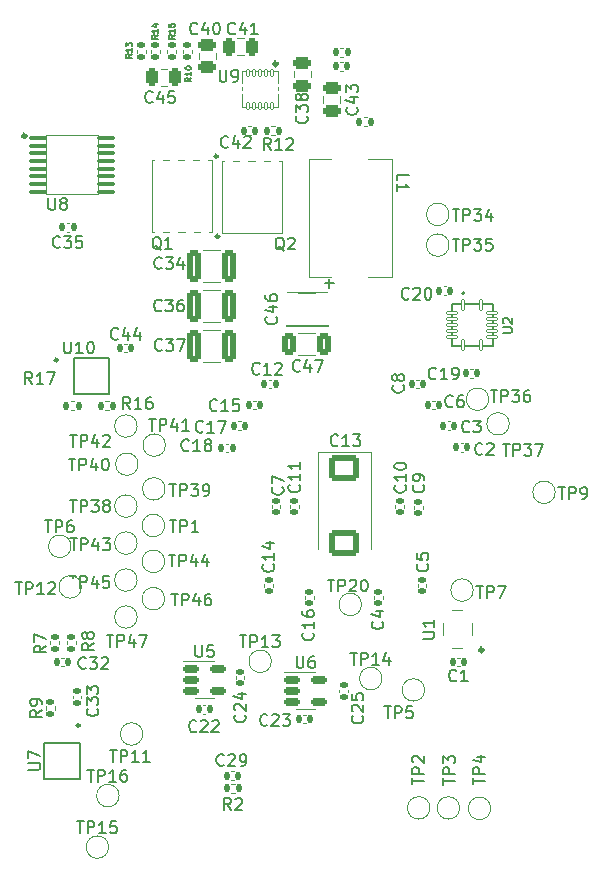
<source format=gbr>
%TF.GenerationSoftware,KiCad,Pcbnew,7.0.1*%
%TF.CreationDate,2023-10-06T09:11:46+02:00*%
%TF.ProjectId,NerdAxe_ultra,4e657264-4178-4655-9f75-6c7472612e6b,rev?*%
%TF.SameCoordinates,Original*%
%TF.FileFunction,Legend,Top*%
%TF.FilePolarity,Positive*%
%FSLAX46Y46*%
G04 Gerber Fmt 4.6, Leading zero omitted, Abs format (unit mm)*
G04 Created by KiCad (PCBNEW 7.0.1) date 2023-10-06 09:11:46*
%MOMM*%
%LPD*%
G01*
G04 APERTURE LIST*
G04 Aperture macros list*
%AMRoundRect*
0 Rectangle with rounded corners*
0 $1 Rounding radius*
0 $2 $3 $4 $5 $6 $7 $8 $9 X,Y pos of 4 corners*
0 Add a 4 corners polygon primitive as box body*
4,1,4,$2,$3,$4,$5,$6,$7,$8,$9,$2,$3,0*
0 Add four circle primitives for the rounded corners*
1,1,$1+$1,$2,$3*
1,1,$1+$1,$4,$5*
1,1,$1+$1,$6,$7*
1,1,$1+$1,$8,$9*
0 Add four rect primitives between the rounded corners*
20,1,$1+$1,$2,$3,$4,$5,0*
20,1,$1+$1,$4,$5,$6,$7,0*
20,1,$1+$1,$6,$7,$8,$9,0*
20,1,$1+$1,$8,$9,$2,$3,0*%
%AMFreePoly0*
4,1,35,0.005000,-4.560000,0.003536,-4.563536,0.000000,-4.565000,-5.000000,-4.565000,-5.003536,-4.563536,-5.005000,-4.560000,-5.005000,-3.898000,-5.003536,-3.894464,-5.000000,-3.893000,-4.325000,-3.893000,-4.325000,-3.269700,-5.000000,-3.269700,-5.003536,-3.268236,-5.005000,-3.264700,-5.005000,-2.599700,-5.003536,-2.596164,-5.000000,-2.594700,-4.325000,-2.594700,-4.325000,-1.971400,-5.000000,-1.971400,
-5.003536,-1.969936,-5.005000,-1.966400,-5.005000,-1.301400,-5.003536,-1.297864,-5.000000,-1.296400,-4.325000,-1.296400,-4.325000,-0.673100,-5.000000,-0.673100,-5.003536,-0.671636,-5.005000,-0.668100,-5.005000,0.000000,-5.003536,0.003536,-5.000000,0.005000,0.005000,0.005000,0.005000,-4.560000,0.005000,-4.560000,$1*%
%AMFreePoly1*
4,1,45,-0.199646,1.700354,-0.199500,1.700000,-0.199500,1.200500,0.199500,1.200500,0.199500,1.700000,0.199646,1.700354,0.200000,1.700500,0.450000,1.700500,0.450354,1.700354,0.450500,1.700000,0.450500,1.200500,0.825000,1.200500,0.825354,1.200354,0.825500,1.200000,0.825500,-1.200000,0.825354,-1.200354,0.825000,-1.200500,0.450500,-1.200500,0.450500,-1.700000,0.450354,-1.700354,
0.450000,-1.700500,0.200000,-1.700500,0.199646,-1.700354,0.199500,-1.700000,0.199500,-1.200500,-0.199500,-1.200500,-0.199500,-1.700000,-0.199646,-1.700354,-0.200000,-1.700500,-0.450000,-1.700500,-0.450354,-1.700354,-0.450500,-1.700000,-0.450500,-1.200500,-0.825000,-1.200500,-0.825354,-1.200354,-0.825500,-1.200000,-0.825500,1.200000,-0.825354,1.200354,-0.825000,1.200500,-0.450500,1.200500,
-0.450500,1.700000,-0.450354,1.700354,-0.450000,1.700500,-0.200000,1.700500,-0.199646,1.700354,-0.199646,1.700354,$1*%
G04 Aperture macros list end*
%ADD10C,0.150000*%
%ADD11C,0.127000*%
%ADD12C,0.120000*%
%ADD13C,0.100000*%
%ADD14C,0.310599*%
%ADD15C,0.254165*%
%ADD16C,0.200000*%
%ADD17C,0.280227*%
%ADD18C,0.306982*%
%ADD19C,0.313180*%
%ADD20RoundRect,0.250000X0.475000X-0.250000X0.475000X0.250000X-0.475000X0.250000X-0.475000X-0.250000X0*%
%ADD21RoundRect,0.140000X0.140000X0.170000X-0.140000X0.170000X-0.140000X-0.170000X0.140000X-0.170000X0*%
%ADD22RoundRect,0.100000X-0.637500X-0.100000X0.637500X-0.100000X0.637500X0.100000X-0.637500X0.100000X0*%
%ADD23RoundRect,0.140000X-0.170000X0.140000X-0.170000X-0.140000X0.170000X-0.140000X0.170000X0.140000X0*%
%ADD24RoundRect,0.135000X0.185000X-0.135000X0.185000X0.135000X-0.185000X0.135000X-0.185000X-0.135000X0*%
%ADD25RoundRect,0.135000X-0.185000X0.135000X-0.185000X-0.135000X0.185000X-0.135000X0.185000X0.135000X0*%
%ADD26RoundRect,0.250000X-0.250000X-0.475000X0.250000X-0.475000X0.250000X0.475000X-0.250000X0.475000X0*%
%ADD27C,3.500000*%
%ADD28RoundRect,0.250000X-0.475000X0.250000X-0.475000X-0.250000X0.475000X-0.250000X0.475000X0.250000X0*%
%ADD29C,1.500000*%
%ADD30RoundRect,0.150000X-0.512500X-0.150000X0.512500X-0.150000X0.512500X0.150000X-0.512500X0.150000X0*%
%ADD31R,0.400000X1.100000*%
%ADD32RoundRect,0.007800X-0.122200X0.442200X-0.122200X-0.442200X0.122200X-0.442200X0.122200X0.442200X0*%
%ADD33RoundRect,0.007800X-0.442200X-0.122200X0.442200X-0.122200X0.442200X0.122200X-0.442200X0.122200X0*%
%ADD34R,2.050000X2.050000*%
%ADD35R,3.100000X2.000000*%
%ADD36C,2.200000*%
%ADD37RoundRect,0.135000X0.135000X0.185000X-0.135000X0.185000X-0.135000X-0.185000X0.135000X-0.185000X0*%
%ADD38R,1.100000X0.400000*%
%ADD39RoundRect,0.140000X-0.140000X-0.170000X0.140000X-0.170000X0.140000X0.170000X-0.140000X0.170000X0*%
%ADD40RoundRect,0.135000X-0.135000X-0.185000X0.135000X-0.185000X0.135000X0.185000X-0.135000X0.185000X0*%
%ADD41RoundRect,0.140000X0.170000X-0.140000X0.170000X0.140000X-0.170000X0.140000X-0.170000X-0.140000X0*%
%ADD42RoundRect,0.250000X-1.025000X0.875000X-1.025000X-0.875000X1.025000X-0.875000X1.025000X0.875000X0*%
%ADD43R,0.700000X0.800000*%
%ADD44FreePoly0,270.000000*%
%ADD45RoundRect,0.007874X-0.112126X0.292126X-0.112126X-0.292126X0.112126X-0.292126X0.112126X0.292126X0*%
%ADD46C,0.400000*%
%ADD47FreePoly1,270.000000*%
%ADD48R,1.600000X2.700000*%
%ADD49FreePoly0,90.000000*%
%ADD50RoundRect,0.250000X-0.325000X-1.100000X0.325000X-1.100000X0.325000X1.100000X-0.325000X1.100000X0*%
%ADD51R,1.100000X1.300000*%
%ADD52RoundRect,0.250000X0.325000X0.650000X-0.325000X0.650000X-0.325000X-0.650000X0.325000X-0.650000X0*%
%ADD53C,1.295400*%
%ADD54C,1.574800*%
%ADD55R,1.700000X1.700000*%
%ADD56O,1.700000X1.700000*%
%ADD57C,1.700000*%
%ADD58C,2.500000*%
%ADD59O,3.800000X1.200000*%
%ADD60O,2.500000X1.200000*%
%ADD61C,2.000000*%
G04 APERTURE END LIST*
D10*
%TO.C,C43*%
X106642580Y-80842857D02*
X106690200Y-80890476D01*
X106690200Y-80890476D02*
X106737819Y-81033333D01*
X106737819Y-81033333D02*
X106737819Y-81128571D01*
X106737819Y-81128571D02*
X106690200Y-81271428D01*
X106690200Y-81271428D02*
X106594961Y-81366666D01*
X106594961Y-81366666D02*
X106499723Y-81414285D01*
X106499723Y-81414285D02*
X106309247Y-81461904D01*
X106309247Y-81461904D02*
X106166390Y-81461904D01*
X106166390Y-81461904D02*
X105975914Y-81414285D01*
X105975914Y-81414285D02*
X105880676Y-81366666D01*
X105880676Y-81366666D02*
X105785438Y-81271428D01*
X105785438Y-81271428D02*
X105737819Y-81128571D01*
X105737819Y-81128571D02*
X105737819Y-81033333D01*
X105737819Y-81033333D02*
X105785438Y-80890476D01*
X105785438Y-80890476D02*
X105833057Y-80842857D01*
X106071152Y-79985714D02*
X106737819Y-79985714D01*
X105690200Y-80223809D02*
X106404485Y-80461904D01*
X106404485Y-80461904D02*
X106404485Y-79842857D01*
X105737819Y-79557142D02*
X105737819Y-78938095D01*
X105737819Y-78938095D02*
X106118771Y-79271428D01*
X106118771Y-79271428D02*
X106118771Y-79128571D01*
X106118771Y-79128571D02*
X106166390Y-79033333D01*
X106166390Y-79033333D02*
X106214009Y-78985714D01*
X106214009Y-78985714D02*
X106309247Y-78938095D01*
X106309247Y-78938095D02*
X106547342Y-78938095D01*
X106547342Y-78938095D02*
X106642580Y-78985714D01*
X106642580Y-78985714D02*
X106690200Y-79033333D01*
X106690200Y-79033333D02*
X106737819Y-79128571D01*
X106737819Y-79128571D02*
X106737819Y-79414285D01*
X106737819Y-79414285D02*
X106690200Y-79509523D01*
X106690200Y-79509523D02*
X106642580Y-79557142D01*
%TO.C,C19*%
X113357142Y-103767380D02*
X113309523Y-103815000D01*
X113309523Y-103815000D02*
X113166666Y-103862619D01*
X113166666Y-103862619D02*
X113071428Y-103862619D01*
X113071428Y-103862619D02*
X112928571Y-103815000D01*
X112928571Y-103815000D02*
X112833333Y-103719761D01*
X112833333Y-103719761D02*
X112785714Y-103624523D01*
X112785714Y-103624523D02*
X112738095Y-103434047D01*
X112738095Y-103434047D02*
X112738095Y-103291190D01*
X112738095Y-103291190D02*
X112785714Y-103100714D01*
X112785714Y-103100714D02*
X112833333Y-103005476D01*
X112833333Y-103005476D02*
X112928571Y-102910238D01*
X112928571Y-102910238D02*
X113071428Y-102862619D01*
X113071428Y-102862619D02*
X113166666Y-102862619D01*
X113166666Y-102862619D02*
X113309523Y-102910238D01*
X113309523Y-102910238D02*
X113357142Y-102957857D01*
X114309523Y-103862619D02*
X113738095Y-103862619D01*
X114023809Y-103862619D02*
X114023809Y-102862619D01*
X114023809Y-102862619D02*
X113928571Y-103005476D01*
X113928571Y-103005476D02*
X113833333Y-103100714D01*
X113833333Y-103100714D02*
X113738095Y-103148333D01*
X114785714Y-103862619D02*
X114976190Y-103862619D01*
X114976190Y-103862619D02*
X115071428Y-103815000D01*
X115071428Y-103815000D02*
X115119047Y-103767380D01*
X115119047Y-103767380D02*
X115214285Y-103624523D01*
X115214285Y-103624523D02*
X115261904Y-103434047D01*
X115261904Y-103434047D02*
X115261904Y-103053095D01*
X115261904Y-103053095D02*
X115214285Y-102957857D01*
X115214285Y-102957857D02*
X115166666Y-102910238D01*
X115166666Y-102910238D02*
X115071428Y-102862619D01*
X115071428Y-102862619D02*
X114880952Y-102862619D01*
X114880952Y-102862619D02*
X114785714Y-102910238D01*
X114785714Y-102910238D02*
X114738095Y-102957857D01*
X114738095Y-102957857D02*
X114690476Y-103053095D01*
X114690476Y-103053095D02*
X114690476Y-103291190D01*
X114690476Y-103291190D02*
X114738095Y-103386428D01*
X114738095Y-103386428D02*
X114785714Y-103434047D01*
X114785714Y-103434047D02*
X114880952Y-103481666D01*
X114880952Y-103481666D02*
X115071428Y-103481666D01*
X115071428Y-103481666D02*
X115166666Y-103434047D01*
X115166666Y-103434047D02*
X115214285Y-103386428D01*
X115214285Y-103386428D02*
X115261904Y-103291190D01*
%TO.C,U8*%
X80545895Y-88522619D02*
X80545895Y-89332142D01*
X80545895Y-89332142D02*
X80593514Y-89427380D01*
X80593514Y-89427380D02*
X80641133Y-89475000D01*
X80641133Y-89475000D02*
X80736371Y-89522619D01*
X80736371Y-89522619D02*
X80926847Y-89522619D01*
X80926847Y-89522619D02*
X81022085Y-89475000D01*
X81022085Y-89475000D02*
X81069704Y-89427380D01*
X81069704Y-89427380D02*
X81117323Y-89332142D01*
X81117323Y-89332142D02*
X81117323Y-88522619D01*
X81736371Y-88951190D02*
X81641133Y-88903571D01*
X81641133Y-88903571D02*
X81593514Y-88855952D01*
X81593514Y-88855952D02*
X81545895Y-88760714D01*
X81545895Y-88760714D02*
X81545895Y-88713095D01*
X81545895Y-88713095D02*
X81593514Y-88617857D01*
X81593514Y-88617857D02*
X81641133Y-88570238D01*
X81641133Y-88570238D02*
X81736371Y-88522619D01*
X81736371Y-88522619D02*
X81926847Y-88522619D01*
X81926847Y-88522619D02*
X82022085Y-88570238D01*
X82022085Y-88570238D02*
X82069704Y-88617857D01*
X82069704Y-88617857D02*
X82117323Y-88713095D01*
X82117323Y-88713095D02*
X82117323Y-88760714D01*
X82117323Y-88760714D02*
X82069704Y-88855952D01*
X82069704Y-88855952D02*
X82022085Y-88903571D01*
X82022085Y-88903571D02*
X81926847Y-88951190D01*
X81926847Y-88951190D02*
X81736371Y-88951190D01*
X81736371Y-88951190D02*
X81641133Y-88998809D01*
X81641133Y-88998809D02*
X81593514Y-89046428D01*
X81593514Y-89046428D02*
X81545895Y-89141666D01*
X81545895Y-89141666D02*
X81545895Y-89332142D01*
X81545895Y-89332142D02*
X81593514Y-89427380D01*
X81593514Y-89427380D02*
X81641133Y-89475000D01*
X81641133Y-89475000D02*
X81736371Y-89522619D01*
X81736371Y-89522619D02*
X81926847Y-89522619D01*
X81926847Y-89522619D02*
X82022085Y-89475000D01*
X82022085Y-89475000D02*
X82069704Y-89427380D01*
X82069704Y-89427380D02*
X82117323Y-89332142D01*
X82117323Y-89332142D02*
X82117323Y-89141666D01*
X82117323Y-89141666D02*
X82069704Y-89046428D01*
X82069704Y-89046428D02*
X82022085Y-88998809D01*
X82022085Y-88998809D02*
X81926847Y-88951190D01*
%TO.C,C7*%
X100357380Y-113006666D02*
X100405000Y-113054285D01*
X100405000Y-113054285D02*
X100452619Y-113197142D01*
X100452619Y-113197142D02*
X100452619Y-113292380D01*
X100452619Y-113292380D02*
X100405000Y-113435237D01*
X100405000Y-113435237D02*
X100309761Y-113530475D01*
X100309761Y-113530475D02*
X100214523Y-113578094D01*
X100214523Y-113578094D02*
X100024047Y-113625713D01*
X100024047Y-113625713D02*
X99881190Y-113625713D01*
X99881190Y-113625713D02*
X99690714Y-113578094D01*
X99690714Y-113578094D02*
X99595476Y-113530475D01*
X99595476Y-113530475D02*
X99500238Y-113435237D01*
X99500238Y-113435237D02*
X99452619Y-113292380D01*
X99452619Y-113292380D02*
X99452619Y-113197142D01*
X99452619Y-113197142D02*
X99500238Y-113054285D01*
X99500238Y-113054285D02*
X99547857Y-113006666D01*
X99452619Y-112673332D02*
X99452619Y-112006666D01*
X99452619Y-112006666D02*
X100452619Y-112435237D01*
%TO.C,R7*%
X80317619Y-126420666D02*
X79841428Y-126753999D01*
X80317619Y-126992094D02*
X79317619Y-126992094D01*
X79317619Y-126992094D02*
X79317619Y-126611142D01*
X79317619Y-126611142D02*
X79365238Y-126515904D01*
X79365238Y-126515904D02*
X79412857Y-126468285D01*
X79412857Y-126468285D02*
X79508095Y-126420666D01*
X79508095Y-126420666D02*
X79650952Y-126420666D01*
X79650952Y-126420666D02*
X79746190Y-126468285D01*
X79746190Y-126468285D02*
X79793809Y-126515904D01*
X79793809Y-126515904D02*
X79841428Y-126611142D01*
X79841428Y-126611142D02*
X79841428Y-126992094D01*
X79317619Y-126087332D02*
X79317619Y-125420666D01*
X79317619Y-125420666D02*
X80317619Y-125849237D01*
D11*
%TO.C,R13*%
X87635010Y-76326571D02*
X87393105Y-76495905D01*
X87635010Y-76616857D02*
X87127010Y-76616857D01*
X87127010Y-76616857D02*
X87127010Y-76423333D01*
X87127010Y-76423333D02*
X87151200Y-76374952D01*
X87151200Y-76374952D02*
X87175391Y-76350762D01*
X87175391Y-76350762D02*
X87223772Y-76326571D01*
X87223772Y-76326571D02*
X87296343Y-76326571D01*
X87296343Y-76326571D02*
X87344724Y-76350762D01*
X87344724Y-76350762D02*
X87368915Y-76374952D01*
X87368915Y-76374952D02*
X87393105Y-76423333D01*
X87393105Y-76423333D02*
X87393105Y-76616857D01*
X87635010Y-75842762D02*
X87635010Y-76133048D01*
X87635010Y-75987905D02*
X87127010Y-75987905D01*
X87127010Y-75987905D02*
X87199581Y-76036286D01*
X87199581Y-76036286D02*
X87247962Y-76084667D01*
X87247962Y-76084667D02*
X87272153Y-76133048D01*
X87127010Y-75673428D02*
X87127010Y-75358952D01*
X87127010Y-75358952D02*
X87320534Y-75528285D01*
X87320534Y-75528285D02*
X87320534Y-75455714D01*
X87320534Y-75455714D02*
X87344724Y-75407333D01*
X87344724Y-75407333D02*
X87368915Y-75383142D01*
X87368915Y-75383142D02*
X87417296Y-75358952D01*
X87417296Y-75358952D02*
X87538248Y-75358952D01*
X87538248Y-75358952D02*
X87586629Y-75383142D01*
X87586629Y-75383142D02*
X87610820Y-75407333D01*
X87610820Y-75407333D02*
X87635010Y-75455714D01*
X87635010Y-75455714D02*
X87635010Y-75600857D01*
X87635010Y-75600857D02*
X87610820Y-75649238D01*
X87610820Y-75649238D02*
X87586629Y-75673428D01*
D10*
%TO.C,C1*%
X115083333Y-129337380D02*
X115035714Y-129385000D01*
X115035714Y-129385000D02*
X114892857Y-129432619D01*
X114892857Y-129432619D02*
X114797619Y-129432619D01*
X114797619Y-129432619D02*
X114654762Y-129385000D01*
X114654762Y-129385000D02*
X114559524Y-129289761D01*
X114559524Y-129289761D02*
X114511905Y-129194523D01*
X114511905Y-129194523D02*
X114464286Y-129004047D01*
X114464286Y-129004047D02*
X114464286Y-128861190D01*
X114464286Y-128861190D02*
X114511905Y-128670714D01*
X114511905Y-128670714D02*
X114559524Y-128575476D01*
X114559524Y-128575476D02*
X114654762Y-128480238D01*
X114654762Y-128480238D02*
X114797619Y-128432619D01*
X114797619Y-128432619D02*
X114892857Y-128432619D01*
X114892857Y-128432619D02*
X115035714Y-128480238D01*
X115035714Y-128480238D02*
X115083333Y-128527857D01*
X116035714Y-129432619D02*
X115464286Y-129432619D01*
X115750000Y-129432619D02*
X115750000Y-128432619D01*
X115750000Y-128432619D02*
X115654762Y-128575476D01*
X115654762Y-128575476D02*
X115559524Y-128670714D01*
X115559524Y-128670714D02*
X115464286Y-128718333D01*
%TO.C,C41*%
X96357142Y-74567380D02*
X96309523Y-74615000D01*
X96309523Y-74615000D02*
X96166666Y-74662619D01*
X96166666Y-74662619D02*
X96071428Y-74662619D01*
X96071428Y-74662619D02*
X95928571Y-74615000D01*
X95928571Y-74615000D02*
X95833333Y-74519761D01*
X95833333Y-74519761D02*
X95785714Y-74424523D01*
X95785714Y-74424523D02*
X95738095Y-74234047D01*
X95738095Y-74234047D02*
X95738095Y-74091190D01*
X95738095Y-74091190D02*
X95785714Y-73900714D01*
X95785714Y-73900714D02*
X95833333Y-73805476D01*
X95833333Y-73805476D02*
X95928571Y-73710238D01*
X95928571Y-73710238D02*
X96071428Y-73662619D01*
X96071428Y-73662619D02*
X96166666Y-73662619D01*
X96166666Y-73662619D02*
X96309523Y-73710238D01*
X96309523Y-73710238D02*
X96357142Y-73757857D01*
X97214285Y-73995952D02*
X97214285Y-74662619D01*
X96976190Y-73615000D02*
X96738095Y-74329285D01*
X96738095Y-74329285D02*
X97357142Y-74329285D01*
X98261904Y-74662619D02*
X97690476Y-74662619D01*
X97976190Y-74662619D02*
X97976190Y-73662619D01*
X97976190Y-73662619D02*
X97880952Y-73805476D01*
X97880952Y-73805476D02*
X97785714Y-73900714D01*
X97785714Y-73900714D02*
X97690476Y-73948333D01*
%TO.C,C3*%
X116173333Y-108257380D02*
X116125714Y-108305000D01*
X116125714Y-108305000D02*
X115982857Y-108352619D01*
X115982857Y-108352619D02*
X115887619Y-108352619D01*
X115887619Y-108352619D02*
X115744762Y-108305000D01*
X115744762Y-108305000D02*
X115649524Y-108209761D01*
X115649524Y-108209761D02*
X115601905Y-108114523D01*
X115601905Y-108114523D02*
X115554286Y-107924047D01*
X115554286Y-107924047D02*
X115554286Y-107781190D01*
X115554286Y-107781190D02*
X115601905Y-107590714D01*
X115601905Y-107590714D02*
X115649524Y-107495476D01*
X115649524Y-107495476D02*
X115744762Y-107400238D01*
X115744762Y-107400238D02*
X115887619Y-107352619D01*
X115887619Y-107352619D02*
X115982857Y-107352619D01*
X115982857Y-107352619D02*
X116125714Y-107400238D01*
X116125714Y-107400238D02*
X116173333Y-107447857D01*
X116506667Y-107352619D02*
X117125714Y-107352619D01*
X117125714Y-107352619D02*
X116792381Y-107733571D01*
X116792381Y-107733571D02*
X116935238Y-107733571D01*
X116935238Y-107733571D02*
X117030476Y-107781190D01*
X117030476Y-107781190D02*
X117078095Y-107828809D01*
X117078095Y-107828809D02*
X117125714Y-107924047D01*
X117125714Y-107924047D02*
X117125714Y-108162142D01*
X117125714Y-108162142D02*
X117078095Y-108257380D01*
X117078095Y-108257380D02*
X117030476Y-108305000D01*
X117030476Y-108305000D02*
X116935238Y-108352619D01*
X116935238Y-108352619D02*
X116649524Y-108352619D01*
X116649524Y-108352619D02*
X116554286Y-108305000D01*
X116554286Y-108305000D02*
X116506667Y-108257380D01*
%TO.C,C38*%
X102402580Y-81582057D02*
X102450200Y-81629676D01*
X102450200Y-81629676D02*
X102497819Y-81772533D01*
X102497819Y-81772533D02*
X102497819Y-81867771D01*
X102497819Y-81867771D02*
X102450200Y-82010628D01*
X102450200Y-82010628D02*
X102354961Y-82105866D01*
X102354961Y-82105866D02*
X102259723Y-82153485D01*
X102259723Y-82153485D02*
X102069247Y-82201104D01*
X102069247Y-82201104D02*
X101926390Y-82201104D01*
X101926390Y-82201104D02*
X101735914Y-82153485D01*
X101735914Y-82153485D02*
X101640676Y-82105866D01*
X101640676Y-82105866D02*
X101545438Y-82010628D01*
X101545438Y-82010628D02*
X101497819Y-81867771D01*
X101497819Y-81867771D02*
X101497819Y-81772533D01*
X101497819Y-81772533D02*
X101545438Y-81629676D01*
X101545438Y-81629676D02*
X101593057Y-81582057D01*
X101497819Y-81248723D02*
X101497819Y-80629676D01*
X101497819Y-80629676D02*
X101878771Y-80963009D01*
X101878771Y-80963009D02*
X101878771Y-80820152D01*
X101878771Y-80820152D02*
X101926390Y-80724914D01*
X101926390Y-80724914D02*
X101974009Y-80677295D01*
X101974009Y-80677295D02*
X102069247Y-80629676D01*
X102069247Y-80629676D02*
X102307342Y-80629676D01*
X102307342Y-80629676D02*
X102402580Y-80677295D01*
X102402580Y-80677295D02*
X102450200Y-80724914D01*
X102450200Y-80724914D02*
X102497819Y-80820152D01*
X102497819Y-80820152D02*
X102497819Y-81105866D01*
X102497819Y-81105866D02*
X102450200Y-81201104D01*
X102450200Y-81201104D02*
X102402580Y-81248723D01*
X101926390Y-80058247D02*
X101878771Y-80153485D01*
X101878771Y-80153485D02*
X101831152Y-80201104D01*
X101831152Y-80201104D02*
X101735914Y-80248723D01*
X101735914Y-80248723D02*
X101688295Y-80248723D01*
X101688295Y-80248723D02*
X101593057Y-80201104D01*
X101593057Y-80201104D02*
X101545438Y-80153485D01*
X101545438Y-80153485D02*
X101497819Y-80058247D01*
X101497819Y-80058247D02*
X101497819Y-79867771D01*
X101497819Y-79867771D02*
X101545438Y-79772533D01*
X101545438Y-79772533D02*
X101593057Y-79724914D01*
X101593057Y-79724914D02*
X101688295Y-79677295D01*
X101688295Y-79677295D02*
X101735914Y-79677295D01*
X101735914Y-79677295D02*
X101831152Y-79724914D01*
X101831152Y-79724914D02*
X101878771Y-79772533D01*
X101878771Y-79772533D02*
X101926390Y-79867771D01*
X101926390Y-79867771D02*
X101926390Y-80058247D01*
X101926390Y-80058247D02*
X101974009Y-80153485D01*
X101974009Y-80153485D02*
X102021628Y-80201104D01*
X102021628Y-80201104D02*
X102116866Y-80248723D01*
X102116866Y-80248723D02*
X102307342Y-80248723D01*
X102307342Y-80248723D02*
X102402580Y-80201104D01*
X102402580Y-80201104D02*
X102450200Y-80153485D01*
X102450200Y-80153485D02*
X102497819Y-80058247D01*
X102497819Y-80058247D02*
X102497819Y-79867771D01*
X102497819Y-79867771D02*
X102450200Y-79772533D01*
X102450200Y-79772533D02*
X102402580Y-79724914D01*
X102402580Y-79724914D02*
X102307342Y-79677295D01*
X102307342Y-79677295D02*
X102116866Y-79677295D01*
X102116866Y-79677295D02*
X102021628Y-79724914D01*
X102021628Y-79724914D02*
X101974009Y-79772533D01*
X101974009Y-79772533D02*
X101926390Y-79867771D01*
%TO.C,TP35*%
X114761905Y-91962619D02*
X115333333Y-91962619D01*
X115047619Y-92962619D02*
X115047619Y-91962619D01*
X115666667Y-92962619D02*
X115666667Y-91962619D01*
X115666667Y-91962619D02*
X116047619Y-91962619D01*
X116047619Y-91962619D02*
X116142857Y-92010238D01*
X116142857Y-92010238D02*
X116190476Y-92057857D01*
X116190476Y-92057857D02*
X116238095Y-92153095D01*
X116238095Y-92153095D02*
X116238095Y-92295952D01*
X116238095Y-92295952D02*
X116190476Y-92391190D01*
X116190476Y-92391190D02*
X116142857Y-92438809D01*
X116142857Y-92438809D02*
X116047619Y-92486428D01*
X116047619Y-92486428D02*
X115666667Y-92486428D01*
X116571429Y-91962619D02*
X117190476Y-91962619D01*
X117190476Y-91962619D02*
X116857143Y-92343571D01*
X116857143Y-92343571D02*
X117000000Y-92343571D01*
X117000000Y-92343571D02*
X117095238Y-92391190D01*
X117095238Y-92391190D02*
X117142857Y-92438809D01*
X117142857Y-92438809D02*
X117190476Y-92534047D01*
X117190476Y-92534047D02*
X117190476Y-92772142D01*
X117190476Y-92772142D02*
X117142857Y-92867380D01*
X117142857Y-92867380D02*
X117095238Y-92915000D01*
X117095238Y-92915000D02*
X117000000Y-92962619D01*
X117000000Y-92962619D02*
X116714286Y-92962619D01*
X116714286Y-92962619D02*
X116619048Y-92915000D01*
X116619048Y-92915000D02*
X116571429Y-92867380D01*
X118095238Y-91962619D02*
X117619048Y-91962619D01*
X117619048Y-91962619D02*
X117571429Y-92438809D01*
X117571429Y-92438809D02*
X117619048Y-92391190D01*
X117619048Y-92391190D02*
X117714286Y-92343571D01*
X117714286Y-92343571D02*
X117952381Y-92343571D01*
X117952381Y-92343571D02*
X118047619Y-92391190D01*
X118047619Y-92391190D02*
X118095238Y-92438809D01*
X118095238Y-92438809D02*
X118142857Y-92534047D01*
X118142857Y-92534047D02*
X118142857Y-92772142D01*
X118142857Y-92772142D02*
X118095238Y-92867380D01*
X118095238Y-92867380D02*
X118047619Y-92915000D01*
X118047619Y-92915000D02*
X117952381Y-92962619D01*
X117952381Y-92962619D02*
X117714286Y-92962619D01*
X117714286Y-92962619D02*
X117619048Y-92915000D01*
X117619048Y-92915000D02*
X117571429Y-92867380D01*
%TO.C,TP5*%
X108978095Y-131552619D02*
X109549523Y-131552619D01*
X109263809Y-132552619D02*
X109263809Y-131552619D01*
X109882857Y-132552619D02*
X109882857Y-131552619D01*
X109882857Y-131552619D02*
X110263809Y-131552619D01*
X110263809Y-131552619D02*
X110359047Y-131600238D01*
X110359047Y-131600238D02*
X110406666Y-131647857D01*
X110406666Y-131647857D02*
X110454285Y-131743095D01*
X110454285Y-131743095D02*
X110454285Y-131885952D01*
X110454285Y-131885952D02*
X110406666Y-131981190D01*
X110406666Y-131981190D02*
X110359047Y-132028809D01*
X110359047Y-132028809D02*
X110263809Y-132076428D01*
X110263809Y-132076428D02*
X109882857Y-132076428D01*
X111359047Y-131552619D02*
X110882857Y-131552619D01*
X110882857Y-131552619D02*
X110835238Y-132028809D01*
X110835238Y-132028809D02*
X110882857Y-131981190D01*
X110882857Y-131981190D02*
X110978095Y-131933571D01*
X110978095Y-131933571D02*
X111216190Y-131933571D01*
X111216190Y-131933571D02*
X111311428Y-131981190D01*
X111311428Y-131981190D02*
X111359047Y-132028809D01*
X111359047Y-132028809D02*
X111406666Y-132124047D01*
X111406666Y-132124047D02*
X111406666Y-132362142D01*
X111406666Y-132362142D02*
X111359047Y-132457380D01*
X111359047Y-132457380D02*
X111311428Y-132505000D01*
X111311428Y-132505000D02*
X111216190Y-132552619D01*
X111216190Y-132552619D02*
X110978095Y-132552619D01*
X110978095Y-132552619D02*
X110882857Y-132505000D01*
X110882857Y-132505000D02*
X110835238Y-132457380D01*
%TO.C,C25*%
X107117380Y-132352857D02*
X107165000Y-132400476D01*
X107165000Y-132400476D02*
X107212619Y-132543333D01*
X107212619Y-132543333D02*
X107212619Y-132638571D01*
X107212619Y-132638571D02*
X107165000Y-132781428D01*
X107165000Y-132781428D02*
X107069761Y-132876666D01*
X107069761Y-132876666D02*
X106974523Y-132924285D01*
X106974523Y-132924285D02*
X106784047Y-132971904D01*
X106784047Y-132971904D02*
X106641190Y-132971904D01*
X106641190Y-132971904D02*
X106450714Y-132924285D01*
X106450714Y-132924285D02*
X106355476Y-132876666D01*
X106355476Y-132876666D02*
X106260238Y-132781428D01*
X106260238Y-132781428D02*
X106212619Y-132638571D01*
X106212619Y-132638571D02*
X106212619Y-132543333D01*
X106212619Y-132543333D02*
X106260238Y-132400476D01*
X106260238Y-132400476D02*
X106307857Y-132352857D01*
X106307857Y-131971904D02*
X106260238Y-131924285D01*
X106260238Y-131924285D02*
X106212619Y-131829047D01*
X106212619Y-131829047D02*
X106212619Y-131590952D01*
X106212619Y-131590952D02*
X106260238Y-131495714D01*
X106260238Y-131495714D02*
X106307857Y-131448095D01*
X106307857Y-131448095D02*
X106403095Y-131400476D01*
X106403095Y-131400476D02*
X106498333Y-131400476D01*
X106498333Y-131400476D02*
X106641190Y-131448095D01*
X106641190Y-131448095D02*
X107212619Y-132019523D01*
X107212619Y-132019523D02*
X107212619Y-131400476D01*
X106212619Y-130495714D02*
X106212619Y-130971904D01*
X106212619Y-130971904D02*
X106688809Y-131019523D01*
X106688809Y-131019523D02*
X106641190Y-130971904D01*
X106641190Y-130971904D02*
X106593571Y-130876666D01*
X106593571Y-130876666D02*
X106593571Y-130638571D01*
X106593571Y-130638571D02*
X106641190Y-130543333D01*
X106641190Y-130543333D02*
X106688809Y-130495714D01*
X106688809Y-130495714D02*
X106784047Y-130448095D01*
X106784047Y-130448095D02*
X107022142Y-130448095D01*
X107022142Y-130448095D02*
X107117380Y-130495714D01*
X107117380Y-130495714D02*
X107165000Y-130543333D01*
X107165000Y-130543333D02*
X107212619Y-130638571D01*
X107212619Y-130638571D02*
X107212619Y-130876666D01*
X107212619Y-130876666D02*
X107165000Y-130971904D01*
X107165000Y-130971904D02*
X107117380Y-131019523D01*
%TO.C,TP46*%
X90961905Y-121999619D02*
X91533333Y-121999619D01*
X91247619Y-122999619D02*
X91247619Y-121999619D01*
X91866667Y-122999619D02*
X91866667Y-121999619D01*
X91866667Y-121999619D02*
X92247619Y-121999619D01*
X92247619Y-121999619D02*
X92342857Y-122047238D01*
X92342857Y-122047238D02*
X92390476Y-122094857D01*
X92390476Y-122094857D02*
X92438095Y-122190095D01*
X92438095Y-122190095D02*
X92438095Y-122332952D01*
X92438095Y-122332952D02*
X92390476Y-122428190D01*
X92390476Y-122428190D02*
X92342857Y-122475809D01*
X92342857Y-122475809D02*
X92247619Y-122523428D01*
X92247619Y-122523428D02*
X91866667Y-122523428D01*
X93295238Y-122332952D02*
X93295238Y-122999619D01*
X93057143Y-121952000D02*
X92819048Y-122666285D01*
X92819048Y-122666285D02*
X93438095Y-122666285D01*
X94247619Y-121999619D02*
X94057143Y-121999619D01*
X94057143Y-121999619D02*
X93961905Y-122047238D01*
X93961905Y-122047238D02*
X93914286Y-122094857D01*
X93914286Y-122094857D02*
X93819048Y-122237714D01*
X93819048Y-122237714D02*
X93771429Y-122428190D01*
X93771429Y-122428190D02*
X93771429Y-122809142D01*
X93771429Y-122809142D02*
X93819048Y-122904380D01*
X93819048Y-122904380D02*
X93866667Y-122952000D01*
X93866667Y-122952000D02*
X93961905Y-122999619D01*
X93961905Y-122999619D02*
X94152381Y-122999619D01*
X94152381Y-122999619D02*
X94247619Y-122952000D01*
X94247619Y-122952000D02*
X94295238Y-122904380D01*
X94295238Y-122904380D02*
X94342857Y-122809142D01*
X94342857Y-122809142D02*
X94342857Y-122571047D01*
X94342857Y-122571047D02*
X94295238Y-122475809D01*
X94295238Y-122475809D02*
X94247619Y-122428190D01*
X94247619Y-122428190D02*
X94152381Y-122380571D01*
X94152381Y-122380571D02*
X93961905Y-122380571D01*
X93961905Y-122380571D02*
X93866667Y-122428190D01*
X93866667Y-122428190D02*
X93819048Y-122475809D01*
X93819048Y-122475809D02*
X93771429Y-122571047D01*
%TO.C,C45*%
X89357142Y-80367380D02*
X89309523Y-80415000D01*
X89309523Y-80415000D02*
X89166666Y-80462619D01*
X89166666Y-80462619D02*
X89071428Y-80462619D01*
X89071428Y-80462619D02*
X88928571Y-80415000D01*
X88928571Y-80415000D02*
X88833333Y-80319761D01*
X88833333Y-80319761D02*
X88785714Y-80224523D01*
X88785714Y-80224523D02*
X88738095Y-80034047D01*
X88738095Y-80034047D02*
X88738095Y-79891190D01*
X88738095Y-79891190D02*
X88785714Y-79700714D01*
X88785714Y-79700714D02*
X88833333Y-79605476D01*
X88833333Y-79605476D02*
X88928571Y-79510238D01*
X88928571Y-79510238D02*
X89071428Y-79462619D01*
X89071428Y-79462619D02*
X89166666Y-79462619D01*
X89166666Y-79462619D02*
X89309523Y-79510238D01*
X89309523Y-79510238D02*
X89357142Y-79557857D01*
X90214285Y-79795952D02*
X90214285Y-80462619D01*
X89976190Y-79415000D02*
X89738095Y-80129285D01*
X89738095Y-80129285D02*
X90357142Y-80129285D01*
X91214285Y-79462619D02*
X90738095Y-79462619D01*
X90738095Y-79462619D02*
X90690476Y-79938809D01*
X90690476Y-79938809D02*
X90738095Y-79891190D01*
X90738095Y-79891190D02*
X90833333Y-79843571D01*
X90833333Y-79843571D02*
X91071428Y-79843571D01*
X91071428Y-79843571D02*
X91166666Y-79891190D01*
X91166666Y-79891190D02*
X91214285Y-79938809D01*
X91214285Y-79938809D02*
X91261904Y-80034047D01*
X91261904Y-80034047D02*
X91261904Y-80272142D01*
X91261904Y-80272142D02*
X91214285Y-80367380D01*
X91214285Y-80367380D02*
X91166666Y-80415000D01*
X91166666Y-80415000D02*
X91071428Y-80462619D01*
X91071428Y-80462619D02*
X90833333Y-80462619D01*
X90833333Y-80462619D02*
X90738095Y-80415000D01*
X90738095Y-80415000D02*
X90690476Y-80367380D01*
%TO.C,TP47*%
X85471905Y-125489619D02*
X86043333Y-125489619D01*
X85757619Y-126489619D02*
X85757619Y-125489619D01*
X86376667Y-126489619D02*
X86376667Y-125489619D01*
X86376667Y-125489619D02*
X86757619Y-125489619D01*
X86757619Y-125489619D02*
X86852857Y-125537238D01*
X86852857Y-125537238D02*
X86900476Y-125584857D01*
X86900476Y-125584857D02*
X86948095Y-125680095D01*
X86948095Y-125680095D02*
X86948095Y-125822952D01*
X86948095Y-125822952D02*
X86900476Y-125918190D01*
X86900476Y-125918190D02*
X86852857Y-125965809D01*
X86852857Y-125965809D02*
X86757619Y-126013428D01*
X86757619Y-126013428D02*
X86376667Y-126013428D01*
X87805238Y-125822952D02*
X87805238Y-126489619D01*
X87567143Y-125442000D02*
X87329048Y-126156285D01*
X87329048Y-126156285D02*
X87948095Y-126156285D01*
X88233810Y-125489619D02*
X88900476Y-125489619D01*
X88900476Y-125489619D02*
X88471905Y-126489619D01*
%TO.C,TP16*%
X83831905Y-136924619D02*
X84403333Y-136924619D01*
X84117619Y-137924619D02*
X84117619Y-136924619D01*
X84736667Y-137924619D02*
X84736667Y-136924619D01*
X84736667Y-136924619D02*
X85117619Y-136924619D01*
X85117619Y-136924619D02*
X85212857Y-136972238D01*
X85212857Y-136972238D02*
X85260476Y-137019857D01*
X85260476Y-137019857D02*
X85308095Y-137115095D01*
X85308095Y-137115095D02*
X85308095Y-137257952D01*
X85308095Y-137257952D02*
X85260476Y-137353190D01*
X85260476Y-137353190D02*
X85212857Y-137400809D01*
X85212857Y-137400809D02*
X85117619Y-137448428D01*
X85117619Y-137448428D02*
X84736667Y-137448428D01*
X86260476Y-137924619D02*
X85689048Y-137924619D01*
X85974762Y-137924619D02*
X85974762Y-136924619D01*
X85974762Y-136924619D02*
X85879524Y-137067476D01*
X85879524Y-137067476D02*
X85784286Y-137162714D01*
X85784286Y-137162714D02*
X85689048Y-137210333D01*
X87117619Y-136924619D02*
X86927143Y-136924619D01*
X86927143Y-136924619D02*
X86831905Y-136972238D01*
X86831905Y-136972238D02*
X86784286Y-137019857D01*
X86784286Y-137019857D02*
X86689048Y-137162714D01*
X86689048Y-137162714D02*
X86641429Y-137353190D01*
X86641429Y-137353190D02*
X86641429Y-137734142D01*
X86641429Y-137734142D02*
X86689048Y-137829380D01*
X86689048Y-137829380D02*
X86736667Y-137877000D01*
X86736667Y-137877000D02*
X86831905Y-137924619D01*
X86831905Y-137924619D02*
X87022381Y-137924619D01*
X87022381Y-137924619D02*
X87117619Y-137877000D01*
X87117619Y-137877000D02*
X87165238Y-137829380D01*
X87165238Y-137829380D02*
X87212857Y-137734142D01*
X87212857Y-137734142D02*
X87212857Y-137496047D01*
X87212857Y-137496047D02*
X87165238Y-137400809D01*
X87165238Y-137400809D02*
X87117619Y-137353190D01*
X87117619Y-137353190D02*
X87022381Y-137305571D01*
X87022381Y-137305571D02*
X86831905Y-137305571D01*
X86831905Y-137305571D02*
X86736667Y-137353190D01*
X86736667Y-137353190D02*
X86689048Y-137400809D01*
X86689048Y-137400809D02*
X86641429Y-137496047D01*
%TO.C,TP15*%
X82951905Y-141284619D02*
X83523333Y-141284619D01*
X83237619Y-142284619D02*
X83237619Y-141284619D01*
X83856667Y-142284619D02*
X83856667Y-141284619D01*
X83856667Y-141284619D02*
X84237619Y-141284619D01*
X84237619Y-141284619D02*
X84332857Y-141332238D01*
X84332857Y-141332238D02*
X84380476Y-141379857D01*
X84380476Y-141379857D02*
X84428095Y-141475095D01*
X84428095Y-141475095D02*
X84428095Y-141617952D01*
X84428095Y-141617952D02*
X84380476Y-141713190D01*
X84380476Y-141713190D02*
X84332857Y-141760809D01*
X84332857Y-141760809D02*
X84237619Y-141808428D01*
X84237619Y-141808428D02*
X83856667Y-141808428D01*
X85380476Y-142284619D02*
X84809048Y-142284619D01*
X85094762Y-142284619D02*
X85094762Y-141284619D01*
X85094762Y-141284619D02*
X84999524Y-141427476D01*
X84999524Y-141427476D02*
X84904286Y-141522714D01*
X84904286Y-141522714D02*
X84809048Y-141570333D01*
X86285238Y-141284619D02*
X85809048Y-141284619D01*
X85809048Y-141284619D02*
X85761429Y-141760809D01*
X85761429Y-141760809D02*
X85809048Y-141713190D01*
X85809048Y-141713190D02*
X85904286Y-141665571D01*
X85904286Y-141665571D02*
X86142381Y-141665571D01*
X86142381Y-141665571D02*
X86237619Y-141713190D01*
X86237619Y-141713190D02*
X86285238Y-141760809D01*
X86285238Y-141760809D02*
X86332857Y-141856047D01*
X86332857Y-141856047D02*
X86332857Y-142094142D01*
X86332857Y-142094142D02*
X86285238Y-142189380D01*
X86285238Y-142189380D02*
X86237619Y-142237000D01*
X86237619Y-142237000D02*
X86142381Y-142284619D01*
X86142381Y-142284619D02*
X85904286Y-142284619D01*
X85904286Y-142284619D02*
X85809048Y-142237000D01*
X85809048Y-142237000D02*
X85761429Y-142189380D01*
%TO.C,U5*%
X92991095Y-126370619D02*
X92991095Y-127180142D01*
X92991095Y-127180142D02*
X93038714Y-127275380D01*
X93038714Y-127275380D02*
X93086333Y-127323000D01*
X93086333Y-127323000D02*
X93181571Y-127370619D01*
X93181571Y-127370619D02*
X93372047Y-127370619D01*
X93372047Y-127370619D02*
X93467285Y-127323000D01*
X93467285Y-127323000D02*
X93514904Y-127275380D01*
X93514904Y-127275380D02*
X93562523Y-127180142D01*
X93562523Y-127180142D02*
X93562523Y-126370619D01*
X94514904Y-126370619D02*
X94038714Y-126370619D01*
X94038714Y-126370619D02*
X93991095Y-126846809D01*
X93991095Y-126846809D02*
X94038714Y-126799190D01*
X94038714Y-126799190D02*
X94133952Y-126751571D01*
X94133952Y-126751571D02*
X94372047Y-126751571D01*
X94372047Y-126751571D02*
X94467285Y-126799190D01*
X94467285Y-126799190D02*
X94514904Y-126846809D01*
X94514904Y-126846809D02*
X94562523Y-126942047D01*
X94562523Y-126942047D02*
X94562523Y-127180142D01*
X94562523Y-127180142D02*
X94514904Y-127275380D01*
X94514904Y-127275380D02*
X94467285Y-127323000D01*
X94467285Y-127323000D02*
X94372047Y-127370619D01*
X94372047Y-127370619D02*
X94133952Y-127370619D01*
X94133952Y-127370619D02*
X94038714Y-127323000D01*
X94038714Y-127323000D02*
X93991095Y-127275380D01*
%TO.C,U6*%
X101558095Y-127302619D02*
X101558095Y-128112142D01*
X101558095Y-128112142D02*
X101605714Y-128207380D01*
X101605714Y-128207380D02*
X101653333Y-128255000D01*
X101653333Y-128255000D02*
X101748571Y-128302619D01*
X101748571Y-128302619D02*
X101939047Y-128302619D01*
X101939047Y-128302619D02*
X102034285Y-128255000D01*
X102034285Y-128255000D02*
X102081904Y-128207380D01*
X102081904Y-128207380D02*
X102129523Y-128112142D01*
X102129523Y-128112142D02*
X102129523Y-127302619D01*
X103034285Y-127302619D02*
X102843809Y-127302619D01*
X102843809Y-127302619D02*
X102748571Y-127350238D01*
X102748571Y-127350238D02*
X102700952Y-127397857D01*
X102700952Y-127397857D02*
X102605714Y-127540714D01*
X102605714Y-127540714D02*
X102558095Y-127731190D01*
X102558095Y-127731190D02*
X102558095Y-128112142D01*
X102558095Y-128112142D02*
X102605714Y-128207380D01*
X102605714Y-128207380D02*
X102653333Y-128255000D01*
X102653333Y-128255000D02*
X102748571Y-128302619D01*
X102748571Y-128302619D02*
X102939047Y-128302619D01*
X102939047Y-128302619D02*
X103034285Y-128255000D01*
X103034285Y-128255000D02*
X103081904Y-128207380D01*
X103081904Y-128207380D02*
X103129523Y-128112142D01*
X103129523Y-128112142D02*
X103129523Y-127874047D01*
X103129523Y-127874047D02*
X103081904Y-127778809D01*
X103081904Y-127778809D02*
X103034285Y-127731190D01*
X103034285Y-127731190D02*
X102939047Y-127683571D01*
X102939047Y-127683571D02*
X102748571Y-127683571D01*
X102748571Y-127683571D02*
X102653333Y-127731190D01*
X102653333Y-127731190D02*
X102605714Y-127778809D01*
X102605714Y-127778809D02*
X102558095Y-127874047D01*
%TO.C,C4*%
X108812380Y-124374666D02*
X108860000Y-124422285D01*
X108860000Y-124422285D02*
X108907619Y-124565142D01*
X108907619Y-124565142D02*
X108907619Y-124660380D01*
X108907619Y-124660380D02*
X108860000Y-124803237D01*
X108860000Y-124803237D02*
X108764761Y-124898475D01*
X108764761Y-124898475D02*
X108669523Y-124946094D01*
X108669523Y-124946094D02*
X108479047Y-124993713D01*
X108479047Y-124993713D02*
X108336190Y-124993713D01*
X108336190Y-124993713D02*
X108145714Y-124946094D01*
X108145714Y-124946094D02*
X108050476Y-124898475D01*
X108050476Y-124898475D02*
X107955238Y-124803237D01*
X107955238Y-124803237D02*
X107907619Y-124660380D01*
X107907619Y-124660380D02*
X107907619Y-124565142D01*
X107907619Y-124565142D02*
X107955238Y-124422285D01*
X107955238Y-124422285D02*
X108002857Y-124374666D01*
X108240952Y-123517523D02*
X108907619Y-123517523D01*
X107860000Y-123755618D02*
X108574285Y-123993713D01*
X108574285Y-123993713D02*
X108574285Y-123374666D01*
%TO.C,U7*%
X78842619Y-136911904D02*
X79652142Y-136911904D01*
X79652142Y-136911904D02*
X79747380Y-136864285D01*
X79747380Y-136864285D02*
X79795000Y-136816666D01*
X79795000Y-136816666D02*
X79842619Y-136721428D01*
X79842619Y-136721428D02*
X79842619Y-136530952D01*
X79842619Y-136530952D02*
X79795000Y-136435714D01*
X79795000Y-136435714D02*
X79747380Y-136388095D01*
X79747380Y-136388095D02*
X79652142Y-136340476D01*
X79652142Y-136340476D02*
X78842619Y-136340476D01*
X78842619Y-135959523D02*
X78842619Y-135292857D01*
X78842619Y-135292857D02*
X79842619Y-135721428D01*
%TO.C,C12*%
X98417142Y-103364380D02*
X98369523Y-103412000D01*
X98369523Y-103412000D02*
X98226666Y-103459619D01*
X98226666Y-103459619D02*
X98131428Y-103459619D01*
X98131428Y-103459619D02*
X97988571Y-103412000D01*
X97988571Y-103412000D02*
X97893333Y-103316761D01*
X97893333Y-103316761D02*
X97845714Y-103221523D01*
X97845714Y-103221523D02*
X97798095Y-103031047D01*
X97798095Y-103031047D02*
X97798095Y-102888190D01*
X97798095Y-102888190D02*
X97845714Y-102697714D01*
X97845714Y-102697714D02*
X97893333Y-102602476D01*
X97893333Y-102602476D02*
X97988571Y-102507238D01*
X97988571Y-102507238D02*
X98131428Y-102459619D01*
X98131428Y-102459619D02*
X98226666Y-102459619D01*
X98226666Y-102459619D02*
X98369523Y-102507238D01*
X98369523Y-102507238D02*
X98417142Y-102554857D01*
X99369523Y-103459619D02*
X98798095Y-103459619D01*
X99083809Y-103459619D02*
X99083809Y-102459619D01*
X99083809Y-102459619D02*
X98988571Y-102602476D01*
X98988571Y-102602476D02*
X98893333Y-102697714D01*
X98893333Y-102697714D02*
X98798095Y-102745333D01*
X99750476Y-102554857D02*
X99798095Y-102507238D01*
X99798095Y-102507238D02*
X99893333Y-102459619D01*
X99893333Y-102459619D02*
X100131428Y-102459619D01*
X100131428Y-102459619D02*
X100226666Y-102507238D01*
X100226666Y-102507238D02*
X100274285Y-102554857D01*
X100274285Y-102554857D02*
X100321904Y-102650095D01*
X100321904Y-102650095D02*
X100321904Y-102745333D01*
X100321904Y-102745333D02*
X100274285Y-102888190D01*
X100274285Y-102888190D02*
X99702857Y-103459619D01*
X99702857Y-103459619D02*
X100321904Y-103459619D01*
%TO.C,TP43*%
X82381905Y-117319619D02*
X82953333Y-117319619D01*
X82667619Y-118319619D02*
X82667619Y-117319619D01*
X83286667Y-118319619D02*
X83286667Y-117319619D01*
X83286667Y-117319619D02*
X83667619Y-117319619D01*
X83667619Y-117319619D02*
X83762857Y-117367238D01*
X83762857Y-117367238D02*
X83810476Y-117414857D01*
X83810476Y-117414857D02*
X83858095Y-117510095D01*
X83858095Y-117510095D02*
X83858095Y-117652952D01*
X83858095Y-117652952D02*
X83810476Y-117748190D01*
X83810476Y-117748190D02*
X83762857Y-117795809D01*
X83762857Y-117795809D02*
X83667619Y-117843428D01*
X83667619Y-117843428D02*
X83286667Y-117843428D01*
X84715238Y-117652952D02*
X84715238Y-118319619D01*
X84477143Y-117272000D02*
X84239048Y-117986285D01*
X84239048Y-117986285D02*
X84858095Y-117986285D01*
X85143810Y-117319619D02*
X85762857Y-117319619D01*
X85762857Y-117319619D02*
X85429524Y-117700571D01*
X85429524Y-117700571D02*
X85572381Y-117700571D01*
X85572381Y-117700571D02*
X85667619Y-117748190D01*
X85667619Y-117748190D02*
X85715238Y-117795809D01*
X85715238Y-117795809D02*
X85762857Y-117891047D01*
X85762857Y-117891047D02*
X85762857Y-118129142D01*
X85762857Y-118129142D02*
X85715238Y-118224380D01*
X85715238Y-118224380D02*
X85667619Y-118272000D01*
X85667619Y-118272000D02*
X85572381Y-118319619D01*
X85572381Y-118319619D02*
X85286667Y-118319619D01*
X85286667Y-118319619D02*
X85191429Y-118272000D01*
X85191429Y-118272000D02*
X85143810Y-118224380D01*
%TO.C,U2*%
X119000095Y-99914523D02*
X119647714Y-99914523D01*
X119647714Y-99914523D02*
X119723904Y-99876428D01*
X119723904Y-99876428D02*
X119762000Y-99838333D01*
X119762000Y-99838333D02*
X119800095Y-99762142D01*
X119800095Y-99762142D02*
X119800095Y-99609761D01*
X119800095Y-99609761D02*
X119762000Y-99533571D01*
X119762000Y-99533571D02*
X119723904Y-99495476D01*
X119723904Y-99495476D02*
X119647714Y-99457380D01*
X119647714Y-99457380D02*
X119000095Y-99457380D01*
X119076285Y-99114524D02*
X119038190Y-99076428D01*
X119038190Y-99076428D02*
X119000095Y-99000238D01*
X119000095Y-99000238D02*
X119000095Y-98809762D01*
X119000095Y-98809762D02*
X119038190Y-98733571D01*
X119038190Y-98733571D02*
X119076285Y-98695476D01*
X119076285Y-98695476D02*
X119152476Y-98657381D01*
X119152476Y-98657381D02*
X119228666Y-98657381D01*
X119228666Y-98657381D02*
X119342952Y-98695476D01*
X119342952Y-98695476D02*
X119800095Y-99152619D01*
X119800095Y-99152619D02*
X119800095Y-98657381D01*
D11*
%TO.C,R10*%
X92635010Y-78326571D02*
X92393105Y-78495905D01*
X92635010Y-78616857D02*
X92127010Y-78616857D01*
X92127010Y-78616857D02*
X92127010Y-78423333D01*
X92127010Y-78423333D02*
X92151200Y-78374952D01*
X92151200Y-78374952D02*
X92175391Y-78350762D01*
X92175391Y-78350762D02*
X92223772Y-78326571D01*
X92223772Y-78326571D02*
X92296343Y-78326571D01*
X92296343Y-78326571D02*
X92344724Y-78350762D01*
X92344724Y-78350762D02*
X92368915Y-78374952D01*
X92368915Y-78374952D02*
X92393105Y-78423333D01*
X92393105Y-78423333D02*
X92393105Y-78616857D01*
X92635010Y-77842762D02*
X92635010Y-78133048D01*
X92635010Y-77987905D02*
X92127010Y-77987905D01*
X92127010Y-77987905D02*
X92199581Y-78036286D01*
X92199581Y-78036286D02*
X92247962Y-78084667D01*
X92247962Y-78084667D02*
X92272153Y-78133048D01*
X92127010Y-77528285D02*
X92127010Y-77479904D01*
X92127010Y-77479904D02*
X92151200Y-77431523D01*
X92151200Y-77431523D02*
X92175391Y-77407333D01*
X92175391Y-77407333D02*
X92223772Y-77383142D01*
X92223772Y-77383142D02*
X92320534Y-77358952D01*
X92320534Y-77358952D02*
X92441486Y-77358952D01*
X92441486Y-77358952D02*
X92538248Y-77383142D01*
X92538248Y-77383142D02*
X92586629Y-77407333D01*
X92586629Y-77407333D02*
X92610820Y-77431523D01*
X92610820Y-77431523D02*
X92635010Y-77479904D01*
X92635010Y-77479904D02*
X92635010Y-77528285D01*
X92635010Y-77528285D02*
X92610820Y-77576666D01*
X92610820Y-77576666D02*
X92586629Y-77600857D01*
X92586629Y-77600857D02*
X92538248Y-77625047D01*
X92538248Y-77625047D02*
X92441486Y-77649238D01*
X92441486Y-77649238D02*
X92320534Y-77649238D01*
X92320534Y-77649238D02*
X92223772Y-77625047D01*
X92223772Y-77625047D02*
X92175391Y-77600857D01*
X92175391Y-77600857D02*
X92151200Y-77576666D01*
X92151200Y-77576666D02*
X92127010Y-77528285D01*
D10*
%TO.C,TP42*%
X82361905Y-108562619D02*
X82933333Y-108562619D01*
X82647619Y-109562619D02*
X82647619Y-108562619D01*
X83266667Y-109562619D02*
X83266667Y-108562619D01*
X83266667Y-108562619D02*
X83647619Y-108562619D01*
X83647619Y-108562619D02*
X83742857Y-108610238D01*
X83742857Y-108610238D02*
X83790476Y-108657857D01*
X83790476Y-108657857D02*
X83838095Y-108753095D01*
X83838095Y-108753095D02*
X83838095Y-108895952D01*
X83838095Y-108895952D02*
X83790476Y-108991190D01*
X83790476Y-108991190D02*
X83742857Y-109038809D01*
X83742857Y-109038809D02*
X83647619Y-109086428D01*
X83647619Y-109086428D02*
X83266667Y-109086428D01*
X84695238Y-108895952D02*
X84695238Y-109562619D01*
X84457143Y-108515000D02*
X84219048Y-109229285D01*
X84219048Y-109229285D02*
X84838095Y-109229285D01*
X85171429Y-108657857D02*
X85219048Y-108610238D01*
X85219048Y-108610238D02*
X85314286Y-108562619D01*
X85314286Y-108562619D02*
X85552381Y-108562619D01*
X85552381Y-108562619D02*
X85647619Y-108610238D01*
X85647619Y-108610238D02*
X85695238Y-108657857D01*
X85695238Y-108657857D02*
X85742857Y-108753095D01*
X85742857Y-108753095D02*
X85742857Y-108848333D01*
X85742857Y-108848333D02*
X85695238Y-108991190D01*
X85695238Y-108991190D02*
X85123810Y-109562619D01*
X85123810Y-109562619D02*
X85742857Y-109562619D01*
%TO.C,L1*%
X110067380Y-87023333D02*
X110067380Y-86547143D01*
X110067380Y-86547143D02*
X111067380Y-86547143D01*
X110067380Y-87880476D02*
X110067380Y-87309048D01*
X110067380Y-87594762D02*
X111067380Y-87594762D01*
X111067380Y-87594762D02*
X110924523Y-87499524D01*
X110924523Y-87499524D02*
X110829285Y-87404286D01*
X110829285Y-87404286D02*
X110781666Y-87309048D01*
D11*
%TO.C,R15*%
X91235010Y-74726571D02*
X90993105Y-74895905D01*
X91235010Y-75016857D02*
X90727010Y-75016857D01*
X90727010Y-75016857D02*
X90727010Y-74823333D01*
X90727010Y-74823333D02*
X90751200Y-74774952D01*
X90751200Y-74774952D02*
X90775391Y-74750762D01*
X90775391Y-74750762D02*
X90823772Y-74726571D01*
X90823772Y-74726571D02*
X90896343Y-74726571D01*
X90896343Y-74726571D02*
X90944724Y-74750762D01*
X90944724Y-74750762D02*
X90968915Y-74774952D01*
X90968915Y-74774952D02*
X90993105Y-74823333D01*
X90993105Y-74823333D02*
X90993105Y-75016857D01*
X91235010Y-74242762D02*
X91235010Y-74533048D01*
X91235010Y-74387905D02*
X90727010Y-74387905D01*
X90727010Y-74387905D02*
X90799581Y-74436286D01*
X90799581Y-74436286D02*
X90847962Y-74484667D01*
X90847962Y-74484667D02*
X90872153Y-74533048D01*
X90727010Y-73783142D02*
X90727010Y-74025047D01*
X90727010Y-74025047D02*
X90968915Y-74049238D01*
X90968915Y-74049238D02*
X90944724Y-74025047D01*
X90944724Y-74025047D02*
X90920534Y-73976666D01*
X90920534Y-73976666D02*
X90920534Y-73855714D01*
X90920534Y-73855714D02*
X90944724Y-73807333D01*
X90944724Y-73807333D02*
X90968915Y-73783142D01*
X90968915Y-73783142D02*
X91017296Y-73758952D01*
X91017296Y-73758952D02*
X91138248Y-73758952D01*
X91138248Y-73758952D02*
X91186629Y-73783142D01*
X91186629Y-73783142D02*
X91210820Y-73807333D01*
X91210820Y-73807333D02*
X91235010Y-73855714D01*
X91235010Y-73855714D02*
X91235010Y-73976666D01*
X91235010Y-73976666D02*
X91210820Y-74025047D01*
X91210820Y-74025047D02*
X91186629Y-74049238D01*
D10*
%TO.C,C15*%
X94807142Y-106457380D02*
X94759523Y-106505000D01*
X94759523Y-106505000D02*
X94616666Y-106552619D01*
X94616666Y-106552619D02*
X94521428Y-106552619D01*
X94521428Y-106552619D02*
X94378571Y-106505000D01*
X94378571Y-106505000D02*
X94283333Y-106409761D01*
X94283333Y-106409761D02*
X94235714Y-106314523D01*
X94235714Y-106314523D02*
X94188095Y-106124047D01*
X94188095Y-106124047D02*
X94188095Y-105981190D01*
X94188095Y-105981190D02*
X94235714Y-105790714D01*
X94235714Y-105790714D02*
X94283333Y-105695476D01*
X94283333Y-105695476D02*
X94378571Y-105600238D01*
X94378571Y-105600238D02*
X94521428Y-105552619D01*
X94521428Y-105552619D02*
X94616666Y-105552619D01*
X94616666Y-105552619D02*
X94759523Y-105600238D01*
X94759523Y-105600238D02*
X94807142Y-105647857D01*
X95759523Y-106552619D02*
X95188095Y-106552619D01*
X95473809Y-106552619D02*
X95473809Y-105552619D01*
X95473809Y-105552619D02*
X95378571Y-105695476D01*
X95378571Y-105695476D02*
X95283333Y-105790714D01*
X95283333Y-105790714D02*
X95188095Y-105838333D01*
X96664285Y-105552619D02*
X96188095Y-105552619D01*
X96188095Y-105552619D02*
X96140476Y-106028809D01*
X96140476Y-106028809D02*
X96188095Y-105981190D01*
X96188095Y-105981190D02*
X96283333Y-105933571D01*
X96283333Y-105933571D02*
X96521428Y-105933571D01*
X96521428Y-105933571D02*
X96616666Y-105981190D01*
X96616666Y-105981190D02*
X96664285Y-106028809D01*
X96664285Y-106028809D02*
X96711904Y-106124047D01*
X96711904Y-106124047D02*
X96711904Y-106362142D01*
X96711904Y-106362142D02*
X96664285Y-106457380D01*
X96664285Y-106457380D02*
X96616666Y-106505000D01*
X96616666Y-106505000D02*
X96521428Y-106552619D01*
X96521428Y-106552619D02*
X96283333Y-106552619D01*
X96283333Y-106552619D02*
X96188095Y-106505000D01*
X96188095Y-106505000D02*
X96140476Y-106457380D01*
%TO.C,R16*%
X87457142Y-106362619D02*
X87123809Y-105886428D01*
X86885714Y-106362619D02*
X86885714Y-105362619D01*
X86885714Y-105362619D02*
X87266666Y-105362619D01*
X87266666Y-105362619D02*
X87361904Y-105410238D01*
X87361904Y-105410238D02*
X87409523Y-105457857D01*
X87409523Y-105457857D02*
X87457142Y-105553095D01*
X87457142Y-105553095D02*
X87457142Y-105695952D01*
X87457142Y-105695952D02*
X87409523Y-105791190D01*
X87409523Y-105791190D02*
X87361904Y-105838809D01*
X87361904Y-105838809D02*
X87266666Y-105886428D01*
X87266666Y-105886428D02*
X86885714Y-105886428D01*
X88409523Y-106362619D02*
X87838095Y-106362619D01*
X88123809Y-106362619D02*
X88123809Y-105362619D01*
X88123809Y-105362619D02*
X88028571Y-105505476D01*
X88028571Y-105505476D02*
X87933333Y-105600714D01*
X87933333Y-105600714D02*
X87838095Y-105648333D01*
X89266666Y-105362619D02*
X89076190Y-105362619D01*
X89076190Y-105362619D02*
X88980952Y-105410238D01*
X88980952Y-105410238D02*
X88933333Y-105457857D01*
X88933333Y-105457857D02*
X88838095Y-105600714D01*
X88838095Y-105600714D02*
X88790476Y-105791190D01*
X88790476Y-105791190D02*
X88790476Y-106172142D01*
X88790476Y-106172142D02*
X88838095Y-106267380D01*
X88838095Y-106267380D02*
X88885714Y-106315000D01*
X88885714Y-106315000D02*
X88980952Y-106362619D01*
X88980952Y-106362619D02*
X89171428Y-106362619D01*
X89171428Y-106362619D02*
X89266666Y-106315000D01*
X89266666Y-106315000D02*
X89314285Y-106267380D01*
X89314285Y-106267380D02*
X89361904Y-106172142D01*
X89361904Y-106172142D02*
X89361904Y-105934047D01*
X89361904Y-105934047D02*
X89314285Y-105838809D01*
X89314285Y-105838809D02*
X89266666Y-105791190D01*
X89266666Y-105791190D02*
X89171428Y-105743571D01*
X89171428Y-105743571D02*
X88980952Y-105743571D01*
X88980952Y-105743571D02*
X88885714Y-105791190D01*
X88885714Y-105791190D02*
X88838095Y-105838809D01*
X88838095Y-105838809D02*
X88790476Y-105934047D01*
%TO.C,C32*%
X83707142Y-128287380D02*
X83659523Y-128335000D01*
X83659523Y-128335000D02*
X83516666Y-128382619D01*
X83516666Y-128382619D02*
X83421428Y-128382619D01*
X83421428Y-128382619D02*
X83278571Y-128335000D01*
X83278571Y-128335000D02*
X83183333Y-128239761D01*
X83183333Y-128239761D02*
X83135714Y-128144523D01*
X83135714Y-128144523D02*
X83088095Y-127954047D01*
X83088095Y-127954047D02*
X83088095Y-127811190D01*
X83088095Y-127811190D02*
X83135714Y-127620714D01*
X83135714Y-127620714D02*
X83183333Y-127525476D01*
X83183333Y-127525476D02*
X83278571Y-127430238D01*
X83278571Y-127430238D02*
X83421428Y-127382619D01*
X83421428Y-127382619D02*
X83516666Y-127382619D01*
X83516666Y-127382619D02*
X83659523Y-127430238D01*
X83659523Y-127430238D02*
X83707142Y-127477857D01*
X84040476Y-127382619D02*
X84659523Y-127382619D01*
X84659523Y-127382619D02*
X84326190Y-127763571D01*
X84326190Y-127763571D02*
X84469047Y-127763571D01*
X84469047Y-127763571D02*
X84564285Y-127811190D01*
X84564285Y-127811190D02*
X84611904Y-127858809D01*
X84611904Y-127858809D02*
X84659523Y-127954047D01*
X84659523Y-127954047D02*
X84659523Y-128192142D01*
X84659523Y-128192142D02*
X84611904Y-128287380D01*
X84611904Y-128287380D02*
X84564285Y-128335000D01*
X84564285Y-128335000D02*
X84469047Y-128382619D01*
X84469047Y-128382619D02*
X84183333Y-128382619D01*
X84183333Y-128382619D02*
X84088095Y-128335000D01*
X84088095Y-128335000D02*
X84040476Y-128287380D01*
X85040476Y-127477857D02*
X85088095Y-127430238D01*
X85088095Y-127430238D02*
X85183333Y-127382619D01*
X85183333Y-127382619D02*
X85421428Y-127382619D01*
X85421428Y-127382619D02*
X85516666Y-127430238D01*
X85516666Y-127430238D02*
X85564285Y-127477857D01*
X85564285Y-127477857D02*
X85611904Y-127573095D01*
X85611904Y-127573095D02*
X85611904Y-127668333D01*
X85611904Y-127668333D02*
X85564285Y-127811190D01*
X85564285Y-127811190D02*
X84992857Y-128382619D01*
X84992857Y-128382619D02*
X85611904Y-128382619D01*
%TO.C,C16*%
X102923380Y-125320857D02*
X102971000Y-125368476D01*
X102971000Y-125368476D02*
X103018619Y-125511333D01*
X103018619Y-125511333D02*
X103018619Y-125606571D01*
X103018619Y-125606571D02*
X102971000Y-125749428D01*
X102971000Y-125749428D02*
X102875761Y-125844666D01*
X102875761Y-125844666D02*
X102780523Y-125892285D01*
X102780523Y-125892285D02*
X102590047Y-125939904D01*
X102590047Y-125939904D02*
X102447190Y-125939904D01*
X102447190Y-125939904D02*
X102256714Y-125892285D01*
X102256714Y-125892285D02*
X102161476Y-125844666D01*
X102161476Y-125844666D02*
X102066238Y-125749428D01*
X102066238Y-125749428D02*
X102018619Y-125606571D01*
X102018619Y-125606571D02*
X102018619Y-125511333D01*
X102018619Y-125511333D02*
X102066238Y-125368476D01*
X102066238Y-125368476D02*
X102113857Y-125320857D01*
X103018619Y-124368476D02*
X103018619Y-124939904D01*
X103018619Y-124654190D02*
X102018619Y-124654190D01*
X102018619Y-124654190D02*
X102161476Y-124749428D01*
X102161476Y-124749428D02*
X102256714Y-124844666D01*
X102256714Y-124844666D02*
X102304333Y-124939904D01*
X102018619Y-123511333D02*
X102018619Y-123701809D01*
X102018619Y-123701809D02*
X102066238Y-123797047D01*
X102066238Y-123797047D02*
X102113857Y-123844666D01*
X102113857Y-123844666D02*
X102256714Y-123939904D01*
X102256714Y-123939904D02*
X102447190Y-123987523D01*
X102447190Y-123987523D02*
X102828142Y-123987523D01*
X102828142Y-123987523D02*
X102923380Y-123939904D01*
X102923380Y-123939904D02*
X102971000Y-123892285D01*
X102971000Y-123892285D02*
X103018619Y-123797047D01*
X103018619Y-123797047D02*
X103018619Y-123606571D01*
X103018619Y-123606571D02*
X102971000Y-123511333D01*
X102971000Y-123511333D02*
X102923380Y-123463714D01*
X102923380Y-123463714D02*
X102828142Y-123416095D01*
X102828142Y-123416095D02*
X102590047Y-123416095D01*
X102590047Y-123416095D02*
X102494809Y-123463714D01*
X102494809Y-123463714D02*
X102447190Y-123511333D01*
X102447190Y-123511333D02*
X102399571Y-123606571D01*
X102399571Y-123606571D02*
X102399571Y-123797047D01*
X102399571Y-123797047D02*
X102447190Y-123892285D01*
X102447190Y-123892285D02*
X102494809Y-123939904D01*
X102494809Y-123939904D02*
X102590047Y-123987523D01*
%TO.C,TP12*%
X77731905Y-121052619D02*
X78303333Y-121052619D01*
X78017619Y-122052619D02*
X78017619Y-121052619D01*
X78636667Y-122052619D02*
X78636667Y-121052619D01*
X78636667Y-121052619D02*
X79017619Y-121052619D01*
X79017619Y-121052619D02*
X79112857Y-121100238D01*
X79112857Y-121100238D02*
X79160476Y-121147857D01*
X79160476Y-121147857D02*
X79208095Y-121243095D01*
X79208095Y-121243095D02*
X79208095Y-121385952D01*
X79208095Y-121385952D02*
X79160476Y-121481190D01*
X79160476Y-121481190D02*
X79112857Y-121528809D01*
X79112857Y-121528809D02*
X79017619Y-121576428D01*
X79017619Y-121576428D02*
X78636667Y-121576428D01*
X80160476Y-122052619D02*
X79589048Y-122052619D01*
X79874762Y-122052619D02*
X79874762Y-121052619D01*
X79874762Y-121052619D02*
X79779524Y-121195476D01*
X79779524Y-121195476D02*
X79684286Y-121290714D01*
X79684286Y-121290714D02*
X79589048Y-121338333D01*
X80541429Y-121147857D02*
X80589048Y-121100238D01*
X80589048Y-121100238D02*
X80684286Y-121052619D01*
X80684286Y-121052619D02*
X80922381Y-121052619D01*
X80922381Y-121052619D02*
X81017619Y-121100238D01*
X81017619Y-121100238D02*
X81065238Y-121147857D01*
X81065238Y-121147857D02*
X81112857Y-121243095D01*
X81112857Y-121243095D02*
X81112857Y-121338333D01*
X81112857Y-121338333D02*
X81065238Y-121481190D01*
X81065238Y-121481190D02*
X80493810Y-122052619D01*
X80493810Y-122052619D02*
X81112857Y-122052619D01*
%TO.C,TP20*%
X104181905Y-120812619D02*
X104753333Y-120812619D01*
X104467619Y-121812619D02*
X104467619Y-120812619D01*
X105086667Y-121812619D02*
X105086667Y-120812619D01*
X105086667Y-120812619D02*
X105467619Y-120812619D01*
X105467619Y-120812619D02*
X105562857Y-120860238D01*
X105562857Y-120860238D02*
X105610476Y-120907857D01*
X105610476Y-120907857D02*
X105658095Y-121003095D01*
X105658095Y-121003095D02*
X105658095Y-121145952D01*
X105658095Y-121145952D02*
X105610476Y-121241190D01*
X105610476Y-121241190D02*
X105562857Y-121288809D01*
X105562857Y-121288809D02*
X105467619Y-121336428D01*
X105467619Y-121336428D02*
X105086667Y-121336428D01*
X106039048Y-120907857D02*
X106086667Y-120860238D01*
X106086667Y-120860238D02*
X106181905Y-120812619D01*
X106181905Y-120812619D02*
X106420000Y-120812619D01*
X106420000Y-120812619D02*
X106515238Y-120860238D01*
X106515238Y-120860238D02*
X106562857Y-120907857D01*
X106562857Y-120907857D02*
X106610476Y-121003095D01*
X106610476Y-121003095D02*
X106610476Y-121098333D01*
X106610476Y-121098333D02*
X106562857Y-121241190D01*
X106562857Y-121241190D02*
X105991429Y-121812619D01*
X105991429Y-121812619D02*
X106610476Y-121812619D01*
X107229524Y-120812619D02*
X107324762Y-120812619D01*
X107324762Y-120812619D02*
X107420000Y-120860238D01*
X107420000Y-120860238D02*
X107467619Y-120907857D01*
X107467619Y-120907857D02*
X107515238Y-121003095D01*
X107515238Y-121003095D02*
X107562857Y-121193571D01*
X107562857Y-121193571D02*
X107562857Y-121431666D01*
X107562857Y-121431666D02*
X107515238Y-121622142D01*
X107515238Y-121622142D02*
X107467619Y-121717380D01*
X107467619Y-121717380D02*
X107420000Y-121765000D01*
X107420000Y-121765000D02*
X107324762Y-121812619D01*
X107324762Y-121812619D02*
X107229524Y-121812619D01*
X107229524Y-121812619D02*
X107134286Y-121765000D01*
X107134286Y-121765000D02*
X107086667Y-121717380D01*
X107086667Y-121717380D02*
X107039048Y-121622142D01*
X107039048Y-121622142D02*
X106991429Y-121431666D01*
X106991429Y-121431666D02*
X106991429Y-121193571D01*
X106991429Y-121193571D02*
X107039048Y-121003095D01*
X107039048Y-121003095D02*
X107086667Y-120907857D01*
X107086667Y-120907857D02*
X107134286Y-120860238D01*
X107134286Y-120860238D02*
X107229524Y-120812619D01*
%TO.C,C18*%
X92427142Y-109857380D02*
X92379523Y-109905000D01*
X92379523Y-109905000D02*
X92236666Y-109952619D01*
X92236666Y-109952619D02*
X92141428Y-109952619D01*
X92141428Y-109952619D02*
X91998571Y-109905000D01*
X91998571Y-109905000D02*
X91903333Y-109809761D01*
X91903333Y-109809761D02*
X91855714Y-109714523D01*
X91855714Y-109714523D02*
X91808095Y-109524047D01*
X91808095Y-109524047D02*
X91808095Y-109381190D01*
X91808095Y-109381190D02*
X91855714Y-109190714D01*
X91855714Y-109190714D02*
X91903333Y-109095476D01*
X91903333Y-109095476D02*
X91998571Y-109000238D01*
X91998571Y-109000238D02*
X92141428Y-108952619D01*
X92141428Y-108952619D02*
X92236666Y-108952619D01*
X92236666Y-108952619D02*
X92379523Y-109000238D01*
X92379523Y-109000238D02*
X92427142Y-109047857D01*
X93379523Y-109952619D02*
X92808095Y-109952619D01*
X93093809Y-109952619D02*
X93093809Y-108952619D01*
X93093809Y-108952619D02*
X92998571Y-109095476D01*
X92998571Y-109095476D02*
X92903333Y-109190714D01*
X92903333Y-109190714D02*
X92808095Y-109238333D01*
X93950952Y-109381190D02*
X93855714Y-109333571D01*
X93855714Y-109333571D02*
X93808095Y-109285952D01*
X93808095Y-109285952D02*
X93760476Y-109190714D01*
X93760476Y-109190714D02*
X93760476Y-109143095D01*
X93760476Y-109143095D02*
X93808095Y-109047857D01*
X93808095Y-109047857D02*
X93855714Y-109000238D01*
X93855714Y-109000238D02*
X93950952Y-108952619D01*
X93950952Y-108952619D02*
X94141428Y-108952619D01*
X94141428Y-108952619D02*
X94236666Y-109000238D01*
X94236666Y-109000238D02*
X94284285Y-109047857D01*
X94284285Y-109047857D02*
X94331904Y-109143095D01*
X94331904Y-109143095D02*
X94331904Y-109190714D01*
X94331904Y-109190714D02*
X94284285Y-109285952D01*
X94284285Y-109285952D02*
X94236666Y-109333571D01*
X94236666Y-109333571D02*
X94141428Y-109381190D01*
X94141428Y-109381190D02*
X93950952Y-109381190D01*
X93950952Y-109381190D02*
X93855714Y-109428809D01*
X93855714Y-109428809D02*
X93808095Y-109476428D01*
X93808095Y-109476428D02*
X93760476Y-109571666D01*
X93760476Y-109571666D02*
X93760476Y-109762142D01*
X93760476Y-109762142D02*
X93808095Y-109857380D01*
X93808095Y-109857380D02*
X93855714Y-109905000D01*
X93855714Y-109905000D02*
X93950952Y-109952619D01*
X93950952Y-109952619D02*
X94141428Y-109952619D01*
X94141428Y-109952619D02*
X94236666Y-109905000D01*
X94236666Y-109905000D02*
X94284285Y-109857380D01*
X94284285Y-109857380D02*
X94331904Y-109762142D01*
X94331904Y-109762142D02*
X94331904Y-109571666D01*
X94331904Y-109571666D02*
X94284285Y-109476428D01*
X94284285Y-109476428D02*
X94236666Y-109428809D01*
X94236666Y-109428809D02*
X94141428Y-109381190D01*
%TO.C,C40*%
X93157142Y-74567380D02*
X93109523Y-74615000D01*
X93109523Y-74615000D02*
X92966666Y-74662619D01*
X92966666Y-74662619D02*
X92871428Y-74662619D01*
X92871428Y-74662619D02*
X92728571Y-74615000D01*
X92728571Y-74615000D02*
X92633333Y-74519761D01*
X92633333Y-74519761D02*
X92585714Y-74424523D01*
X92585714Y-74424523D02*
X92538095Y-74234047D01*
X92538095Y-74234047D02*
X92538095Y-74091190D01*
X92538095Y-74091190D02*
X92585714Y-73900714D01*
X92585714Y-73900714D02*
X92633333Y-73805476D01*
X92633333Y-73805476D02*
X92728571Y-73710238D01*
X92728571Y-73710238D02*
X92871428Y-73662619D01*
X92871428Y-73662619D02*
X92966666Y-73662619D01*
X92966666Y-73662619D02*
X93109523Y-73710238D01*
X93109523Y-73710238D02*
X93157142Y-73757857D01*
X94014285Y-73995952D02*
X94014285Y-74662619D01*
X93776190Y-73615000D02*
X93538095Y-74329285D01*
X93538095Y-74329285D02*
X94157142Y-74329285D01*
X94728571Y-73662619D02*
X94823809Y-73662619D01*
X94823809Y-73662619D02*
X94919047Y-73710238D01*
X94919047Y-73710238D02*
X94966666Y-73757857D01*
X94966666Y-73757857D02*
X95014285Y-73853095D01*
X95014285Y-73853095D02*
X95061904Y-74043571D01*
X95061904Y-74043571D02*
X95061904Y-74281666D01*
X95061904Y-74281666D02*
X95014285Y-74472142D01*
X95014285Y-74472142D02*
X94966666Y-74567380D01*
X94966666Y-74567380D02*
X94919047Y-74615000D01*
X94919047Y-74615000D02*
X94823809Y-74662619D01*
X94823809Y-74662619D02*
X94728571Y-74662619D01*
X94728571Y-74662619D02*
X94633333Y-74615000D01*
X94633333Y-74615000D02*
X94585714Y-74567380D01*
X94585714Y-74567380D02*
X94538095Y-74472142D01*
X94538095Y-74472142D02*
X94490476Y-74281666D01*
X94490476Y-74281666D02*
X94490476Y-74043571D01*
X94490476Y-74043571D02*
X94538095Y-73853095D01*
X94538095Y-73853095D02*
X94585714Y-73757857D01*
X94585714Y-73757857D02*
X94633333Y-73710238D01*
X94633333Y-73710238D02*
X94728571Y-73662619D01*
%TO.C,U10*%
X81861905Y-100672619D02*
X81861905Y-101482142D01*
X81861905Y-101482142D02*
X81909524Y-101577380D01*
X81909524Y-101577380D02*
X81957143Y-101625000D01*
X81957143Y-101625000D02*
X82052381Y-101672619D01*
X82052381Y-101672619D02*
X82242857Y-101672619D01*
X82242857Y-101672619D02*
X82338095Y-101625000D01*
X82338095Y-101625000D02*
X82385714Y-101577380D01*
X82385714Y-101577380D02*
X82433333Y-101482142D01*
X82433333Y-101482142D02*
X82433333Y-100672619D01*
X83433333Y-101672619D02*
X82861905Y-101672619D01*
X83147619Y-101672619D02*
X83147619Y-100672619D01*
X83147619Y-100672619D02*
X83052381Y-100815476D01*
X83052381Y-100815476D02*
X82957143Y-100910714D01*
X82957143Y-100910714D02*
X82861905Y-100958333D01*
X84052381Y-100672619D02*
X84147619Y-100672619D01*
X84147619Y-100672619D02*
X84242857Y-100720238D01*
X84242857Y-100720238D02*
X84290476Y-100767857D01*
X84290476Y-100767857D02*
X84338095Y-100863095D01*
X84338095Y-100863095D02*
X84385714Y-101053571D01*
X84385714Y-101053571D02*
X84385714Y-101291666D01*
X84385714Y-101291666D02*
X84338095Y-101482142D01*
X84338095Y-101482142D02*
X84290476Y-101577380D01*
X84290476Y-101577380D02*
X84242857Y-101625000D01*
X84242857Y-101625000D02*
X84147619Y-101672619D01*
X84147619Y-101672619D02*
X84052381Y-101672619D01*
X84052381Y-101672619D02*
X83957143Y-101625000D01*
X83957143Y-101625000D02*
X83909524Y-101577380D01*
X83909524Y-101577380D02*
X83861905Y-101482142D01*
X83861905Y-101482142D02*
X83814286Y-101291666D01*
X83814286Y-101291666D02*
X83814286Y-101053571D01*
X83814286Y-101053571D02*
X83861905Y-100863095D01*
X83861905Y-100863095D02*
X83909524Y-100767857D01*
X83909524Y-100767857D02*
X83957143Y-100720238D01*
X83957143Y-100720238D02*
X84052381Y-100672619D01*
%TO.C,TP36*%
X117971905Y-104772619D02*
X118543333Y-104772619D01*
X118257619Y-105772619D02*
X118257619Y-104772619D01*
X118876667Y-105772619D02*
X118876667Y-104772619D01*
X118876667Y-104772619D02*
X119257619Y-104772619D01*
X119257619Y-104772619D02*
X119352857Y-104820238D01*
X119352857Y-104820238D02*
X119400476Y-104867857D01*
X119400476Y-104867857D02*
X119448095Y-104963095D01*
X119448095Y-104963095D02*
X119448095Y-105105952D01*
X119448095Y-105105952D02*
X119400476Y-105201190D01*
X119400476Y-105201190D02*
X119352857Y-105248809D01*
X119352857Y-105248809D02*
X119257619Y-105296428D01*
X119257619Y-105296428D02*
X118876667Y-105296428D01*
X119781429Y-104772619D02*
X120400476Y-104772619D01*
X120400476Y-104772619D02*
X120067143Y-105153571D01*
X120067143Y-105153571D02*
X120210000Y-105153571D01*
X120210000Y-105153571D02*
X120305238Y-105201190D01*
X120305238Y-105201190D02*
X120352857Y-105248809D01*
X120352857Y-105248809D02*
X120400476Y-105344047D01*
X120400476Y-105344047D02*
X120400476Y-105582142D01*
X120400476Y-105582142D02*
X120352857Y-105677380D01*
X120352857Y-105677380D02*
X120305238Y-105725000D01*
X120305238Y-105725000D02*
X120210000Y-105772619D01*
X120210000Y-105772619D02*
X119924286Y-105772619D01*
X119924286Y-105772619D02*
X119829048Y-105725000D01*
X119829048Y-105725000D02*
X119781429Y-105677380D01*
X121257619Y-104772619D02*
X121067143Y-104772619D01*
X121067143Y-104772619D02*
X120971905Y-104820238D01*
X120971905Y-104820238D02*
X120924286Y-104867857D01*
X120924286Y-104867857D02*
X120829048Y-105010714D01*
X120829048Y-105010714D02*
X120781429Y-105201190D01*
X120781429Y-105201190D02*
X120781429Y-105582142D01*
X120781429Y-105582142D02*
X120829048Y-105677380D01*
X120829048Y-105677380D02*
X120876667Y-105725000D01*
X120876667Y-105725000D02*
X120971905Y-105772619D01*
X120971905Y-105772619D02*
X121162381Y-105772619D01*
X121162381Y-105772619D02*
X121257619Y-105725000D01*
X121257619Y-105725000D02*
X121305238Y-105677380D01*
X121305238Y-105677380D02*
X121352857Y-105582142D01*
X121352857Y-105582142D02*
X121352857Y-105344047D01*
X121352857Y-105344047D02*
X121305238Y-105248809D01*
X121305238Y-105248809D02*
X121257619Y-105201190D01*
X121257619Y-105201190D02*
X121162381Y-105153571D01*
X121162381Y-105153571D02*
X120971905Y-105153571D01*
X120971905Y-105153571D02*
X120876667Y-105201190D01*
X120876667Y-105201190D02*
X120829048Y-105248809D01*
X120829048Y-105248809D02*
X120781429Y-105344047D01*
%TO.C,C35*%
X81521142Y-92638380D02*
X81473523Y-92686000D01*
X81473523Y-92686000D02*
X81330666Y-92733619D01*
X81330666Y-92733619D02*
X81235428Y-92733619D01*
X81235428Y-92733619D02*
X81092571Y-92686000D01*
X81092571Y-92686000D02*
X80997333Y-92590761D01*
X80997333Y-92590761D02*
X80949714Y-92495523D01*
X80949714Y-92495523D02*
X80902095Y-92305047D01*
X80902095Y-92305047D02*
X80902095Y-92162190D01*
X80902095Y-92162190D02*
X80949714Y-91971714D01*
X80949714Y-91971714D02*
X80997333Y-91876476D01*
X80997333Y-91876476D02*
X81092571Y-91781238D01*
X81092571Y-91781238D02*
X81235428Y-91733619D01*
X81235428Y-91733619D02*
X81330666Y-91733619D01*
X81330666Y-91733619D02*
X81473523Y-91781238D01*
X81473523Y-91781238D02*
X81521142Y-91828857D01*
X81854476Y-91733619D02*
X82473523Y-91733619D01*
X82473523Y-91733619D02*
X82140190Y-92114571D01*
X82140190Y-92114571D02*
X82283047Y-92114571D01*
X82283047Y-92114571D02*
X82378285Y-92162190D01*
X82378285Y-92162190D02*
X82425904Y-92209809D01*
X82425904Y-92209809D02*
X82473523Y-92305047D01*
X82473523Y-92305047D02*
X82473523Y-92543142D01*
X82473523Y-92543142D02*
X82425904Y-92638380D01*
X82425904Y-92638380D02*
X82378285Y-92686000D01*
X82378285Y-92686000D02*
X82283047Y-92733619D01*
X82283047Y-92733619D02*
X81997333Y-92733619D01*
X81997333Y-92733619D02*
X81902095Y-92686000D01*
X81902095Y-92686000D02*
X81854476Y-92638380D01*
X83378285Y-91733619D02*
X82902095Y-91733619D01*
X82902095Y-91733619D02*
X82854476Y-92209809D01*
X82854476Y-92209809D02*
X82902095Y-92162190D01*
X82902095Y-92162190D02*
X82997333Y-92114571D01*
X82997333Y-92114571D02*
X83235428Y-92114571D01*
X83235428Y-92114571D02*
X83330666Y-92162190D01*
X83330666Y-92162190D02*
X83378285Y-92209809D01*
X83378285Y-92209809D02*
X83425904Y-92305047D01*
X83425904Y-92305047D02*
X83425904Y-92543142D01*
X83425904Y-92543142D02*
X83378285Y-92638380D01*
X83378285Y-92638380D02*
X83330666Y-92686000D01*
X83330666Y-92686000D02*
X83235428Y-92733619D01*
X83235428Y-92733619D02*
X82997333Y-92733619D01*
X82997333Y-92733619D02*
X82902095Y-92686000D01*
X82902095Y-92686000D02*
X82854476Y-92638380D01*
%TO.C,C10*%
X110727380Y-112832857D02*
X110775000Y-112880476D01*
X110775000Y-112880476D02*
X110822619Y-113023333D01*
X110822619Y-113023333D02*
X110822619Y-113118571D01*
X110822619Y-113118571D02*
X110775000Y-113261428D01*
X110775000Y-113261428D02*
X110679761Y-113356666D01*
X110679761Y-113356666D02*
X110584523Y-113404285D01*
X110584523Y-113404285D02*
X110394047Y-113451904D01*
X110394047Y-113451904D02*
X110251190Y-113451904D01*
X110251190Y-113451904D02*
X110060714Y-113404285D01*
X110060714Y-113404285D02*
X109965476Y-113356666D01*
X109965476Y-113356666D02*
X109870238Y-113261428D01*
X109870238Y-113261428D02*
X109822619Y-113118571D01*
X109822619Y-113118571D02*
X109822619Y-113023333D01*
X109822619Y-113023333D02*
X109870238Y-112880476D01*
X109870238Y-112880476D02*
X109917857Y-112832857D01*
X110822619Y-111880476D02*
X110822619Y-112451904D01*
X110822619Y-112166190D02*
X109822619Y-112166190D01*
X109822619Y-112166190D02*
X109965476Y-112261428D01*
X109965476Y-112261428D02*
X110060714Y-112356666D01*
X110060714Y-112356666D02*
X110108333Y-112451904D01*
X109822619Y-111261428D02*
X109822619Y-111166190D01*
X109822619Y-111166190D02*
X109870238Y-111070952D01*
X109870238Y-111070952D02*
X109917857Y-111023333D01*
X109917857Y-111023333D02*
X110013095Y-110975714D01*
X110013095Y-110975714D02*
X110203571Y-110928095D01*
X110203571Y-110928095D02*
X110441666Y-110928095D01*
X110441666Y-110928095D02*
X110632142Y-110975714D01*
X110632142Y-110975714D02*
X110727380Y-111023333D01*
X110727380Y-111023333D02*
X110775000Y-111070952D01*
X110775000Y-111070952D02*
X110822619Y-111166190D01*
X110822619Y-111166190D02*
X110822619Y-111261428D01*
X110822619Y-111261428D02*
X110775000Y-111356666D01*
X110775000Y-111356666D02*
X110727380Y-111404285D01*
X110727380Y-111404285D02*
X110632142Y-111451904D01*
X110632142Y-111451904D02*
X110441666Y-111499523D01*
X110441666Y-111499523D02*
X110203571Y-111499523D01*
X110203571Y-111499523D02*
X110013095Y-111451904D01*
X110013095Y-111451904D02*
X109917857Y-111404285D01*
X109917857Y-111404285D02*
X109870238Y-111356666D01*
X109870238Y-111356666D02*
X109822619Y-111261428D01*
%TO.C,C11*%
X101767380Y-112802857D02*
X101815000Y-112850476D01*
X101815000Y-112850476D02*
X101862619Y-112993333D01*
X101862619Y-112993333D02*
X101862619Y-113088571D01*
X101862619Y-113088571D02*
X101815000Y-113231428D01*
X101815000Y-113231428D02*
X101719761Y-113326666D01*
X101719761Y-113326666D02*
X101624523Y-113374285D01*
X101624523Y-113374285D02*
X101434047Y-113421904D01*
X101434047Y-113421904D02*
X101291190Y-113421904D01*
X101291190Y-113421904D02*
X101100714Y-113374285D01*
X101100714Y-113374285D02*
X101005476Y-113326666D01*
X101005476Y-113326666D02*
X100910238Y-113231428D01*
X100910238Y-113231428D02*
X100862619Y-113088571D01*
X100862619Y-113088571D02*
X100862619Y-112993333D01*
X100862619Y-112993333D02*
X100910238Y-112850476D01*
X100910238Y-112850476D02*
X100957857Y-112802857D01*
X101862619Y-111850476D02*
X101862619Y-112421904D01*
X101862619Y-112136190D02*
X100862619Y-112136190D01*
X100862619Y-112136190D02*
X101005476Y-112231428D01*
X101005476Y-112231428D02*
X101100714Y-112326666D01*
X101100714Y-112326666D02*
X101148333Y-112421904D01*
X101862619Y-110898095D02*
X101862619Y-111469523D01*
X101862619Y-111183809D02*
X100862619Y-111183809D01*
X100862619Y-111183809D02*
X101005476Y-111279047D01*
X101005476Y-111279047D02*
X101100714Y-111374285D01*
X101100714Y-111374285D02*
X101148333Y-111469523D01*
D11*
%TO.C,R14*%
X89835010Y-74726571D02*
X89593105Y-74895905D01*
X89835010Y-75016857D02*
X89327010Y-75016857D01*
X89327010Y-75016857D02*
X89327010Y-74823333D01*
X89327010Y-74823333D02*
X89351200Y-74774952D01*
X89351200Y-74774952D02*
X89375391Y-74750762D01*
X89375391Y-74750762D02*
X89423772Y-74726571D01*
X89423772Y-74726571D02*
X89496343Y-74726571D01*
X89496343Y-74726571D02*
X89544724Y-74750762D01*
X89544724Y-74750762D02*
X89568915Y-74774952D01*
X89568915Y-74774952D02*
X89593105Y-74823333D01*
X89593105Y-74823333D02*
X89593105Y-75016857D01*
X89835010Y-74242762D02*
X89835010Y-74533048D01*
X89835010Y-74387905D02*
X89327010Y-74387905D01*
X89327010Y-74387905D02*
X89399581Y-74436286D01*
X89399581Y-74436286D02*
X89447962Y-74484667D01*
X89447962Y-74484667D02*
X89472153Y-74533048D01*
X89496343Y-73807333D02*
X89835010Y-73807333D01*
X89302820Y-73928285D02*
X89665677Y-74049238D01*
X89665677Y-74049238D02*
X89665677Y-73734761D01*
D10*
%TO.C,TP6*%
X80238095Y-115814619D02*
X80809523Y-115814619D01*
X80523809Y-116814619D02*
X80523809Y-115814619D01*
X81142857Y-116814619D02*
X81142857Y-115814619D01*
X81142857Y-115814619D02*
X81523809Y-115814619D01*
X81523809Y-115814619D02*
X81619047Y-115862238D01*
X81619047Y-115862238D02*
X81666666Y-115909857D01*
X81666666Y-115909857D02*
X81714285Y-116005095D01*
X81714285Y-116005095D02*
X81714285Y-116147952D01*
X81714285Y-116147952D02*
X81666666Y-116243190D01*
X81666666Y-116243190D02*
X81619047Y-116290809D01*
X81619047Y-116290809D02*
X81523809Y-116338428D01*
X81523809Y-116338428D02*
X81142857Y-116338428D01*
X82571428Y-115814619D02*
X82380952Y-115814619D01*
X82380952Y-115814619D02*
X82285714Y-115862238D01*
X82285714Y-115862238D02*
X82238095Y-115909857D01*
X82238095Y-115909857D02*
X82142857Y-116052714D01*
X82142857Y-116052714D02*
X82095238Y-116243190D01*
X82095238Y-116243190D02*
X82095238Y-116624142D01*
X82095238Y-116624142D02*
X82142857Y-116719380D01*
X82142857Y-116719380D02*
X82190476Y-116767000D01*
X82190476Y-116767000D02*
X82285714Y-116814619D01*
X82285714Y-116814619D02*
X82476190Y-116814619D01*
X82476190Y-116814619D02*
X82571428Y-116767000D01*
X82571428Y-116767000D02*
X82619047Y-116719380D01*
X82619047Y-116719380D02*
X82666666Y-116624142D01*
X82666666Y-116624142D02*
X82666666Y-116386047D01*
X82666666Y-116386047D02*
X82619047Y-116290809D01*
X82619047Y-116290809D02*
X82571428Y-116243190D01*
X82571428Y-116243190D02*
X82476190Y-116195571D01*
X82476190Y-116195571D02*
X82285714Y-116195571D01*
X82285714Y-116195571D02*
X82190476Y-116243190D01*
X82190476Y-116243190D02*
X82142857Y-116290809D01*
X82142857Y-116290809D02*
X82095238Y-116386047D01*
%TO.C,C14*%
X99567380Y-119532857D02*
X99615000Y-119580476D01*
X99615000Y-119580476D02*
X99662619Y-119723333D01*
X99662619Y-119723333D02*
X99662619Y-119818571D01*
X99662619Y-119818571D02*
X99615000Y-119961428D01*
X99615000Y-119961428D02*
X99519761Y-120056666D01*
X99519761Y-120056666D02*
X99424523Y-120104285D01*
X99424523Y-120104285D02*
X99234047Y-120151904D01*
X99234047Y-120151904D02*
X99091190Y-120151904D01*
X99091190Y-120151904D02*
X98900714Y-120104285D01*
X98900714Y-120104285D02*
X98805476Y-120056666D01*
X98805476Y-120056666D02*
X98710238Y-119961428D01*
X98710238Y-119961428D02*
X98662619Y-119818571D01*
X98662619Y-119818571D02*
X98662619Y-119723333D01*
X98662619Y-119723333D02*
X98710238Y-119580476D01*
X98710238Y-119580476D02*
X98757857Y-119532857D01*
X99662619Y-118580476D02*
X99662619Y-119151904D01*
X99662619Y-118866190D02*
X98662619Y-118866190D01*
X98662619Y-118866190D02*
X98805476Y-118961428D01*
X98805476Y-118961428D02*
X98900714Y-119056666D01*
X98900714Y-119056666D02*
X98948333Y-119151904D01*
X98995952Y-117723333D02*
X99662619Y-117723333D01*
X98615000Y-117961428D02*
X99329285Y-118199523D01*
X99329285Y-118199523D02*
X99329285Y-117580476D01*
%TO.C,C13*%
X105057142Y-109437380D02*
X105009523Y-109485000D01*
X105009523Y-109485000D02*
X104866666Y-109532619D01*
X104866666Y-109532619D02*
X104771428Y-109532619D01*
X104771428Y-109532619D02*
X104628571Y-109485000D01*
X104628571Y-109485000D02*
X104533333Y-109389761D01*
X104533333Y-109389761D02*
X104485714Y-109294523D01*
X104485714Y-109294523D02*
X104438095Y-109104047D01*
X104438095Y-109104047D02*
X104438095Y-108961190D01*
X104438095Y-108961190D02*
X104485714Y-108770714D01*
X104485714Y-108770714D02*
X104533333Y-108675476D01*
X104533333Y-108675476D02*
X104628571Y-108580238D01*
X104628571Y-108580238D02*
X104771428Y-108532619D01*
X104771428Y-108532619D02*
X104866666Y-108532619D01*
X104866666Y-108532619D02*
X105009523Y-108580238D01*
X105009523Y-108580238D02*
X105057142Y-108627857D01*
X106009523Y-109532619D02*
X105438095Y-109532619D01*
X105723809Y-109532619D02*
X105723809Y-108532619D01*
X105723809Y-108532619D02*
X105628571Y-108675476D01*
X105628571Y-108675476D02*
X105533333Y-108770714D01*
X105533333Y-108770714D02*
X105438095Y-108818333D01*
X106342857Y-108532619D02*
X106961904Y-108532619D01*
X106961904Y-108532619D02*
X106628571Y-108913571D01*
X106628571Y-108913571D02*
X106771428Y-108913571D01*
X106771428Y-108913571D02*
X106866666Y-108961190D01*
X106866666Y-108961190D02*
X106914285Y-109008809D01*
X106914285Y-109008809D02*
X106961904Y-109104047D01*
X106961904Y-109104047D02*
X106961904Y-109342142D01*
X106961904Y-109342142D02*
X106914285Y-109437380D01*
X106914285Y-109437380D02*
X106866666Y-109485000D01*
X106866666Y-109485000D02*
X106771428Y-109532619D01*
X106771428Y-109532619D02*
X106485714Y-109532619D01*
X106485714Y-109532619D02*
X106390476Y-109485000D01*
X106390476Y-109485000D02*
X106342857Y-109437380D01*
%TO.C,TP11*%
X85741905Y-135242619D02*
X86313333Y-135242619D01*
X86027619Y-136242619D02*
X86027619Y-135242619D01*
X86646667Y-136242619D02*
X86646667Y-135242619D01*
X86646667Y-135242619D02*
X87027619Y-135242619D01*
X87027619Y-135242619D02*
X87122857Y-135290238D01*
X87122857Y-135290238D02*
X87170476Y-135337857D01*
X87170476Y-135337857D02*
X87218095Y-135433095D01*
X87218095Y-135433095D02*
X87218095Y-135575952D01*
X87218095Y-135575952D02*
X87170476Y-135671190D01*
X87170476Y-135671190D02*
X87122857Y-135718809D01*
X87122857Y-135718809D02*
X87027619Y-135766428D01*
X87027619Y-135766428D02*
X86646667Y-135766428D01*
X88170476Y-136242619D02*
X87599048Y-136242619D01*
X87884762Y-136242619D02*
X87884762Y-135242619D01*
X87884762Y-135242619D02*
X87789524Y-135385476D01*
X87789524Y-135385476D02*
X87694286Y-135480714D01*
X87694286Y-135480714D02*
X87599048Y-135528333D01*
X89122857Y-136242619D02*
X88551429Y-136242619D01*
X88837143Y-136242619D02*
X88837143Y-135242619D01*
X88837143Y-135242619D02*
X88741905Y-135385476D01*
X88741905Y-135385476D02*
X88646667Y-135480714D01*
X88646667Y-135480714D02*
X88551429Y-135528333D01*
%TO.C,Q2*%
X100504761Y-92957857D02*
X100409523Y-92910238D01*
X100409523Y-92910238D02*
X100314285Y-92815000D01*
X100314285Y-92815000D02*
X100171428Y-92672142D01*
X100171428Y-92672142D02*
X100076190Y-92624523D01*
X100076190Y-92624523D02*
X99980952Y-92624523D01*
X100028571Y-92862619D02*
X99933333Y-92815000D01*
X99933333Y-92815000D02*
X99838095Y-92719761D01*
X99838095Y-92719761D02*
X99790476Y-92529285D01*
X99790476Y-92529285D02*
X99790476Y-92195952D01*
X99790476Y-92195952D02*
X99838095Y-92005476D01*
X99838095Y-92005476D02*
X99933333Y-91910238D01*
X99933333Y-91910238D02*
X100028571Y-91862619D01*
X100028571Y-91862619D02*
X100219047Y-91862619D01*
X100219047Y-91862619D02*
X100314285Y-91910238D01*
X100314285Y-91910238D02*
X100409523Y-92005476D01*
X100409523Y-92005476D02*
X100457142Y-92195952D01*
X100457142Y-92195952D02*
X100457142Y-92529285D01*
X100457142Y-92529285D02*
X100409523Y-92719761D01*
X100409523Y-92719761D02*
X100314285Y-92815000D01*
X100314285Y-92815000D02*
X100219047Y-92862619D01*
X100219047Y-92862619D02*
X100028571Y-92862619D01*
X100838095Y-91957857D02*
X100885714Y-91910238D01*
X100885714Y-91910238D02*
X100980952Y-91862619D01*
X100980952Y-91862619D02*
X101219047Y-91862619D01*
X101219047Y-91862619D02*
X101314285Y-91910238D01*
X101314285Y-91910238D02*
X101361904Y-91957857D01*
X101361904Y-91957857D02*
X101409523Y-92053095D01*
X101409523Y-92053095D02*
X101409523Y-92148333D01*
X101409523Y-92148333D02*
X101361904Y-92291190D01*
X101361904Y-92291190D02*
X100790476Y-92862619D01*
X100790476Y-92862619D02*
X101409523Y-92862619D01*
%TO.C,TP1*%
X90808095Y-115769619D02*
X91379523Y-115769619D01*
X91093809Y-116769619D02*
X91093809Y-115769619D01*
X91712857Y-116769619D02*
X91712857Y-115769619D01*
X91712857Y-115769619D02*
X92093809Y-115769619D01*
X92093809Y-115769619D02*
X92189047Y-115817238D01*
X92189047Y-115817238D02*
X92236666Y-115864857D01*
X92236666Y-115864857D02*
X92284285Y-115960095D01*
X92284285Y-115960095D02*
X92284285Y-116102952D01*
X92284285Y-116102952D02*
X92236666Y-116198190D01*
X92236666Y-116198190D02*
X92189047Y-116245809D01*
X92189047Y-116245809D02*
X92093809Y-116293428D01*
X92093809Y-116293428D02*
X91712857Y-116293428D01*
X93236666Y-116769619D02*
X92665238Y-116769619D01*
X92950952Y-116769619D02*
X92950952Y-115769619D01*
X92950952Y-115769619D02*
X92855714Y-115912476D01*
X92855714Y-115912476D02*
X92760476Y-116007714D01*
X92760476Y-116007714D02*
X92665238Y-116055333D01*
%TO.C,C33*%
X84677380Y-131752857D02*
X84725000Y-131800476D01*
X84725000Y-131800476D02*
X84772619Y-131943333D01*
X84772619Y-131943333D02*
X84772619Y-132038571D01*
X84772619Y-132038571D02*
X84725000Y-132181428D01*
X84725000Y-132181428D02*
X84629761Y-132276666D01*
X84629761Y-132276666D02*
X84534523Y-132324285D01*
X84534523Y-132324285D02*
X84344047Y-132371904D01*
X84344047Y-132371904D02*
X84201190Y-132371904D01*
X84201190Y-132371904D02*
X84010714Y-132324285D01*
X84010714Y-132324285D02*
X83915476Y-132276666D01*
X83915476Y-132276666D02*
X83820238Y-132181428D01*
X83820238Y-132181428D02*
X83772619Y-132038571D01*
X83772619Y-132038571D02*
X83772619Y-131943333D01*
X83772619Y-131943333D02*
X83820238Y-131800476D01*
X83820238Y-131800476D02*
X83867857Y-131752857D01*
X83772619Y-131419523D02*
X83772619Y-130800476D01*
X83772619Y-130800476D02*
X84153571Y-131133809D01*
X84153571Y-131133809D02*
X84153571Y-130990952D01*
X84153571Y-130990952D02*
X84201190Y-130895714D01*
X84201190Y-130895714D02*
X84248809Y-130848095D01*
X84248809Y-130848095D02*
X84344047Y-130800476D01*
X84344047Y-130800476D02*
X84582142Y-130800476D01*
X84582142Y-130800476D02*
X84677380Y-130848095D01*
X84677380Y-130848095D02*
X84725000Y-130895714D01*
X84725000Y-130895714D02*
X84772619Y-130990952D01*
X84772619Y-130990952D02*
X84772619Y-131276666D01*
X84772619Y-131276666D02*
X84725000Y-131371904D01*
X84725000Y-131371904D02*
X84677380Y-131419523D01*
X83772619Y-130467142D02*
X83772619Y-129848095D01*
X83772619Y-129848095D02*
X84153571Y-130181428D01*
X84153571Y-130181428D02*
X84153571Y-130038571D01*
X84153571Y-130038571D02*
X84201190Y-129943333D01*
X84201190Y-129943333D02*
X84248809Y-129895714D01*
X84248809Y-129895714D02*
X84344047Y-129848095D01*
X84344047Y-129848095D02*
X84582142Y-129848095D01*
X84582142Y-129848095D02*
X84677380Y-129895714D01*
X84677380Y-129895714D02*
X84725000Y-129943333D01*
X84725000Y-129943333D02*
X84772619Y-130038571D01*
X84772619Y-130038571D02*
X84772619Y-130324285D01*
X84772619Y-130324285D02*
X84725000Y-130419523D01*
X84725000Y-130419523D02*
X84677380Y-130467142D01*
%TO.C,R2*%
X95993333Y-140312619D02*
X95660000Y-139836428D01*
X95421905Y-140312619D02*
X95421905Y-139312619D01*
X95421905Y-139312619D02*
X95802857Y-139312619D01*
X95802857Y-139312619D02*
X95898095Y-139360238D01*
X95898095Y-139360238D02*
X95945714Y-139407857D01*
X95945714Y-139407857D02*
X95993333Y-139503095D01*
X95993333Y-139503095D02*
X95993333Y-139645952D01*
X95993333Y-139645952D02*
X95945714Y-139741190D01*
X95945714Y-139741190D02*
X95898095Y-139788809D01*
X95898095Y-139788809D02*
X95802857Y-139836428D01*
X95802857Y-139836428D02*
X95421905Y-139836428D01*
X96374286Y-139407857D02*
X96421905Y-139360238D01*
X96421905Y-139360238D02*
X96517143Y-139312619D01*
X96517143Y-139312619D02*
X96755238Y-139312619D01*
X96755238Y-139312619D02*
X96850476Y-139360238D01*
X96850476Y-139360238D02*
X96898095Y-139407857D01*
X96898095Y-139407857D02*
X96945714Y-139503095D01*
X96945714Y-139503095D02*
X96945714Y-139598333D01*
X96945714Y-139598333D02*
X96898095Y-139741190D01*
X96898095Y-139741190D02*
X96326667Y-140312619D01*
X96326667Y-140312619D02*
X96945714Y-140312619D01*
%TO.C,TP3*%
X113952619Y-138191904D02*
X113952619Y-137620476D01*
X114952619Y-137906190D02*
X113952619Y-137906190D01*
X114952619Y-137287142D02*
X113952619Y-137287142D01*
X113952619Y-137287142D02*
X113952619Y-136906190D01*
X113952619Y-136906190D02*
X114000238Y-136810952D01*
X114000238Y-136810952D02*
X114047857Y-136763333D01*
X114047857Y-136763333D02*
X114143095Y-136715714D01*
X114143095Y-136715714D02*
X114285952Y-136715714D01*
X114285952Y-136715714D02*
X114381190Y-136763333D01*
X114381190Y-136763333D02*
X114428809Y-136810952D01*
X114428809Y-136810952D02*
X114476428Y-136906190D01*
X114476428Y-136906190D02*
X114476428Y-137287142D01*
X113952619Y-136382380D02*
X113952619Y-135763333D01*
X113952619Y-135763333D02*
X114333571Y-136096666D01*
X114333571Y-136096666D02*
X114333571Y-135953809D01*
X114333571Y-135953809D02*
X114381190Y-135858571D01*
X114381190Y-135858571D02*
X114428809Y-135810952D01*
X114428809Y-135810952D02*
X114524047Y-135763333D01*
X114524047Y-135763333D02*
X114762142Y-135763333D01*
X114762142Y-135763333D02*
X114857380Y-135810952D01*
X114857380Y-135810952D02*
X114905000Y-135858571D01*
X114905000Y-135858571D02*
X114952619Y-135953809D01*
X114952619Y-135953809D02*
X114952619Y-136239523D01*
X114952619Y-136239523D02*
X114905000Y-136334761D01*
X114905000Y-136334761D02*
X114857380Y-136382380D01*
%TO.C,TP41*%
X89061905Y-107199619D02*
X89633333Y-107199619D01*
X89347619Y-108199619D02*
X89347619Y-107199619D01*
X89966667Y-108199619D02*
X89966667Y-107199619D01*
X89966667Y-107199619D02*
X90347619Y-107199619D01*
X90347619Y-107199619D02*
X90442857Y-107247238D01*
X90442857Y-107247238D02*
X90490476Y-107294857D01*
X90490476Y-107294857D02*
X90538095Y-107390095D01*
X90538095Y-107390095D02*
X90538095Y-107532952D01*
X90538095Y-107532952D02*
X90490476Y-107628190D01*
X90490476Y-107628190D02*
X90442857Y-107675809D01*
X90442857Y-107675809D02*
X90347619Y-107723428D01*
X90347619Y-107723428D02*
X89966667Y-107723428D01*
X91395238Y-107532952D02*
X91395238Y-108199619D01*
X91157143Y-107152000D02*
X90919048Y-107866285D01*
X90919048Y-107866285D02*
X91538095Y-107866285D01*
X92442857Y-108199619D02*
X91871429Y-108199619D01*
X92157143Y-108199619D02*
X92157143Y-107199619D01*
X92157143Y-107199619D02*
X92061905Y-107342476D01*
X92061905Y-107342476D02*
X91966667Y-107437714D01*
X91966667Y-107437714D02*
X91871429Y-107485333D01*
%TO.C,TP38*%
X82361905Y-114092619D02*
X82933333Y-114092619D01*
X82647619Y-115092619D02*
X82647619Y-114092619D01*
X83266667Y-115092619D02*
X83266667Y-114092619D01*
X83266667Y-114092619D02*
X83647619Y-114092619D01*
X83647619Y-114092619D02*
X83742857Y-114140238D01*
X83742857Y-114140238D02*
X83790476Y-114187857D01*
X83790476Y-114187857D02*
X83838095Y-114283095D01*
X83838095Y-114283095D02*
X83838095Y-114425952D01*
X83838095Y-114425952D02*
X83790476Y-114521190D01*
X83790476Y-114521190D02*
X83742857Y-114568809D01*
X83742857Y-114568809D02*
X83647619Y-114616428D01*
X83647619Y-114616428D02*
X83266667Y-114616428D01*
X84171429Y-114092619D02*
X84790476Y-114092619D01*
X84790476Y-114092619D02*
X84457143Y-114473571D01*
X84457143Y-114473571D02*
X84600000Y-114473571D01*
X84600000Y-114473571D02*
X84695238Y-114521190D01*
X84695238Y-114521190D02*
X84742857Y-114568809D01*
X84742857Y-114568809D02*
X84790476Y-114664047D01*
X84790476Y-114664047D02*
X84790476Y-114902142D01*
X84790476Y-114902142D02*
X84742857Y-114997380D01*
X84742857Y-114997380D02*
X84695238Y-115045000D01*
X84695238Y-115045000D02*
X84600000Y-115092619D01*
X84600000Y-115092619D02*
X84314286Y-115092619D01*
X84314286Y-115092619D02*
X84219048Y-115045000D01*
X84219048Y-115045000D02*
X84171429Y-114997380D01*
X85361905Y-114521190D02*
X85266667Y-114473571D01*
X85266667Y-114473571D02*
X85219048Y-114425952D01*
X85219048Y-114425952D02*
X85171429Y-114330714D01*
X85171429Y-114330714D02*
X85171429Y-114283095D01*
X85171429Y-114283095D02*
X85219048Y-114187857D01*
X85219048Y-114187857D02*
X85266667Y-114140238D01*
X85266667Y-114140238D02*
X85361905Y-114092619D01*
X85361905Y-114092619D02*
X85552381Y-114092619D01*
X85552381Y-114092619D02*
X85647619Y-114140238D01*
X85647619Y-114140238D02*
X85695238Y-114187857D01*
X85695238Y-114187857D02*
X85742857Y-114283095D01*
X85742857Y-114283095D02*
X85742857Y-114330714D01*
X85742857Y-114330714D02*
X85695238Y-114425952D01*
X85695238Y-114425952D02*
X85647619Y-114473571D01*
X85647619Y-114473571D02*
X85552381Y-114521190D01*
X85552381Y-114521190D02*
X85361905Y-114521190D01*
X85361905Y-114521190D02*
X85266667Y-114568809D01*
X85266667Y-114568809D02*
X85219048Y-114616428D01*
X85219048Y-114616428D02*
X85171429Y-114711666D01*
X85171429Y-114711666D02*
X85171429Y-114902142D01*
X85171429Y-114902142D02*
X85219048Y-114997380D01*
X85219048Y-114997380D02*
X85266667Y-115045000D01*
X85266667Y-115045000D02*
X85361905Y-115092619D01*
X85361905Y-115092619D02*
X85552381Y-115092619D01*
X85552381Y-115092619D02*
X85647619Y-115045000D01*
X85647619Y-115045000D02*
X85695238Y-114997380D01*
X85695238Y-114997380D02*
X85742857Y-114902142D01*
X85742857Y-114902142D02*
X85742857Y-114711666D01*
X85742857Y-114711666D02*
X85695238Y-114616428D01*
X85695238Y-114616428D02*
X85647619Y-114568809D01*
X85647619Y-114568809D02*
X85552381Y-114521190D01*
%TO.C,TP44*%
X90721905Y-118699619D02*
X91293333Y-118699619D01*
X91007619Y-119699619D02*
X91007619Y-118699619D01*
X91626667Y-119699619D02*
X91626667Y-118699619D01*
X91626667Y-118699619D02*
X92007619Y-118699619D01*
X92007619Y-118699619D02*
X92102857Y-118747238D01*
X92102857Y-118747238D02*
X92150476Y-118794857D01*
X92150476Y-118794857D02*
X92198095Y-118890095D01*
X92198095Y-118890095D02*
X92198095Y-119032952D01*
X92198095Y-119032952D02*
X92150476Y-119128190D01*
X92150476Y-119128190D02*
X92102857Y-119175809D01*
X92102857Y-119175809D02*
X92007619Y-119223428D01*
X92007619Y-119223428D02*
X91626667Y-119223428D01*
X93055238Y-119032952D02*
X93055238Y-119699619D01*
X92817143Y-118652000D02*
X92579048Y-119366285D01*
X92579048Y-119366285D02*
X93198095Y-119366285D01*
X94007619Y-119032952D02*
X94007619Y-119699619D01*
X93769524Y-118652000D02*
X93531429Y-119366285D01*
X93531429Y-119366285D02*
X94150476Y-119366285D01*
%TO.C,C44*%
X86447142Y-100407380D02*
X86399523Y-100455000D01*
X86399523Y-100455000D02*
X86256666Y-100502619D01*
X86256666Y-100502619D02*
X86161428Y-100502619D01*
X86161428Y-100502619D02*
X86018571Y-100455000D01*
X86018571Y-100455000D02*
X85923333Y-100359761D01*
X85923333Y-100359761D02*
X85875714Y-100264523D01*
X85875714Y-100264523D02*
X85828095Y-100074047D01*
X85828095Y-100074047D02*
X85828095Y-99931190D01*
X85828095Y-99931190D02*
X85875714Y-99740714D01*
X85875714Y-99740714D02*
X85923333Y-99645476D01*
X85923333Y-99645476D02*
X86018571Y-99550238D01*
X86018571Y-99550238D02*
X86161428Y-99502619D01*
X86161428Y-99502619D02*
X86256666Y-99502619D01*
X86256666Y-99502619D02*
X86399523Y-99550238D01*
X86399523Y-99550238D02*
X86447142Y-99597857D01*
X87304285Y-99835952D02*
X87304285Y-100502619D01*
X87066190Y-99455000D02*
X86828095Y-100169285D01*
X86828095Y-100169285D02*
X87447142Y-100169285D01*
X88256666Y-99835952D02*
X88256666Y-100502619D01*
X88018571Y-99455000D02*
X87780476Y-100169285D01*
X87780476Y-100169285D02*
X88399523Y-100169285D01*
%TO.C,U9*%
X95038095Y-77662619D02*
X95038095Y-78472142D01*
X95038095Y-78472142D02*
X95085714Y-78567380D01*
X95085714Y-78567380D02*
X95133333Y-78615000D01*
X95133333Y-78615000D02*
X95228571Y-78662619D01*
X95228571Y-78662619D02*
X95419047Y-78662619D01*
X95419047Y-78662619D02*
X95514285Y-78615000D01*
X95514285Y-78615000D02*
X95561904Y-78567380D01*
X95561904Y-78567380D02*
X95609523Y-78472142D01*
X95609523Y-78472142D02*
X95609523Y-77662619D01*
X96133333Y-78662619D02*
X96323809Y-78662619D01*
X96323809Y-78662619D02*
X96419047Y-78615000D01*
X96419047Y-78615000D02*
X96466666Y-78567380D01*
X96466666Y-78567380D02*
X96561904Y-78424523D01*
X96561904Y-78424523D02*
X96609523Y-78234047D01*
X96609523Y-78234047D02*
X96609523Y-77853095D01*
X96609523Y-77853095D02*
X96561904Y-77757857D01*
X96561904Y-77757857D02*
X96514285Y-77710238D01*
X96514285Y-77710238D02*
X96419047Y-77662619D01*
X96419047Y-77662619D02*
X96228571Y-77662619D01*
X96228571Y-77662619D02*
X96133333Y-77710238D01*
X96133333Y-77710238D02*
X96085714Y-77757857D01*
X96085714Y-77757857D02*
X96038095Y-77853095D01*
X96038095Y-77853095D02*
X96038095Y-78091190D01*
X96038095Y-78091190D02*
X96085714Y-78186428D01*
X96085714Y-78186428D02*
X96133333Y-78234047D01*
X96133333Y-78234047D02*
X96228571Y-78281666D01*
X96228571Y-78281666D02*
X96419047Y-78281666D01*
X96419047Y-78281666D02*
X96514285Y-78234047D01*
X96514285Y-78234047D02*
X96561904Y-78186428D01*
X96561904Y-78186428D02*
X96609523Y-78091190D01*
%TO.C,TP34*%
X114761905Y-89462619D02*
X115333333Y-89462619D01*
X115047619Y-90462619D02*
X115047619Y-89462619D01*
X115666667Y-90462619D02*
X115666667Y-89462619D01*
X115666667Y-89462619D02*
X116047619Y-89462619D01*
X116047619Y-89462619D02*
X116142857Y-89510238D01*
X116142857Y-89510238D02*
X116190476Y-89557857D01*
X116190476Y-89557857D02*
X116238095Y-89653095D01*
X116238095Y-89653095D02*
X116238095Y-89795952D01*
X116238095Y-89795952D02*
X116190476Y-89891190D01*
X116190476Y-89891190D02*
X116142857Y-89938809D01*
X116142857Y-89938809D02*
X116047619Y-89986428D01*
X116047619Y-89986428D02*
X115666667Y-89986428D01*
X116571429Y-89462619D02*
X117190476Y-89462619D01*
X117190476Y-89462619D02*
X116857143Y-89843571D01*
X116857143Y-89843571D02*
X117000000Y-89843571D01*
X117000000Y-89843571D02*
X117095238Y-89891190D01*
X117095238Y-89891190D02*
X117142857Y-89938809D01*
X117142857Y-89938809D02*
X117190476Y-90034047D01*
X117190476Y-90034047D02*
X117190476Y-90272142D01*
X117190476Y-90272142D02*
X117142857Y-90367380D01*
X117142857Y-90367380D02*
X117095238Y-90415000D01*
X117095238Y-90415000D02*
X117000000Y-90462619D01*
X117000000Y-90462619D02*
X116714286Y-90462619D01*
X116714286Y-90462619D02*
X116619048Y-90415000D01*
X116619048Y-90415000D02*
X116571429Y-90367380D01*
X118047619Y-89795952D02*
X118047619Y-90462619D01*
X117809524Y-89415000D02*
X117571429Y-90129285D01*
X117571429Y-90129285D02*
X118190476Y-90129285D01*
%TO.C,C22*%
X93060142Y-133635380D02*
X93012523Y-133683000D01*
X93012523Y-133683000D02*
X92869666Y-133730619D01*
X92869666Y-133730619D02*
X92774428Y-133730619D01*
X92774428Y-133730619D02*
X92631571Y-133683000D01*
X92631571Y-133683000D02*
X92536333Y-133587761D01*
X92536333Y-133587761D02*
X92488714Y-133492523D01*
X92488714Y-133492523D02*
X92441095Y-133302047D01*
X92441095Y-133302047D02*
X92441095Y-133159190D01*
X92441095Y-133159190D02*
X92488714Y-132968714D01*
X92488714Y-132968714D02*
X92536333Y-132873476D01*
X92536333Y-132873476D02*
X92631571Y-132778238D01*
X92631571Y-132778238D02*
X92774428Y-132730619D01*
X92774428Y-132730619D02*
X92869666Y-132730619D01*
X92869666Y-132730619D02*
X93012523Y-132778238D01*
X93012523Y-132778238D02*
X93060142Y-132825857D01*
X93441095Y-132825857D02*
X93488714Y-132778238D01*
X93488714Y-132778238D02*
X93583952Y-132730619D01*
X93583952Y-132730619D02*
X93822047Y-132730619D01*
X93822047Y-132730619D02*
X93917285Y-132778238D01*
X93917285Y-132778238D02*
X93964904Y-132825857D01*
X93964904Y-132825857D02*
X94012523Y-132921095D01*
X94012523Y-132921095D02*
X94012523Y-133016333D01*
X94012523Y-133016333D02*
X93964904Y-133159190D01*
X93964904Y-133159190D02*
X93393476Y-133730619D01*
X93393476Y-133730619D02*
X94012523Y-133730619D01*
X94393476Y-132825857D02*
X94441095Y-132778238D01*
X94441095Y-132778238D02*
X94536333Y-132730619D01*
X94536333Y-132730619D02*
X94774428Y-132730619D01*
X94774428Y-132730619D02*
X94869666Y-132778238D01*
X94869666Y-132778238D02*
X94917285Y-132825857D01*
X94917285Y-132825857D02*
X94964904Y-132921095D01*
X94964904Y-132921095D02*
X94964904Y-133016333D01*
X94964904Y-133016333D02*
X94917285Y-133159190D01*
X94917285Y-133159190D02*
X94345857Y-133730619D01*
X94345857Y-133730619D02*
X94964904Y-133730619D01*
%TO.C,TP39*%
X90791905Y-112739619D02*
X91363333Y-112739619D01*
X91077619Y-113739619D02*
X91077619Y-112739619D01*
X91696667Y-113739619D02*
X91696667Y-112739619D01*
X91696667Y-112739619D02*
X92077619Y-112739619D01*
X92077619Y-112739619D02*
X92172857Y-112787238D01*
X92172857Y-112787238D02*
X92220476Y-112834857D01*
X92220476Y-112834857D02*
X92268095Y-112930095D01*
X92268095Y-112930095D02*
X92268095Y-113072952D01*
X92268095Y-113072952D02*
X92220476Y-113168190D01*
X92220476Y-113168190D02*
X92172857Y-113215809D01*
X92172857Y-113215809D02*
X92077619Y-113263428D01*
X92077619Y-113263428D02*
X91696667Y-113263428D01*
X92601429Y-112739619D02*
X93220476Y-112739619D01*
X93220476Y-112739619D02*
X92887143Y-113120571D01*
X92887143Y-113120571D02*
X93030000Y-113120571D01*
X93030000Y-113120571D02*
X93125238Y-113168190D01*
X93125238Y-113168190D02*
X93172857Y-113215809D01*
X93172857Y-113215809D02*
X93220476Y-113311047D01*
X93220476Y-113311047D02*
X93220476Y-113549142D01*
X93220476Y-113549142D02*
X93172857Y-113644380D01*
X93172857Y-113644380D02*
X93125238Y-113692000D01*
X93125238Y-113692000D02*
X93030000Y-113739619D01*
X93030000Y-113739619D02*
X92744286Y-113739619D01*
X92744286Y-113739619D02*
X92649048Y-113692000D01*
X92649048Y-113692000D02*
X92601429Y-113644380D01*
X93696667Y-113739619D02*
X93887143Y-113739619D01*
X93887143Y-113739619D02*
X93982381Y-113692000D01*
X93982381Y-113692000D02*
X94030000Y-113644380D01*
X94030000Y-113644380D02*
X94125238Y-113501523D01*
X94125238Y-113501523D02*
X94172857Y-113311047D01*
X94172857Y-113311047D02*
X94172857Y-112930095D01*
X94172857Y-112930095D02*
X94125238Y-112834857D01*
X94125238Y-112834857D02*
X94077619Y-112787238D01*
X94077619Y-112787238D02*
X93982381Y-112739619D01*
X93982381Y-112739619D02*
X93791905Y-112739619D01*
X93791905Y-112739619D02*
X93696667Y-112787238D01*
X93696667Y-112787238D02*
X93649048Y-112834857D01*
X93649048Y-112834857D02*
X93601429Y-112930095D01*
X93601429Y-112930095D02*
X93601429Y-113168190D01*
X93601429Y-113168190D02*
X93649048Y-113263428D01*
X93649048Y-113263428D02*
X93696667Y-113311047D01*
X93696667Y-113311047D02*
X93791905Y-113358666D01*
X93791905Y-113358666D02*
X93982381Y-113358666D01*
X93982381Y-113358666D02*
X94077619Y-113311047D01*
X94077619Y-113311047D02*
X94125238Y-113263428D01*
X94125238Y-113263428D02*
X94172857Y-113168190D01*
%TO.C,C6*%
X114763333Y-106117380D02*
X114715714Y-106165000D01*
X114715714Y-106165000D02*
X114572857Y-106212619D01*
X114572857Y-106212619D02*
X114477619Y-106212619D01*
X114477619Y-106212619D02*
X114334762Y-106165000D01*
X114334762Y-106165000D02*
X114239524Y-106069761D01*
X114239524Y-106069761D02*
X114191905Y-105974523D01*
X114191905Y-105974523D02*
X114144286Y-105784047D01*
X114144286Y-105784047D02*
X114144286Y-105641190D01*
X114144286Y-105641190D02*
X114191905Y-105450714D01*
X114191905Y-105450714D02*
X114239524Y-105355476D01*
X114239524Y-105355476D02*
X114334762Y-105260238D01*
X114334762Y-105260238D02*
X114477619Y-105212619D01*
X114477619Y-105212619D02*
X114572857Y-105212619D01*
X114572857Y-105212619D02*
X114715714Y-105260238D01*
X114715714Y-105260238D02*
X114763333Y-105307857D01*
X115620476Y-105212619D02*
X115430000Y-105212619D01*
X115430000Y-105212619D02*
X115334762Y-105260238D01*
X115334762Y-105260238D02*
X115287143Y-105307857D01*
X115287143Y-105307857D02*
X115191905Y-105450714D01*
X115191905Y-105450714D02*
X115144286Y-105641190D01*
X115144286Y-105641190D02*
X115144286Y-106022142D01*
X115144286Y-106022142D02*
X115191905Y-106117380D01*
X115191905Y-106117380D02*
X115239524Y-106165000D01*
X115239524Y-106165000D02*
X115334762Y-106212619D01*
X115334762Y-106212619D02*
X115525238Y-106212619D01*
X115525238Y-106212619D02*
X115620476Y-106165000D01*
X115620476Y-106165000D02*
X115668095Y-106117380D01*
X115668095Y-106117380D02*
X115715714Y-106022142D01*
X115715714Y-106022142D02*
X115715714Y-105784047D01*
X115715714Y-105784047D02*
X115668095Y-105688809D01*
X115668095Y-105688809D02*
X115620476Y-105641190D01*
X115620476Y-105641190D02*
X115525238Y-105593571D01*
X115525238Y-105593571D02*
X115334762Y-105593571D01*
X115334762Y-105593571D02*
X115239524Y-105641190D01*
X115239524Y-105641190D02*
X115191905Y-105688809D01*
X115191905Y-105688809D02*
X115144286Y-105784047D01*
%TO.C,C46*%
X99816780Y-98571457D02*
X99864400Y-98619076D01*
X99864400Y-98619076D02*
X99912019Y-98761933D01*
X99912019Y-98761933D02*
X99912019Y-98857171D01*
X99912019Y-98857171D02*
X99864400Y-99000028D01*
X99864400Y-99000028D02*
X99769161Y-99095266D01*
X99769161Y-99095266D02*
X99673923Y-99142885D01*
X99673923Y-99142885D02*
X99483447Y-99190504D01*
X99483447Y-99190504D02*
X99340590Y-99190504D01*
X99340590Y-99190504D02*
X99150114Y-99142885D01*
X99150114Y-99142885D02*
X99054876Y-99095266D01*
X99054876Y-99095266D02*
X98959638Y-99000028D01*
X98959638Y-99000028D02*
X98912019Y-98857171D01*
X98912019Y-98857171D02*
X98912019Y-98761933D01*
X98912019Y-98761933D02*
X98959638Y-98619076D01*
X98959638Y-98619076D02*
X99007257Y-98571457D01*
X99245352Y-97714314D02*
X99912019Y-97714314D01*
X98864400Y-97952409D02*
X99578685Y-98190504D01*
X99578685Y-98190504D02*
X99578685Y-97571457D01*
X98912019Y-96761933D02*
X98912019Y-96952409D01*
X98912019Y-96952409D02*
X98959638Y-97047647D01*
X98959638Y-97047647D02*
X99007257Y-97095266D01*
X99007257Y-97095266D02*
X99150114Y-97190504D01*
X99150114Y-97190504D02*
X99340590Y-97238123D01*
X99340590Y-97238123D02*
X99721542Y-97238123D01*
X99721542Y-97238123D02*
X99816780Y-97190504D01*
X99816780Y-97190504D02*
X99864400Y-97142885D01*
X99864400Y-97142885D02*
X99912019Y-97047647D01*
X99912019Y-97047647D02*
X99912019Y-96857171D01*
X99912019Y-96857171D02*
X99864400Y-96761933D01*
X99864400Y-96761933D02*
X99816780Y-96714314D01*
X99816780Y-96714314D02*
X99721542Y-96666695D01*
X99721542Y-96666695D02*
X99483447Y-96666695D01*
X99483447Y-96666695D02*
X99388209Y-96714314D01*
X99388209Y-96714314D02*
X99340590Y-96761933D01*
X99340590Y-96761933D02*
X99292971Y-96857171D01*
X99292971Y-96857171D02*
X99292971Y-97047647D01*
X99292971Y-97047647D02*
X99340590Y-97142885D01*
X99340590Y-97142885D02*
X99388209Y-97190504D01*
X99388209Y-97190504D02*
X99483447Y-97238123D01*
X104701951Y-95717133D02*
X103940047Y-95717133D01*
X104320999Y-95336180D02*
X104320999Y-96098085D01*
%TO.C,Q1*%
X90084161Y-92906457D02*
X89988923Y-92858838D01*
X89988923Y-92858838D02*
X89893685Y-92763600D01*
X89893685Y-92763600D02*
X89750828Y-92620742D01*
X89750828Y-92620742D02*
X89655590Y-92573123D01*
X89655590Y-92573123D02*
X89560352Y-92573123D01*
X89607971Y-92811219D02*
X89512733Y-92763600D01*
X89512733Y-92763600D02*
X89417495Y-92668361D01*
X89417495Y-92668361D02*
X89369876Y-92477885D01*
X89369876Y-92477885D02*
X89369876Y-92144552D01*
X89369876Y-92144552D02*
X89417495Y-91954076D01*
X89417495Y-91954076D02*
X89512733Y-91858838D01*
X89512733Y-91858838D02*
X89607971Y-91811219D01*
X89607971Y-91811219D02*
X89798447Y-91811219D01*
X89798447Y-91811219D02*
X89893685Y-91858838D01*
X89893685Y-91858838D02*
X89988923Y-91954076D01*
X89988923Y-91954076D02*
X90036542Y-92144552D01*
X90036542Y-92144552D02*
X90036542Y-92477885D01*
X90036542Y-92477885D02*
X89988923Y-92668361D01*
X89988923Y-92668361D02*
X89893685Y-92763600D01*
X89893685Y-92763600D02*
X89798447Y-92811219D01*
X89798447Y-92811219D02*
X89607971Y-92811219D01*
X90988923Y-92811219D02*
X90417495Y-92811219D01*
X90703209Y-92811219D02*
X90703209Y-91811219D01*
X90703209Y-91811219D02*
X90607971Y-91954076D01*
X90607971Y-91954076D02*
X90512733Y-92049314D01*
X90512733Y-92049314D02*
X90417495Y-92096933D01*
%TO.C,R17*%
X79157142Y-104262619D02*
X78823809Y-103786428D01*
X78585714Y-104262619D02*
X78585714Y-103262619D01*
X78585714Y-103262619D02*
X78966666Y-103262619D01*
X78966666Y-103262619D02*
X79061904Y-103310238D01*
X79061904Y-103310238D02*
X79109523Y-103357857D01*
X79109523Y-103357857D02*
X79157142Y-103453095D01*
X79157142Y-103453095D02*
X79157142Y-103595952D01*
X79157142Y-103595952D02*
X79109523Y-103691190D01*
X79109523Y-103691190D02*
X79061904Y-103738809D01*
X79061904Y-103738809D02*
X78966666Y-103786428D01*
X78966666Y-103786428D02*
X78585714Y-103786428D01*
X80109523Y-104262619D02*
X79538095Y-104262619D01*
X79823809Y-104262619D02*
X79823809Y-103262619D01*
X79823809Y-103262619D02*
X79728571Y-103405476D01*
X79728571Y-103405476D02*
X79633333Y-103500714D01*
X79633333Y-103500714D02*
X79538095Y-103548333D01*
X80442857Y-103262619D02*
X81109523Y-103262619D01*
X81109523Y-103262619D02*
X80680952Y-104262619D01*
%TO.C,C42*%
X95757142Y-84167380D02*
X95709523Y-84215000D01*
X95709523Y-84215000D02*
X95566666Y-84262619D01*
X95566666Y-84262619D02*
X95471428Y-84262619D01*
X95471428Y-84262619D02*
X95328571Y-84215000D01*
X95328571Y-84215000D02*
X95233333Y-84119761D01*
X95233333Y-84119761D02*
X95185714Y-84024523D01*
X95185714Y-84024523D02*
X95138095Y-83834047D01*
X95138095Y-83834047D02*
X95138095Y-83691190D01*
X95138095Y-83691190D02*
X95185714Y-83500714D01*
X95185714Y-83500714D02*
X95233333Y-83405476D01*
X95233333Y-83405476D02*
X95328571Y-83310238D01*
X95328571Y-83310238D02*
X95471428Y-83262619D01*
X95471428Y-83262619D02*
X95566666Y-83262619D01*
X95566666Y-83262619D02*
X95709523Y-83310238D01*
X95709523Y-83310238D02*
X95757142Y-83357857D01*
X96614285Y-83595952D02*
X96614285Y-84262619D01*
X96376190Y-83215000D02*
X96138095Y-83929285D01*
X96138095Y-83929285D02*
X96757142Y-83929285D01*
X97090476Y-83357857D02*
X97138095Y-83310238D01*
X97138095Y-83310238D02*
X97233333Y-83262619D01*
X97233333Y-83262619D02*
X97471428Y-83262619D01*
X97471428Y-83262619D02*
X97566666Y-83310238D01*
X97566666Y-83310238D02*
X97614285Y-83357857D01*
X97614285Y-83357857D02*
X97661904Y-83453095D01*
X97661904Y-83453095D02*
X97661904Y-83548333D01*
X97661904Y-83548333D02*
X97614285Y-83691190D01*
X97614285Y-83691190D02*
X97042857Y-84262619D01*
X97042857Y-84262619D02*
X97661904Y-84262619D01*
%TO.C,TP7*%
X116768095Y-121352619D02*
X117339523Y-121352619D01*
X117053809Y-122352619D02*
X117053809Y-121352619D01*
X117672857Y-122352619D02*
X117672857Y-121352619D01*
X117672857Y-121352619D02*
X118053809Y-121352619D01*
X118053809Y-121352619D02*
X118149047Y-121400238D01*
X118149047Y-121400238D02*
X118196666Y-121447857D01*
X118196666Y-121447857D02*
X118244285Y-121543095D01*
X118244285Y-121543095D02*
X118244285Y-121685952D01*
X118244285Y-121685952D02*
X118196666Y-121781190D01*
X118196666Y-121781190D02*
X118149047Y-121828809D01*
X118149047Y-121828809D02*
X118053809Y-121876428D01*
X118053809Y-121876428D02*
X117672857Y-121876428D01*
X118577619Y-121352619D02*
X119244285Y-121352619D01*
X119244285Y-121352619D02*
X118815714Y-122352619D01*
%TO.C,C34*%
X90131342Y-94424380D02*
X90083723Y-94472000D01*
X90083723Y-94472000D02*
X89940866Y-94519619D01*
X89940866Y-94519619D02*
X89845628Y-94519619D01*
X89845628Y-94519619D02*
X89702771Y-94472000D01*
X89702771Y-94472000D02*
X89607533Y-94376761D01*
X89607533Y-94376761D02*
X89559914Y-94281523D01*
X89559914Y-94281523D02*
X89512295Y-94091047D01*
X89512295Y-94091047D02*
X89512295Y-93948190D01*
X89512295Y-93948190D02*
X89559914Y-93757714D01*
X89559914Y-93757714D02*
X89607533Y-93662476D01*
X89607533Y-93662476D02*
X89702771Y-93567238D01*
X89702771Y-93567238D02*
X89845628Y-93519619D01*
X89845628Y-93519619D02*
X89940866Y-93519619D01*
X89940866Y-93519619D02*
X90083723Y-93567238D01*
X90083723Y-93567238D02*
X90131342Y-93614857D01*
X90464676Y-93519619D02*
X91083723Y-93519619D01*
X91083723Y-93519619D02*
X90750390Y-93900571D01*
X90750390Y-93900571D02*
X90893247Y-93900571D01*
X90893247Y-93900571D02*
X90988485Y-93948190D01*
X90988485Y-93948190D02*
X91036104Y-93995809D01*
X91036104Y-93995809D02*
X91083723Y-94091047D01*
X91083723Y-94091047D02*
X91083723Y-94329142D01*
X91083723Y-94329142D02*
X91036104Y-94424380D01*
X91036104Y-94424380D02*
X90988485Y-94472000D01*
X90988485Y-94472000D02*
X90893247Y-94519619D01*
X90893247Y-94519619D02*
X90607533Y-94519619D01*
X90607533Y-94519619D02*
X90512295Y-94472000D01*
X90512295Y-94472000D02*
X90464676Y-94424380D01*
X91940866Y-93852952D02*
X91940866Y-94519619D01*
X91702771Y-93472000D02*
X91464676Y-94186285D01*
X91464676Y-94186285D02*
X92083723Y-94186285D01*
%TO.C,TP40*%
X82261905Y-110579619D02*
X82833333Y-110579619D01*
X82547619Y-111579619D02*
X82547619Y-110579619D01*
X83166667Y-111579619D02*
X83166667Y-110579619D01*
X83166667Y-110579619D02*
X83547619Y-110579619D01*
X83547619Y-110579619D02*
X83642857Y-110627238D01*
X83642857Y-110627238D02*
X83690476Y-110674857D01*
X83690476Y-110674857D02*
X83738095Y-110770095D01*
X83738095Y-110770095D02*
X83738095Y-110912952D01*
X83738095Y-110912952D02*
X83690476Y-111008190D01*
X83690476Y-111008190D02*
X83642857Y-111055809D01*
X83642857Y-111055809D02*
X83547619Y-111103428D01*
X83547619Y-111103428D02*
X83166667Y-111103428D01*
X84595238Y-110912952D02*
X84595238Y-111579619D01*
X84357143Y-110532000D02*
X84119048Y-111246285D01*
X84119048Y-111246285D02*
X84738095Y-111246285D01*
X85309524Y-110579619D02*
X85404762Y-110579619D01*
X85404762Y-110579619D02*
X85500000Y-110627238D01*
X85500000Y-110627238D02*
X85547619Y-110674857D01*
X85547619Y-110674857D02*
X85595238Y-110770095D01*
X85595238Y-110770095D02*
X85642857Y-110960571D01*
X85642857Y-110960571D02*
X85642857Y-111198666D01*
X85642857Y-111198666D02*
X85595238Y-111389142D01*
X85595238Y-111389142D02*
X85547619Y-111484380D01*
X85547619Y-111484380D02*
X85500000Y-111532000D01*
X85500000Y-111532000D02*
X85404762Y-111579619D01*
X85404762Y-111579619D02*
X85309524Y-111579619D01*
X85309524Y-111579619D02*
X85214286Y-111532000D01*
X85214286Y-111532000D02*
X85166667Y-111484380D01*
X85166667Y-111484380D02*
X85119048Y-111389142D01*
X85119048Y-111389142D02*
X85071429Y-111198666D01*
X85071429Y-111198666D02*
X85071429Y-110960571D01*
X85071429Y-110960571D02*
X85119048Y-110770095D01*
X85119048Y-110770095D02*
X85166667Y-110674857D01*
X85166667Y-110674857D02*
X85214286Y-110627238D01*
X85214286Y-110627238D02*
X85309524Y-110579619D01*
%TO.C,TP4*%
X116502619Y-138161904D02*
X116502619Y-137590476D01*
X117502619Y-137876190D02*
X116502619Y-137876190D01*
X117502619Y-137257142D02*
X116502619Y-137257142D01*
X116502619Y-137257142D02*
X116502619Y-136876190D01*
X116502619Y-136876190D02*
X116550238Y-136780952D01*
X116550238Y-136780952D02*
X116597857Y-136733333D01*
X116597857Y-136733333D02*
X116693095Y-136685714D01*
X116693095Y-136685714D02*
X116835952Y-136685714D01*
X116835952Y-136685714D02*
X116931190Y-136733333D01*
X116931190Y-136733333D02*
X116978809Y-136780952D01*
X116978809Y-136780952D02*
X117026428Y-136876190D01*
X117026428Y-136876190D02*
X117026428Y-137257142D01*
X116835952Y-135828571D02*
X117502619Y-135828571D01*
X116455000Y-136066666D02*
X117169285Y-136304761D01*
X117169285Y-136304761D02*
X117169285Y-135685714D01*
%TO.C,U1*%
X112222619Y-125811904D02*
X113032142Y-125811904D01*
X113032142Y-125811904D02*
X113127380Y-125764285D01*
X113127380Y-125764285D02*
X113175000Y-125716666D01*
X113175000Y-125716666D02*
X113222619Y-125621428D01*
X113222619Y-125621428D02*
X113222619Y-125430952D01*
X113222619Y-125430952D02*
X113175000Y-125335714D01*
X113175000Y-125335714D02*
X113127380Y-125288095D01*
X113127380Y-125288095D02*
X113032142Y-125240476D01*
X113032142Y-125240476D02*
X112222619Y-125240476D01*
X113222619Y-124240476D02*
X113222619Y-124811904D01*
X113222619Y-124526190D02*
X112222619Y-124526190D01*
X112222619Y-124526190D02*
X112365476Y-124621428D01*
X112365476Y-124621428D02*
X112460714Y-124716666D01*
X112460714Y-124716666D02*
X112508333Y-124811904D01*
%TO.C,TP13*%
X96734905Y-125550619D02*
X97306333Y-125550619D01*
X97020619Y-126550619D02*
X97020619Y-125550619D01*
X97639667Y-126550619D02*
X97639667Y-125550619D01*
X97639667Y-125550619D02*
X98020619Y-125550619D01*
X98020619Y-125550619D02*
X98115857Y-125598238D01*
X98115857Y-125598238D02*
X98163476Y-125645857D01*
X98163476Y-125645857D02*
X98211095Y-125741095D01*
X98211095Y-125741095D02*
X98211095Y-125883952D01*
X98211095Y-125883952D02*
X98163476Y-125979190D01*
X98163476Y-125979190D02*
X98115857Y-126026809D01*
X98115857Y-126026809D02*
X98020619Y-126074428D01*
X98020619Y-126074428D02*
X97639667Y-126074428D01*
X99163476Y-126550619D02*
X98592048Y-126550619D01*
X98877762Y-126550619D02*
X98877762Y-125550619D01*
X98877762Y-125550619D02*
X98782524Y-125693476D01*
X98782524Y-125693476D02*
X98687286Y-125788714D01*
X98687286Y-125788714D02*
X98592048Y-125836333D01*
X99496810Y-125550619D02*
X100115857Y-125550619D01*
X100115857Y-125550619D02*
X99782524Y-125931571D01*
X99782524Y-125931571D02*
X99925381Y-125931571D01*
X99925381Y-125931571D02*
X100020619Y-125979190D01*
X100020619Y-125979190D02*
X100068238Y-126026809D01*
X100068238Y-126026809D02*
X100115857Y-126122047D01*
X100115857Y-126122047D02*
X100115857Y-126360142D01*
X100115857Y-126360142D02*
X100068238Y-126455380D01*
X100068238Y-126455380D02*
X100020619Y-126503000D01*
X100020619Y-126503000D02*
X99925381Y-126550619D01*
X99925381Y-126550619D02*
X99639667Y-126550619D01*
X99639667Y-126550619D02*
X99544429Y-126503000D01*
X99544429Y-126503000D02*
X99496810Y-126455380D01*
%TO.C,R12*%
X99357142Y-84429219D02*
X99023809Y-83953028D01*
X98785714Y-84429219D02*
X98785714Y-83429219D01*
X98785714Y-83429219D02*
X99166666Y-83429219D01*
X99166666Y-83429219D02*
X99261904Y-83476838D01*
X99261904Y-83476838D02*
X99309523Y-83524457D01*
X99309523Y-83524457D02*
X99357142Y-83619695D01*
X99357142Y-83619695D02*
X99357142Y-83762552D01*
X99357142Y-83762552D02*
X99309523Y-83857790D01*
X99309523Y-83857790D02*
X99261904Y-83905409D01*
X99261904Y-83905409D02*
X99166666Y-83953028D01*
X99166666Y-83953028D02*
X98785714Y-83953028D01*
X100309523Y-84429219D02*
X99738095Y-84429219D01*
X100023809Y-84429219D02*
X100023809Y-83429219D01*
X100023809Y-83429219D02*
X99928571Y-83572076D01*
X99928571Y-83572076D02*
X99833333Y-83667314D01*
X99833333Y-83667314D02*
X99738095Y-83714933D01*
X100690476Y-83524457D02*
X100738095Y-83476838D01*
X100738095Y-83476838D02*
X100833333Y-83429219D01*
X100833333Y-83429219D02*
X101071428Y-83429219D01*
X101071428Y-83429219D02*
X101166666Y-83476838D01*
X101166666Y-83476838D02*
X101214285Y-83524457D01*
X101214285Y-83524457D02*
X101261904Y-83619695D01*
X101261904Y-83619695D02*
X101261904Y-83714933D01*
X101261904Y-83714933D02*
X101214285Y-83857790D01*
X101214285Y-83857790D02*
X100642857Y-84429219D01*
X100642857Y-84429219D02*
X101261904Y-84429219D01*
%TO.C,C2*%
X117273333Y-110177380D02*
X117225714Y-110225000D01*
X117225714Y-110225000D02*
X117082857Y-110272619D01*
X117082857Y-110272619D02*
X116987619Y-110272619D01*
X116987619Y-110272619D02*
X116844762Y-110225000D01*
X116844762Y-110225000D02*
X116749524Y-110129761D01*
X116749524Y-110129761D02*
X116701905Y-110034523D01*
X116701905Y-110034523D02*
X116654286Y-109844047D01*
X116654286Y-109844047D02*
X116654286Y-109701190D01*
X116654286Y-109701190D02*
X116701905Y-109510714D01*
X116701905Y-109510714D02*
X116749524Y-109415476D01*
X116749524Y-109415476D02*
X116844762Y-109320238D01*
X116844762Y-109320238D02*
X116987619Y-109272619D01*
X116987619Y-109272619D02*
X117082857Y-109272619D01*
X117082857Y-109272619D02*
X117225714Y-109320238D01*
X117225714Y-109320238D02*
X117273333Y-109367857D01*
X117654286Y-109367857D02*
X117701905Y-109320238D01*
X117701905Y-109320238D02*
X117797143Y-109272619D01*
X117797143Y-109272619D02*
X118035238Y-109272619D01*
X118035238Y-109272619D02*
X118130476Y-109320238D01*
X118130476Y-109320238D02*
X118178095Y-109367857D01*
X118178095Y-109367857D02*
X118225714Y-109463095D01*
X118225714Y-109463095D02*
X118225714Y-109558333D01*
X118225714Y-109558333D02*
X118178095Y-109701190D01*
X118178095Y-109701190D02*
X117606667Y-110272619D01*
X117606667Y-110272619D02*
X118225714Y-110272619D01*
%TO.C,C23*%
X99077142Y-133107380D02*
X99029523Y-133155000D01*
X99029523Y-133155000D02*
X98886666Y-133202619D01*
X98886666Y-133202619D02*
X98791428Y-133202619D01*
X98791428Y-133202619D02*
X98648571Y-133155000D01*
X98648571Y-133155000D02*
X98553333Y-133059761D01*
X98553333Y-133059761D02*
X98505714Y-132964523D01*
X98505714Y-132964523D02*
X98458095Y-132774047D01*
X98458095Y-132774047D02*
X98458095Y-132631190D01*
X98458095Y-132631190D02*
X98505714Y-132440714D01*
X98505714Y-132440714D02*
X98553333Y-132345476D01*
X98553333Y-132345476D02*
X98648571Y-132250238D01*
X98648571Y-132250238D02*
X98791428Y-132202619D01*
X98791428Y-132202619D02*
X98886666Y-132202619D01*
X98886666Y-132202619D02*
X99029523Y-132250238D01*
X99029523Y-132250238D02*
X99077142Y-132297857D01*
X99458095Y-132297857D02*
X99505714Y-132250238D01*
X99505714Y-132250238D02*
X99600952Y-132202619D01*
X99600952Y-132202619D02*
X99839047Y-132202619D01*
X99839047Y-132202619D02*
X99934285Y-132250238D01*
X99934285Y-132250238D02*
X99981904Y-132297857D01*
X99981904Y-132297857D02*
X100029523Y-132393095D01*
X100029523Y-132393095D02*
X100029523Y-132488333D01*
X100029523Y-132488333D02*
X99981904Y-132631190D01*
X99981904Y-132631190D02*
X99410476Y-133202619D01*
X99410476Y-133202619D02*
X100029523Y-133202619D01*
X100362857Y-132202619D02*
X100981904Y-132202619D01*
X100981904Y-132202619D02*
X100648571Y-132583571D01*
X100648571Y-132583571D02*
X100791428Y-132583571D01*
X100791428Y-132583571D02*
X100886666Y-132631190D01*
X100886666Y-132631190D02*
X100934285Y-132678809D01*
X100934285Y-132678809D02*
X100981904Y-132774047D01*
X100981904Y-132774047D02*
X100981904Y-133012142D01*
X100981904Y-133012142D02*
X100934285Y-133107380D01*
X100934285Y-133107380D02*
X100886666Y-133155000D01*
X100886666Y-133155000D02*
X100791428Y-133202619D01*
X100791428Y-133202619D02*
X100505714Y-133202619D01*
X100505714Y-133202619D02*
X100410476Y-133155000D01*
X100410476Y-133155000D02*
X100362857Y-133107380D01*
%TO.C,C5*%
X112617380Y-119506666D02*
X112665000Y-119554285D01*
X112665000Y-119554285D02*
X112712619Y-119697142D01*
X112712619Y-119697142D02*
X112712619Y-119792380D01*
X112712619Y-119792380D02*
X112665000Y-119935237D01*
X112665000Y-119935237D02*
X112569761Y-120030475D01*
X112569761Y-120030475D02*
X112474523Y-120078094D01*
X112474523Y-120078094D02*
X112284047Y-120125713D01*
X112284047Y-120125713D02*
X112141190Y-120125713D01*
X112141190Y-120125713D02*
X111950714Y-120078094D01*
X111950714Y-120078094D02*
X111855476Y-120030475D01*
X111855476Y-120030475D02*
X111760238Y-119935237D01*
X111760238Y-119935237D02*
X111712619Y-119792380D01*
X111712619Y-119792380D02*
X111712619Y-119697142D01*
X111712619Y-119697142D02*
X111760238Y-119554285D01*
X111760238Y-119554285D02*
X111807857Y-119506666D01*
X111712619Y-118601904D02*
X111712619Y-119078094D01*
X111712619Y-119078094D02*
X112188809Y-119125713D01*
X112188809Y-119125713D02*
X112141190Y-119078094D01*
X112141190Y-119078094D02*
X112093571Y-118982856D01*
X112093571Y-118982856D02*
X112093571Y-118744761D01*
X112093571Y-118744761D02*
X112141190Y-118649523D01*
X112141190Y-118649523D02*
X112188809Y-118601904D01*
X112188809Y-118601904D02*
X112284047Y-118554285D01*
X112284047Y-118554285D02*
X112522142Y-118554285D01*
X112522142Y-118554285D02*
X112617380Y-118601904D01*
X112617380Y-118601904D02*
X112665000Y-118649523D01*
X112665000Y-118649523D02*
X112712619Y-118744761D01*
X112712619Y-118744761D02*
X112712619Y-118982856D01*
X112712619Y-118982856D02*
X112665000Y-119078094D01*
X112665000Y-119078094D02*
X112617380Y-119125713D01*
%TO.C,TP9*%
X123728095Y-112982619D02*
X124299523Y-112982619D01*
X124013809Y-113982619D02*
X124013809Y-112982619D01*
X124632857Y-113982619D02*
X124632857Y-112982619D01*
X124632857Y-112982619D02*
X125013809Y-112982619D01*
X125013809Y-112982619D02*
X125109047Y-113030238D01*
X125109047Y-113030238D02*
X125156666Y-113077857D01*
X125156666Y-113077857D02*
X125204285Y-113173095D01*
X125204285Y-113173095D02*
X125204285Y-113315952D01*
X125204285Y-113315952D02*
X125156666Y-113411190D01*
X125156666Y-113411190D02*
X125109047Y-113458809D01*
X125109047Y-113458809D02*
X125013809Y-113506428D01*
X125013809Y-113506428D02*
X124632857Y-113506428D01*
X125680476Y-113982619D02*
X125870952Y-113982619D01*
X125870952Y-113982619D02*
X125966190Y-113935000D01*
X125966190Y-113935000D02*
X126013809Y-113887380D01*
X126013809Y-113887380D02*
X126109047Y-113744523D01*
X126109047Y-113744523D02*
X126156666Y-113554047D01*
X126156666Y-113554047D02*
X126156666Y-113173095D01*
X126156666Y-113173095D02*
X126109047Y-113077857D01*
X126109047Y-113077857D02*
X126061428Y-113030238D01*
X126061428Y-113030238D02*
X125966190Y-112982619D01*
X125966190Y-112982619D02*
X125775714Y-112982619D01*
X125775714Y-112982619D02*
X125680476Y-113030238D01*
X125680476Y-113030238D02*
X125632857Y-113077857D01*
X125632857Y-113077857D02*
X125585238Y-113173095D01*
X125585238Y-113173095D02*
X125585238Y-113411190D01*
X125585238Y-113411190D02*
X125632857Y-113506428D01*
X125632857Y-113506428D02*
X125680476Y-113554047D01*
X125680476Y-113554047D02*
X125775714Y-113601666D01*
X125775714Y-113601666D02*
X125966190Y-113601666D01*
X125966190Y-113601666D02*
X126061428Y-113554047D01*
X126061428Y-113554047D02*
X126109047Y-113506428D01*
X126109047Y-113506428D02*
X126156666Y-113411190D01*
%TO.C,R9*%
X79992619Y-131866666D02*
X79516428Y-132199999D01*
X79992619Y-132438094D02*
X78992619Y-132438094D01*
X78992619Y-132438094D02*
X78992619Y-132057142D01*
X78992619Y-132057142D02*
X79040238Y-131961904D01*
X79040238Y-131961904D02*
X79087857Y-131914285D01*
X79087857Y-131914285D02*
X79183095Y-131866666D01*
X79183095Y-131866666D02*
X79325952Y-131866666D01*
X79325952Y-131866666D02*
X79421190Y-131914285D01*
X79421190Y-131914285D02*
X79468809Y-131961904D01*
X79468809Y-131961904D02*
X79516428Y-132057142D01*
X79516428Y-132057142D02*
X79516428Y-132438094D01*
X79992619Y-131390475D02*
X79992619Y-131199999D01*
X79992619Y-131199999D02*
X79945000Y-131104761D01*
X79945000Y-131104761D02*
X79897380Y-131057142D01*
X79897380Y-131057142D02*
X79754523Y-130961904D01*
X79754523Y-130961904D02*
X79564047Y-130914285D01*
X79564047Y-130914285D02*
X79183095Y-130914285D01*
X79183095Y-130914285D02*
X79087857Y-130961904D01*
X79087857Y-130961904D02*
X79040238Y-131009523D01*
X79040238Y-131009523D02*
X78992619Y-131104761D01*
X78992619Y-131104761D02*
X78992619Y-131295237D01*
X78992619Y-131295237D02*
X79040238Y-131390475D01*
X79040238Y-131390475D02*
X79087857Y-131438094D01*
X79087857Y-131438094D02*
X79183095Y-131485713D01*
X79183095Y-131485713D02*
X79421190Y-131485713D01*
X79421190Y-131485713D02*
X79516428Y-131438094D01*
X79516428Y-131438094D02*
X79564047Y-131390475D01*
X79564047Y-131390475D02*
X79611666Y-131295237D01*
X79611666Y-131295237D02*
X79611666Y-131104761D01*
X79611666Y-131104761D02*
X79564047Y-131009523D01*
X79564047Y-131009523D02*
X79516428Y-130961904D01*
X79516428Y-130961904D02*
X79421190Y-130914285D01*
%TO.C,C17*%
X93627142Y-108277380D02*
X93579523Y-108325000D01*
X93579523Y-108325000D02*
X93436666Y-108372619D01*
X93436666Y-108372619D02*
X93341428Y-108372619D01*
X93341428Y-108372619D02*
X93198571Y-108325000D01*
X93198571Y-108325000D02*
X93103333Y-108229761D01*
X93103333Y-108229761D02*
X93055714Y-108134523D01*
X93055714Y-108134523D02*
X93008095Y-107944047D01*
X93008095Y-107944047D02*
X93008095Y-107801190D01*
X93008095Y-107801190D02*
X93055714Y-107610714D01*
X93055714Y-107610714D02*
X93103333Y-107515476D01*
X93103333Y-107515476D02*
X93198571Y-107420238D01*
X93198571Y-107420238D02*
X93341428Y-107372619D01*
X93341428Y-107372619D02*
X93436666Y-107372619D01*
X93436666Y-107372619D02*
X93579523Y-107420238D01*
X93579523Y-107420238D02*
X93627142Y-107467857D01*
X94579523Y-108372619D02*
X94008095Y-108372619D01*
X94293809Y-108372619D02*
X94293809Y-107372619D01*
X94293809Y-107372619D02*
X94198571Y-107515476D01*
X94198571Y-107515476D02*
X94103333Y-107610714D01*
X94103333Y-107610714D02*
X94008095Y-107658333D01*
X94912857Y-107372619D02*
X95579523Y-107372619D01*
X95579523Y-107372619D02*
X95150952Y-108372619D01*
%TO.C,C8*%
X110567380Y-104366666D02*
X110615000Y-104414285D01*
X110615000Y-104414285D02*
X110662619Y-104557142D01*
X110662619Y-104557142D02*
X110662619Y-104652380D01*
X110662619Y-104652380D02*
X110615000Y-104795237D01*
X110615000Y-104795237D02*
X110519761Y-104890475D01*
X110519761Y-104890475D02*
X110424523Y-104938094D01*
X110424523Y-104938094D02*
X110234047Y-104985713D01*
X110234047Y-104985713D02*
X110091190Y-104985713D01*
X110091190Y-104985713D02*
X109900714Y-104938094D01*
X109900714Y-104938094D02*
X109805476Y-104890475D01*
X109805476Y-104890475D02*
X109710238Y-104795237D01*
X109710238Y-104795237D02*
X109662619Y-104652380D01*
X109662619Y-104652380D02*
X109662619Y-104557142D01*
X109662619Y-104557142D02*
X109710238Y-104414285D01*
X109710238Y-104414285D02*
X109757857Y-104366666D01*
X110091190Y-103795237D02*
X110043571Y-103890475D01*
X110043571Y-103890475D02*
X109995952Y-103938094D01*
X109995952Y-103938094D02*
X109900714Y-103985713D01*
X109900714Y-103985713D02*
X109853095Y-103985713D01*
X109853095Y-103985713D02*
X109757857Y-103938094D01*
X109757857Y-103938094D02*
X109710238Y-103890475D01*
X109710238Y-103890475D02*
X109662619Y-103795237D01*
X109662619Y-103795237D02*
X109662619Y-103604761D01*
X109662619Y-103604761D02*
X109710238Y-103509523D01*
X109710238Y-103509523D02*
X109757857Y-103461904D01*
X109757857Y-103461904D02*
X109853095Y-103414285D01*
X109853095Y-103414285D02*
X109900714Y-103414285D01*
X109900714Y-103414285D02*
X109995952Y-103461904D01*
X109995952Y-103461904D02*
X110043571Y-103509523D01*
X110043571Y-103509523D02*
X110091190Y-103604761D01*
X110091190Y-103604761D02*
X110091190Y-103795237D01*
X110091190Y-103795237D02*
X110138809Y-103890475D01*
X110138809Y-103890475D02*
X110186428Y-103938094D01*
X110186428Y-103938094D02*
X110281666Y-103985713D01*
X110281666Y-103985713D02*
X110472142Y-103985713D01*
X110472142Y-103985713D02*
X110567380Y-103938094D01*
X110567380Y-103938094D02*
X110615000Y-103890475D01*
X110615000Y-103890475D02*
X110662619Y-103795237D01*
X110662619Y-103795237D02*
X110662619Y-103604761D01*
X110662619Y-103604761D02*
X110615000Y-103509523D01*
X110615000Y-103509523D02*
X110567380Y-103461904D01*
X110567380Y-103461904D02*
X110472142Y-103414285D01*
X110472142Y-103414285D02*
X110281666Y-103414285D01*
X110281666Y-103414285D02*
X110186428Y-103461904D01*
X110186428Y-103461904D02*
X110138809Y-103509523D01*
X110138809Y-103509523D02*
X110091190Y-103604761D01*
%TO.C,C29*%
X95387142Y-136507380D02*
X95339523Y-136555000D01*
X95339523Y-136555000D02*
X95196666Y-136602619D01*
X95196666Y-136602619D02*
X95101428Y-136602619D01*
X95101428Y-136602619D02*
X94958571Y-136555000D01*
X94958571Y-136555000D02*
X94863333Y-136459761D01*
X94863333Y-136459761D02*
X94815714Y-136364523D01*
X94815714Y-136364523D02*
X94768095Y-136174047D01*
X94768095Y-136174047D02*
X94768095Y-136031190D01*
X94768095Y-136031190D02*
X94815714Y-135840714D01*
X94815714Y-135840714D02*
X94863333Y-135745476D01*
X94863333Y-135745476D02*
X94958571Y-135650238D01*
X94958571Y-135650238D02*
X95101428Y-135602619D01*
X95101428Y-135602619D02*
X95196666Y-135602619D01*
X95196666Y-135602619D02*
X95339523Y-135650238D01*
X95339523Y-135650238D02*
X95387142Y-135697857D01*
X95768095Y-135697857D02*
X95815714Y-135650238D01*
X95815714Y-135650238D02*
X95910952Y-135602619D01*
X95910952Y-135602619D02*
X96149047Y-135602619D01*
X96149047Y-135602619D02*
X96244285Y-135650238D01*
X96244285Y-135650238D02*
X96291904Y-135697857D01*
X96291904Y-135697857D02*
X96339523Y-135793095D01*
X96339523Y-135793095D02*
X96339523Y-135888333D01*
X96339523Y-135888333D02*
X96291904Y-136031190D01*
X96291904Y-136031190D02*
X95720476Y-136602619D01*
X95720476Y-136602619D02*
X96339523Y-136602619D01*
X96815714Y-136602619D02*
X97006190Y-136602619D01*
X97006190Y-136602619D02*
X97101428Y-136555000D01*
X97101428Y-136555000D02*
X97149047Y-136507380D01*
X97149047Y-136507380D02*
X97244285Y-136364523D01*
X97244285Y-136364523D02*
X97291904Y-136174047D01*
X97291904Y-136174047D02*
X97291904Y-135793095D01*
X97291904Y-135793095D02*
X97244285Y-135697857D01*
X97244285Y-135697857D02*
X97196666Y-135650238D01*
X97196666Y-135650238D02*
X97101428Y-135602619D01*
X97101428Y-135602619D02*
X96910952Y-135602619D01*
X96910952Y-135602619D02*
X96815714Y-135650238D01*
X96815714Y-135650238D02*
X96768095Y-135697857D01*
X96768095Y-135697857D02*
X96720476Y-135793095D01*
X96720476Y-135793095D02*
X96720476Y-136031190D01*
X96720476Y-136031190D02*
X96768095Y-136126428D01*
X96768095Y-136126428D02*
X96815714Y-136174047D01*
X96815714Y-136174047D02*
X96910952Y-136221666D01*
X96910952Y-136221666D02*
X97101428Y-136221666D01*
X97101428Y-136221666D02*
X97196666Y-136174047D01*
X97196666Y-136174047D02*
X97244285Y-136126428D01*
X97244285Y-136126428D02*
X97291904Y-136031190D01*
%TO.C,TP37*%
X119011905Y-109332619D02*
X119583333Y-109332619D01*
X119297619Y-110332619D02*
X119297619Y-109332619D01*
X119916667Y-110332619D02*
X119916667Y-109332619D01*
X119916667Y-109332619D02*
X120297619Y-109332619D01*
X120297619Y-109332619D02*
X120392857Y-109380238D01*
X120392857Y-109380238D02*
X120440476Y-109427857D01*
X120440476Y-109427857D02*
X120488095Y-109523095D01*
X120488095Y-109523095D02*
X120488095Y-109665952D01*
X120488095Y-109665952D02*
X120440476Y-109761190D01*
X120440476Y-109761190D02*
X120392857Y-109808809D01*
X120392857Y-109808809D02*
X120297619Y-109856428D01*
X120297619Y-109856428D02*
X119916667Y-109856428D01*
X120821429Y-109332619D02*
X121440476Y-109332619D01*
X121440476Y-109332619D02*
X121107143Y-109713571D01*
X121107143Y-109713571D02*
X121250000Y-109713571D01*
X121250000Y-109713571D02*
X121345238Y-109761190D01*
X121345238Y-109761190D02*
X121392857Y-109808809D01*
X121392857Y-109808809D02*
X121440476Y-109904047D01*
X121440476Y-109904047D02*
X121440476Y-110142142D01*
X121440476Y-110142142D02*
X121392857Y-110237380D01*
X121392857Y-110237380D02*
X121345238Y-110285000D01*
X121345238Y-110285000D02*
X121250000Y-110332619D01*
X121250000Y-110332619D02*
X120964286Y-110332619D01*
X120964286Y-110332619D02*
X120869048Y-110285000D01*
X120869048Y-110285000D02*
X120821429Y-110237380D01*
X121773810Y-109332619D02*
X122440476Y-109332619D01*
X122440476Y-109332619D02*
X122011905Y-110332619D01*
%TO.C,TP14*%
X106091905Y-127014619D02*
X106663333Y-127014619D01*
X106377619Y-128014619D02*
X106377619Y-127014619D01*
X106996667Y-128014619D02*
X106996667Y-127014619D01*
X106996667Y-127014619D02*
X107377619Y-127014619D01*
X107377619Y-127014619D02*
X107472857Y-127062238D01*
X107472857Y-127062238D02*
X107520476Y-127109857D01*
X107520476Y-127109857D02*
X107568095Y-127205095D01*
X107568095Y-127205095D02*
X107568095Y-127347952D01*
X107568095Y-127347952D02*
X107520476Y-127443190D01*
X107520476Y-127443190D02*
X107472857Y-127490809D01*
X107472857Y-127490809D02*
X107377619Y-127538428D01*
X107377619Y-127538428D02*
X106996667Y-127538428D01*
X108520476Y-128014619D02*
X107949048Y-128014619D01*
X108234762Y-128014619D02*
X108234762Y-127014619D01*
X108234762Y-127014619D02*
X108139524Y-127157476D01*
X108139524Y-127157476D02*
X108044286Y-127252714D01*
X108044286Y-127252714D02*
X107949048Y-127300333D01*
X109377619Y-127347952D02*
X109377619Y-128014619D01*
X109139524Y-126967000D02*
X108901429Y-127681285D01*
X108901429Y-127681285D02*
X109520476Y-127681285D01*
%TO.C,TP45*%
X82331905Y-120529619D02*
X82903333Y-120529619D01*
X82617619Y-121529619D02*
X82617619Y-120529619D01*
X83236667Y-121529619D02*
X83236667Y-120529619D01*
X83236667Y-120529619D02*
X83617619Y-120529619D01*
X83617619Y-120529619D02*
X83712857Y-120577238D01*
X83712857Y-120577238D02*
X83760476Y-120624857D01*
X83760476Y-120624857D02*
X83808095Y-120720095D01*
X83808095Y-120720095D02*
X83808095Y-120862952D01*
X83808095Y-120862952D02*
X83760476Y-120958190D01*
X83760476Y-120958190D02*
X83712857Y-121005809D01*
X83712857Y-121005809D02*
X83617619Y-121053428D01*
X83617619Y-121053428D02*
X83236667Y-121053428D01*
X84665238Y-120862952D02*
X84665238Y-121529619D01*
X84427143Y-120482000D02*
X84189048Y-121196285D01*
X84189048Y-121196285D02*
X84808095Y-121196285D01*
X85665238Y-120529619D02*
X85189048Y-120529619D01*
X85189048Y-120529619D02*
X85141429Y-121005809D01*
X85141429Y-121005809D02*
X85189048Y-120958190D01*
X85189048Y-120958190D02*
X85284286Y-120910571D01*
X85284286Y-120910571D02*
X85522381Y-120910571D01*
X85522381Y-120910571D02*
X85617619Y-120958190D01*
X85617619Y-120958190D02*
X85665238Y-121005809D01*
X85665238Y-121005809D02*
X85712857Y-121101047D01*
X85712857Y-121101047D02*
X85712857Y-121339142D01*
X85712857Y-121339142D02*
X85665238Y-121434380D01*
X85665238Y-121434380D02*
X85617619Y-121482000D01*
X85617619Y-121482000D02*
X85522381Y-121529619D01*
X85522381Y-121529619D02*
X85284286Y-121529619D01*
X85284286Y-121529619D02*
X85189048Y-121482000D01*
X85189048Y-121482000D02*
X85141429Y-121434380D01*
%TO.C,TP2*%
X111352619Y-138161904D02*
X111352619Y-137590476D01*
X112352619Y-137876190D02*
X111352619Y-137876190D01*
X112352619Y-137257142D02*
X111352619Y-137257142D01*
X111352619Y-137257142D02*
X111352619Y-136876190D01*
X111352619Y-136876190D02*
X111400238Y-136780952D01*
X111400238Y-136780952D02*
X111447857Y-136733333D01*
X111447857Y-136733333D02*
X111543095Y-136685714D01*
X111543095Y-136685714D02*
X111685952Y-136685714D01*
X111685952Y-136685714D02*
X111781190Y-136733333D01*
X111781190Y-136733333D02*
X111828809Y-136780952D01*
X111828809Y-136780952D02*
X111876428Y-136876190D01*
X111876428Y-136876190D02*
X111876428Y-137257142D01*
X111447857Y-136304761D02*
X111400238Y-136257142D01*
X111400238Y-136257142D02*
X111352619Y-136161904D01*
X111352619Y-136161904D02*
X111352619Y-135923809D01*
X111352619Y-135923809D02*
X111400238Y-135828571D01*
X111400238Y-135828571D02*
X111447857Y-135780952D01*
X111447857Y-135780952D02*
X111543095Y-135733333D01*
X111543095Y-135733333D02*
X111638333Y-135733333D01*
X111638333Y-135733333D02*
X111781190Y-135780952D01*
X111781190Y-135780952D02*
X112352619Y-136352380D01*
X112352619Y-136352380D02*
X112352619Y-135733333D01*
%TO.C,C20*%
X111057142Y-97017380D02*
X111009523Y-97065000D01*
X111009523Y-97065000D02*
X110866666Y-97112619D01*
X110866666Y-97112619D02*
X110771428Y-97112619D01*
X110771428Y-97112619D02*
X110628571Y-97065000D01*
X110628571Y-97065000D02*
X110533333Y-96969761D01*
X110533333Y-96969761D02*
X110485714Y-96874523D01*
X110485714Y-96874523D02*
X110438095Y-96684047D01*
X110438095Y-96684047D02*
X110438095Y-96541190D01*
X110438095Y-96541190D02*
X110485714Y-96350714D01*
X110485714Y-96350714D02*
X110533333Y-96255476D01*
X110533333Y-96255476D02*
X110628571Y-96160238D01*
X110628571Y-96160238D02*
X110771428Y-96112619D01*
X110771428Y-96112619D02*
X110866666Y-96112619D01*
X110866666Y-96112619D02*
X111009523Y-96160238D01*
X111009523Y-96160238D02*
X111057142Y-96207857D01*
X111438095Y-96207857D02*
X111485714Y-96160238D01*
X111485714Y-96160238D02*
X111580952Y-96112619D01*
X111580952Y-96112619D02*
X111819047Y-96112619D01*
X111819047Y-96112619D02*
X111914285Y-96160238D01*
X111914285Y-96160238D02*
X111961904Y-96207857D01*
X111961904Y-96207857D02*
X112009523Y-96303095D01*
X112009523Y-96303095D02*
X112009523Y-96398333D01*
X112009523Y-96398333D02*
X111961904Y-96541190D01*
X111961904Y-96541190D02*
X111390476Y-97112619D01*
X111390476Y-97112619D02*
X112009523Y-97112619D01*
X112628571Y-96112619D02*
X112723809Y-96112619D01*
X112723809Y-96112619D02*
X112819047Y-96160238D01*
X112819047Y-96160238D02*
X112866666Y-96207857D01*
X112866666Y-96207857D02*
X112914285Y-96303095D01*
X112914285Y-96303095D02*
X112961904Y-96493571D01*
X112961904Y-96493571D02*
X112961904Y-96731666D01*
X112961904Y-96731666D02*
X112914285Y-96922142D01*
X112914285Y-96922142D02*
X112866666Y-97017380D01*
X112866666Y-97017380D02*
X112819047Y-97065000D01*
X112819047Y-97065000D02*
X112723809Y-97112619D01*
X112723809Y-97112619D02*
X112628571Y-97112619D01*
X112628571Y-97112619D02*
X112533333Y-97065000D01*
X112533333Y-97065000D02*
X112485714Y-97017380D01*
X112485714Y-97017380D02*
X112438095Y-96922142D01*
X112438095Y-96922142D02*
X112390476Y-96731666D01*
X112390476Y-96731666D02*
X112390476Y-96493571D01*
X112390476Y-96493571D02*
X112438095Y-96303095D01*
X112438095Y-96303095D02*
X112485714Y-96207857D01*
X112485714Y-96207857D02*
X112533333Y-96160238D01*
X112533333Y-96160238D02*
X112628571Y-96112619D01*
%TO.C,C47*%
X101836542Y-103125980D02*
X101788923Y-103173600D01*
X101788923Y-103173600D02*
X101646066Y-103221219D01*
X101646066Y-103221219D02*
X101550828Y-103221219D01*
X101550828Y-103221219D02*
X101407971Y-103173600D01*
X101407971Y-103173600D02*
X101312733Y-103078361D01*
X101312733Y-103078361D02*
X101265114Y-102983123D01*
X101265114Y-102983123D02*
X101217495Y-102792647D01*
X101217495Y-102792647D02*
X101217495Y-102649790D01*
X101217495Y-102649790D02*
X101265114Y-102459314D01*
X101265114Y-102459314D02*
X101312733Y-102364076D01*
X101312733Y-102364076D02*
X101407971Y-102268838D01*
X101407971Y-102268838D02*
X101550828Y-102221219D01*
X101550828Y-102221219D02*
X101646066Y-102221219D01*
X101646066Y-102221219D02*
X101788923Y-102268838D01*
X101788923Y-102268838D02*
X101836542Y-102316457D01*
X102693685Y-102554552D02*
X102693685Y-103221219D01*
X102455590Y-102173600D02*
X102217495Y-102887885D01*
X102217495Y-102887885D02*
X102836542Y-102887885D01*
X103122257Y-102221219D02*
X103788923Y-102221219D01*
X103788923Y-102221219D02*
X103360352Y-103221219D01*
%TO.C,C24*%
X97160380Y-132280857D02*
X97208000Y-132328476D01*
X97208000Y-132328476D02*
X97255619Y-132471333D01*
X97255619Y-132471333D02*
X97255619Y-132566571D01*
X97255619Y-132566571D02*
X97208000Y-132709428D01*
X97208000Y-132709428D02*
X97112761Y-132804666D01*
X97112761Y-132804666D02*
X97017523Y-132852285D01*
X97017523Y-132852285D02*
X96827047Y-132899904D01*
X96827047Y-132899904D02*
X96684190Y-132899904D01*
X96684190Y-132899904D02*
X96493714Y-132852285D01*
X96493714Y-132852285D02*
X96398476Y-132804666D01*
X96398476Y-132804666D02*
X96303238Y-132709428D01*
X96303238Y-132709428D02*
X96255619Y-132566571D01*
X96255619Y-132566571D02*
X96255619Y-132471333D01*
X96255619Y-132471333D02*
X96303238Y-132328476D01*
X96303238Y-132328476D02*
X96350857Y-132280857D01*
X96350857Y-131899904D02*
X96303238Y-131852285D01*
X96303238Y-131852285D02*
X96255619Y-131757047D01*
X96255619Y-131757047D02*
X96255619Y-131518952D01*
X96255619Y-131518952D02*
X96303238Y-131423714D01*
X96303238Y-131423714D02*
X96350857Y-131376095D01*
X96350857Y-131376095D02*
X96446095Y-131328476D01*
X96446095Y-131328476D02*
X96541333Y-131328476D01*
X96541333Y-131328476D02*
X96684190Y-131376095D01*
X96684190Y-131376095D02*
X97255619Y-131947523D01*
X97255619Y-131947523D02*
X97255619Y-131328476D01*
X96588952Y-130471333D02*
X97255619Y-130471333D01*
X96208000Y-130709428D02*
X96922285Y-130947523D01*
X96922285Y-130947523D02*
X96922285Y-130328476D01*
%TO.C,C36*%
X90116742Y-98012180D02*
X90069123Y-98059800D01*
X90069123Y-98059800D02*
X89926266Y-98107419D01*
X89926266Y-98107419D02*
X89831028Y-98107419D01*
X89831028Y-98107419D02*
X89688171Y-98059800D01*
X89688171Y-98059800D02*
X89592933Y-97964561D01*
X89592933Y-97964561D02*
X89545314Y-97869323D01*
X89545314Y-97869323D02*
X89497695Y-97678847D01*
X89497695Y-97678847D02*
X89497695Y-97535990D01*
X89497695Y-97535990D02*
X89545314Y-97345514D01*
X89545314Y-97345514D02*
X89592933Y-97250276D01*
X89592933Y-97250276D02*
X89688171Y-97155038D01*
X89688171Y-97155038D02*
X89831028Y-97107419D01*
X89831028Y-97107419D02*
X89926266Y-97107419D01*
X89926266Y-97107419D02*
X90069123Y-97155038D01*
X90069123Y-97155038D02*
X90116742Y-97202657D01*
X90450076Y-97107419D02*
X91069123Y-97107419D01*
X91069123Y-97107419D02*
X90735790Y-97488371D01*
X90735790Y-97488371D02*
X90878647Y-97488371D01*
X90878647Y-97488371D02*
X90973885Y-97535990D01*
X90973885Y-97535990D02*
X91021504Y-97583609D01*
X91021504Y-97583609D02*
X91069123Y-97678847D01*
X91069123Y-97678847D02*
X91069123Y-97916942D01*
X91069123Y-97916942D02*
X91021504Y-98012180D01*
X91021504Y-98012180D02*
X90973885Y-98059800D01*
X90973885Y-98059800D02*
X90878647Y-98107419D01*
X90878647Y-98107419D02*
X90592933Y-98107419D01*
X90592933Y-98107419D02*
X90497695Y-98059800D01*
X90497695Y-98059800D02*
X90450076Y-98012180D01*
X91926266Y-97107419D02*
X91735790Y-97107419D01*
X91735790Y-97107419D02*
X91640552Y-97155038D01*
X91640552Y-97155038D02*
X91592933Y-97202657D01*
X91592933Y-97202657D02*
X91497695Y-97345514D01*
X91497695Y-97345514D02*
X91450076Y-97535990D01*
X91450076Y-97535990D02*
X91450076Y-97916942D01*
X91450076Y-97916942D02*
X91497695Y-98012180D01*
X91497695Y-98012180D02*
X91545314Y-98059800D01*
X91545314Y-98059800D02*
X91640552Y-98107419D01*
X91640552Y-98107419D02*
X91831028Y-98107419D01*
X91831028Y-98107419D02*
X91926266Y-98059800D01*
X91926266Y-98059800D02*
X91973885Y-98012180D01*
X91973885Y-98012180D02*
X92021504Y-97916942D01*
X92021504Y-97916942D02*
X92021504Y-97678847D01*
X92021504Y-97678847D02*
X91973885Y-97583609D01*
X91973885Y-97583609D02*
X91926266Y-97535990D01*
X91926266Y-97535990D02*
X91831028Y-97488371D01*
X91831028Y-97488371D02*
X91640552Y-97488371D01*
X91640552Y-97488371D02*
X91545314Y-97535990D01*
X91545314Y-97535990D02*
X91497695Y-97583609D01*
X91497695Y-97583609D02*
X91450076Y-97678847D01*
%TO.C,C9*%
X112287380Y-112826666D02*
X112335000Y-112874285D01*
X112335000Y-112874285D02*
X112382619Y-113017142D01*
X112382619Y-113017142D02*
X112382619Y-113112380D01*
X112382619Y-113112380D02*
X112335000Y-113255237D01*
X112335000Y-113255237D02*
X112239761Y-113350475D01*
X112239761Y-113350475D02*
X112144523Y-113398094D01*
X112144523Y-113398094D02*
X111954047Y-113445713D01*
X111954047Y-113445713D02*
X111811190Y-113445713D01*
X111811190Y-113445713D02*
X111620714Y-113398094D01*
X111620714Y-113398094D02*
X111525476Y-113350475D01*
X111525476Y-113350475D02*
X111430238Y-113255237D01*
X111430238Y-113255237D02*
X111382619Y-113112380D01*
X111382619Y-113112380D02*
X111382619Y-113017142D01*
X111382619Y-113017142D02*
X111430238Y-112874285D01*
X111430238Y-112874285D02*
X111477857Y-112826666D01*
X112382619Y-112350475D02*
X112382619Y-112159999D01*
X112382619Y-112159999D02*
X112335000Y-112064761D01*
X112335000Y-112064761D02*
X112287380Y-112017142D01*
X112287380Y-112017142D02*
X112144523Y-111921904D01*
X112144523Y-111921904D02*
X111954047Y-111874285D01*
X111954047Y-111874285D02*
X111573095Y-111874285D01*
X111573095Y-111874285D02*
X111477857Y-111921904D01*
X111477857Y-111921904D02*
X111430238Y-111969523D01*
X111430238Y-111969523D02*
X111382619Y-112064761D01*
X111382619Y-112064761D02*
X111382619Y-112255237D01*
X111382619Y-112255237D02*
X111430238Y-112350475D01*
X111430238Y-112350475D02*
X111477857Y-112398094D01*
X111477857Y-112398094D02*
X111573095Y-112445713D01*
X111573095Y-112445713D02*
X111811190Y-112445713D01*
X111811190Y-112445713D02*
X111906428Y-112398094D01*
X111906428Y-112398094D02*
X111954047Y-112350475D01*
X111954047Y-112350475D02*
X112001666Y-112255237D01*
X112001666Y-112255237D02*
X112001666Y-112064761D01*
X112001666Y-112064761D02*
X111954047Y-111969523D01*
X111954047Y-111969523D02*
X111906428Y-111921904D01*
X111906428Y-111921904D02*
X111811190Y-111874285D01*
%TO.C,C37*%
X90142142Y-101346780D02*
X90094523Y-101394400D01*
X90094523Y-101394400D02*
X89951666Y-101442019D01*
X89951666Y-101442019D02*
X89856428Y-101442019D01*
X89856428Y-101442019D02*
X89713571Y-101394400D01*
X89713571Y-101394400D02*
X89618333Y-101299161D01*
X89618333Y-101299161D02*
X89570714Y-101203923D01*
X89570714Y-101203923D02*
X89523095Y-101013447D01*
X89523095Y-101013447D02*
X89523095Y-100870590D01*
X89523095Y-100870590D02*
X89570714Y-100680114D01*
X89570714Y-100680114D02*
X89618333Y-100584876D01*
X89618333Y-100584876D02*
X89713571Y-100489638D01*
X89713571Y-100489638D02*
X89856428Y-100442019D01*
X89856428Y-100442019D02*
X89951666Y-100442019D01*
X89951666Y-100442019D02*
X90094523Y-100489638D01*
X90094523Y-100489638D02*
X90142142Y-100537257D01*
X90475476Y-100442019D02*
X91094523Y-100442019D01*
X91094523Y-100442019D02*
X90761190Y-100822971D01*
X90761190Y-100822971D02*
X90904047Y-100822971D01*
X90904047Y-100822971D02*
X90999285Y-100870590D01*
X90999285Y-100870590D02*
X91046904Y-100918209D01*
X91046904Y-100918209D02*
X91094523Y-101013447D01*
X91094523Y-101013447D02*
X91094523Y-101251542D01*
X91094523Y-101251542D02*
X91046904Y-101346780D01*
X91046904Y-101346780D02*
X90999285Y-101394400D01*
X90999285Y-101394400D02*
X90904047Y-101442019D01*
X90904047Y-101442019D02*
X90618333Y-101442019D01*
X90618333Y-101442019D02*
X90523095Y-101394400D01*
X90523095Y-101394400D02*
X90475476Y-101346780D01*
X91427857Y-100442019D02*
X92094523Y-100442019D01*
X92094523Y-100442019D02*
X91665952Y-101442019D01*
%TO.C,R8*%
X84392619Y-126206666D02*
X83916428Y-126539999D01*
X84392619Y-126778094D02*
X83392619Y-126778094D01*
X83392619Y-126778094D02*
X83392619Y-126397142D01*
X83392619Y-126397142D02*
X83440238Y-126301904D01*
X83440238Y-126301904D02*
X83487857Y-126254285D01*
X83487857Y-126254285D02*
X83583095Y-126206666D01*
X83583095Y-126206666D02*
X83725952Y-126206666D01*
X83725952Y-126206666D02*
X83821190Y-126254285D01*
X83821190Y-126254285D02*
X83868809Y-126301904D01*
X83868809Y-126301904D02*
X83916428Y-126397142D01*
X83916428Y-126397142D02*
X83916428Y-126778094D01*
X83821190Y-125635237D02*
X83773571Y-125730475D01*
X83773571Y-125730475D02*
X83725952Y-125778094D01*
X83725952Y-125778094D02*
X83630714Y-125825713D01*
X83630714Y-125825713D02*
X83583095Y-125825713D01*
X83583095Y-125825713D02*
X83487857Y-125778094D01*
X83487857Y-125778094D02*
X83440238Y-125730475D01*
X83440238Y-125730475D02*
X83392619Y-125635237D01*
X83392619Y-125635237D02*
X83392619Y-125444761D01*
X83392619Y-125444761D02*
X83440238Y-125349523D01*
X83440238Y-125349523D02*
X83487857Y-125301904D01*
X83487857Y-125301904D02*
X83583095Y-125254285D01*
X83583095Y-125254285D02*
X83630714Y-125254285D01*
X83630714Y-125254285D02*
X83725952Y-125301904D01*
X83725952Y-125301904D02*
X83773571Y-125349523D01*
X83773571Y-125349523D02*
X83821190Y-125444761D01*
X83821190Y-125444761D02*
X83821190Y-125635237D01*
X83821190Y-125635237D02*
X83868809Y-125730475D01*
X83868809Y-125730475D02*
X83916428Y-125778094D01*
X83916428Y-125778094D02*
X84011666Y-125825713D01*
X84011666Y-125825713D02*
X84202142Y-125825713D01*
X84202142Y-125825713D02*
X84297380Y-125778094D01*
X84297380Y-125778094D02*
X84345000Y-125730475D01*
X84345000Y-125730475D02*
X84392619Y-125635237D01*
X84392619Y-125635237D02*
X84392619Y-125444761D01*
X84392619Y-125444761D02*
X84345000Y-125349523D01*
X84345000Y-125349523D02*
X84297380Y-125301904D01*
X84297380Y-125301904D02*
X84202142Y-125254285D01*
X84202142Y-125254285D02*
X84011666Y-125254285D01*
X84011666Y-125254285D02*
X83916428Y-125301904D01*
X83916428Y-125301904D02*
X83868809Y-125349523D01*
X83868809Y-125349523D02*
X83821190Y-125444761D01*
D12*
%TO.C,C43*%
X103775200Y-80436852D02*
X103775200Y-79914348D01*
X105245200Y-80436852D02*
X105245200Y-79914348D01*
%TO.C,C19*%
X116463836Y-103725000D02*
X116248164Y-103725000D01*
X116463836Y-103005000D02*
X116248164Y-103005000D01*
D13*
%TO.C,U8*%
X80317800Y-83200000D02*
X84737800Y-83200000D01*
X80337800Y-88200000D02*
X80317800Y-83200000D01*
X84737800Y-83200000D02*
X84737800Y-88200000D01*
X84737800Y-88200000D02*
X80337800Y-88200000D01*
D14*
X78653099Y-83250000D02*
G75*
G03*
X78653099Y-83250000I-155299J0D01*
G01*
D12*
%TO.C,C7*%
X100180000Y-114522164D02*
X100180000Y-114737836D01*
X99460000Y-114522164D02*
X99460000Y-114737836D01*
%TO.C,R7*%
X80695000Y-126307641D02*
X80695000Y-126000359D01*
X81455000Y-126307641D02*
X81455000Y-126000359D01*
%TO.C,R13*%
X88772300Y-75946359D02*
X88772300Y-76253641D01*
X88012300Y-75946359D02*
X88012300Y-76253641D01*
%TO.C,C1*%
X115357836Y-128170000D02*
X115142164Y-128170000D01*
X115357836Y-127450000D02*
X115142164Y-127450000D01*
%TO.C,C41*%
X96538748Y-74965000D02*
X97061252Y-74965000D01*
X96538748Y-76435000D02*
X97061252Y-76435000D01*
%TO.C,C3*%
X114547836Y-108150000D02*
X114332164Y-108150000D01*
X114547836Y-107430000D02*
X114332164Y-107430000D01*
%TO.C,C38*%
X102762600Y-77778148D02*
X102762600Y-78300652D01*
X101292600Y-77778148D02*
X101292600Y-78300652D01*
%TO.C,TP35*%
X114450000Y-92500000D02*
G75*
G03*
X114450000Y-92500000I-950000J0D01*
G01*
%TO.C,TP5*%
X112390000Y-130160000D02*
G75*
G03*
X112390000Y-130160000I-950000J0D01*
G01*
%TO.C,C25*%
X105900000Y-130132164D02*
X105900000Y-130347836D01*
X105180000Y-130132164D02*
X105180000Y-130347836D01*
%TO.C,TP46*%
X90380000Y-122437000D02*
G75*
G03*
X90380000Y-122437000I-950000J0D01*
G01*
%TO.C,C45*%
X90038748Y-77565000D02*
X90561252Y-77565000D01*
X90038748Y-79035000D02*
X90561252Y-79035000D01*
%TO.C,TP47*%
X88050000Y-123987000D02*
G75*
G03*
X88050000Y-123987000I-950000J0D01*
G01*
%TO.C,TP16*%
X86520000Y-139110000D02*
G75*
G03*
X86520000Y-139110000I-950000J0D01*
G01*
%TO.C,TP15*%
X85640000Y-143470000D02*
G75*
G03*
X85640000Y-143470000I-950000J0D01*
G01*
%TO.C,U5*%
X93753000Y-127748000D02*
X91953000Y-127748000D01*
X93753000Y-127748000D02*
X94553000Y-127748000D01*
X93753000Y-130868000D02*
X92953000Y-130868000D01*
X93753000Y-130868000D02*
X94553000Y-130868000D01*
%TO.C,U6*%
X102320000Y-128680000D02*
X100520000Y-128680000D01*
X102320000Y-128680000D02*
X103120000Y-128680000D01*
X102320000Y-131800000D02*
X101520000Y-131800000D01*
X102320000Y-131800000D02*
X103120000Y-131800000D01*
%TO.C,C4*%
X108845000Y-122210164D02*
X108845000Y-122425836D01*
X108125000Y-122210164D02*
X108125000Y-122425836D01*
D10*
%TO.C,U7*%
X83180000Y-134680000D02*
X83180000Y-137680000D01*
X80180000Y-134680000D02*
X83180000Y-134680000D01*
X83180000Y-137680000D02*
X80180000Y-137680000D01*
X80180000Y-137680000D02*
X80180000Y-134680000D01*
D15*
X83187082Y-133175835D02*
G75*
G03*
X83187082Y-133175835I-127082J0D01*
G01*
D12*
%TO.C,C12*%
X99407836Y-104600000D02*
X99192164Y-104600000D01*
X99407836Y-103880000D02*
X99192164Y-103880000D01*
%TO.C,TP43*%
X88050000Y-117729000D02*
G75*
G03*
X88050000Y-117729000I-950000J0D01*
G01*
D11*
%TO.C,U2*%
X114672000Y-97515000D02*
X118172000Y-97515000D01*
X118172000Y-101015000D02*
X118172000Y-97515000D01*
X114672000Y-101015000D02*
X114672000Y-97515000D01*
X114672000Y-101015000D02*
X118172000Y-101015000D01*
D16*
X115772000Y-96580000D02*
G75*
G03*
X115772000Y-96580000I-100000J0D01*
G01*
D12*
%TO.C,R10*%
X92680000Y-75946359D02*
X92680000Y-76253641D01*
X91920000Y-75946359D02*
X91920000Y-76253641D01*
%TO.C,TP42*%
X88050000Y-107817000D02*
G75*
G03*
X88050000Y-107817000I-950000J0D01*
G01*
%TO.C,L1*%
X109600000Y-85200000D02*
X102600000Y-85200000D01*
X102600000Y-85200000D02*
X102600000Y-95200000D01*
X102600000Y-95200000D02*
X109600000Y-95200000D01*
X109600000Y-95200000D02*
X109600000Y-85200000D01*
%TO.C,R15*%
X90620000Y-76253641D02*
X90620000Y-75946359D01*
X91380000Y-76253641D02*
X91380000Y-75946359D01*
%TO.C,C15*%
X98117836Y-106400000D02*
X97902164Y-106400000D01*
X98117836Y-105680000D02*
X97902164Y-105680000D01*
%TO.C,R16*%
X85643641Y-106480000D02*
X85336359Y-106480000D01*
X85643641Y-105720000D02*
X85336359Y-105720000D01*
%TO.C,C32*%
X81843836Y-128173000D02*
X81628164Y-128173000D01*
X81843836Y-127453000D02*
X81628164Y-127453000D01*
%TO.C,C16*%
X103006000Y-122210164D02*
X103006000Y-122425836D01*
X102286000Y-122210164D02*
X102286000Y-122425836D01*
%TO.C,TP12*%
X83340000Y-121440000D02*
G75*
G03*
X83340000Y-121440000I-950000J0D01*
G01*
%TO.C,TP20*%
X107050000Y-122920000D02*
G75*
G03*
X107050000Y-122920000I-950000J0D01*
G01*
%TO.C,C18*%
X95766836Y-110041000D02*
X95551164Y-110041000D01*
X95766836Y-109321000D02*
X95551164Y-109321000D01*
%TO.C,C40*%
X94735000Y-76238748D02*
X94735000Y-76761252D01*
X93265000Y-76238748D02*
X93265000Y-76761252D01*
D10*
%TO.C,U10*%
X82700000Y-102100000D02*
X85700000Y-102100000D01*
X82700000Y-105100000D02*
X82700000Y-102100000D01*
X85700000Y-102100000D02*
X85700000Y-105100000D01*
X85700000Y-105100000D02*
X82700000Y-105100000D01*
D15*
X81322917Y-102220000D02*
G75*
G03*
X81322917Y-102220000I-127082J0D01*
G01*
D12*
%TO.C,TP36*%
X117820000Y-105550000D02*
G75*
G03*
X117820000Y-105550000I-950000J0D01*
G01*
%TO.C,C39*%
X105252164Y-76998600D02*
X105467836Y-76998600D01*
X105252164Y-77718600D02*
X105467836Y-77718600D01*
%TO.C,C35*%
X82307836Y-91360000D02*
X82092164Y-91360000D01*
X82307836Y-90640000D02*
X82092164Y-90640000D01*
%TO.C,C10*%
X110640000Y-114542164D02*
X110640000Y-114757836D01*
X109920000Y-114542164D02*
X109920000Y-114757836D01*
%TO.C,C11*%
X101730000Y-114512164D02*
X101730000Y-114727836D01*
X101010000Y-114512164D02*
X101010000Y-114727836D01*
%TO.C,R14*%
X89980000Y-75946359D02*
X89980000Y-76253641D01*
X89220000Y-75946359D02*
X89220000Y-76253641D01*
%TO.C,R11*%
X105204959Y-75789800D02*
X105512241Y-75789800D01*
X105204959Y-76549800D02*
X105512241Y-76549800D01*
%TO.C,TP6*%
X82450000Y-118000000D02*
G75*
G03*
X82450000Y-118000000I-950000J0D01*
G01*
%TO.C,C14*%
X98830000Y-121427836D02*
X98830000Y-121212164D01*
X99550000Y-121427836D02*
X99550000Y-121212164D01*
%TO.C,C13*%
X107860000Y-109975000D02*
X103340000Y-109975000D01*
X103340000Y-109975000D02*
X103340000Y-118210000D01*
X107860000Y-118210000D02*
X107860000Y-109975000D01*
%TO.C,TP11*%
X88530000Y-133890000D02*
G75*
G03*
X88530000Y-133890000I-950000J0D01*
G01*
%TO.C,Q2*%
X100331000Y-85338800D02*
X95231000Y-85338800D01*
X95231000Y-85338800D02*
X95231000Y-91438800D01*
X95231000Y-91438800D02*
X100331000Y-91438800D01*
X100331000Y-91438800D02*
X100331000Y-85338800D01*
D17*
X94991113Y-91758800D02*
G75*
G03*
X94991113Y-91758800I-140113J0D01*
G01*
D12*
%TO.C,TP1*%
X90380000Y-116237000D02*
G75*
G03*
X90380000Y-116237000I-950000J0D01*
G01*
%TO.C,C33*%
X82610000Y-130867836D02*
X82610000Y-130652164D01*
X83330000Y-130867836D02*
X83330000Y-130652164D01*
%TO.C,R2*%
X95996359Y-138100000D02*
X96303641Y-138100000D01*
X95996359Y-138860000D02*
X96303641Y-138860000D01*
%TO.C,TP3*%
X115360000Y-140150000D02*
G75*
G03*
X115360000Y-140150000I-950000J0D01*
G01*
%TO.C,TP41*%
X90450000Y-109437000D02*
G75*
G03*
X90450000Y-109437000I-950000J0D01*
G01*
%TO.C,TP38*%
X88050000Y-114600000D02*
G75*
G03*
X88050000Y-114600000I-950000J0D01*
G01*
%TO.C,TP44*%
X90380000Y-119277000D02*
G75*
G03*
X90380000Y-119277000I-950000J0D01*
G01*
%TO.C,C44*%
X86982164Y-100840000D02*
X87197836Y-100840000D01*
X86982164Y-101560000D02*
X87197836Y-101560000D01*
%TO.C,U9*%
X99946291Y-77800000D02*
X96946291Y-77800000D01*
X96946291Y-77800000D02*
X96946291Y-80800000D01*
X96946291Y-80800000D02*
X99946291Y-80800000D01*
X99946291Y-80800000D02*
X99946291Y-77800000D01*
D18*
X99919782Y-77150000D02*
G75*
G03*
X99919782Y-77150000I-153491J0D01*
G01*
D12*
%TO.C,TP34*%
X114450000Y-89900000D02*
G75*
G03*
X114450000Y-89900000I-950000J0D01*
G01*
%TO.C,C22*%
X93625164Y-131458000D02*
X93840836Y-131458000D01*
X93625164Y-132178000D02*
X93840836Y-132178000D01*
%TO.C,TP39*%
X90410000Y-113137000D02*
G75*
G03*
X90410000Y-113137000I-950000J0D01*
G01*
%TO.C,C6*%
X113247836Y-106390000D02*
X113032164Y-106390000D01*
X113247836Y-105670000D02*
X113032164Y-105670000D01*
D11*
%TO.C,C46*%
X104201000Y-99318800D02*
X104201000Y-96518800D01*
X104201000Y-99318800D02*
X100701000Y-99318800D01*
X104201000Y-96518800D02*
X100701000Y-96518800D01*
X100701000Y-99318800D02*
X100701000Y-96518800D01*
D12*
%TO.C,Q1*%
X89269287Y-91394964D02*
X94369287Y-91394964D01*
X94369287Y-91394964D02*
X94369287Y-85294964D01*
X94369287Y-85294964D02*
X89269287Y-85294964D01*
X89269287Y-85294964D02*
X89269287Y-91394964D01*
D17*
X94889400Y-84974964D02*
G75*
G03*
X94889400Y-84974964I-140113J0D01*
G01*
D12*
%TO.C,R17*%
X82426359Y-105720000D02*
X82733641Y-105720000D01*
X82426359Y-106480000D02*
X82733641Y-106480000D01*
%TO.C,C42*%
X97469764Y-82440000D02*
X97685436Y-82440000D01*
X97469764Y-83160000D02*
X97685436Y-83160000D01*
%TO.C,TP7*%
X116510000Y-121710000D02*
G75*
G03*
X116510000Y-121710000I-950000J0D01*
G01*
%TO.C,C34*%
X93669748Y-92888800D02*
X95092252Y-92888800D01*
X93669748Y-95608800D02*
X95092252Y-95608800D01*
%TO.C,TP40*%
X88130000Y-111047000D02*
G75*
G03*
X88130000Y-111047000I-950000J0D01*
G01*
%TO.C,TP4*%
X117990000Y-140190000D02*
G75*
G03*
X117990000Y-140190000I-950000J0D01*
G01*
%TO.C,U1*%
X113940000Y-126620000D02*
X116440000Y-126620000D01*
X116440000Y-126620000D02*
X116440000Y-123420000D01*
X116440000Y-123420000D02*
X113940000Y-123420000D01*
X113940000Y-123420000D02*
X113940000Y-126620000D01*
D19*
X117356590Y-126780000D02*
G75*
G03*
X117356590Y-126780000I-156590J0D01*
G01*
D12*
%TO.C,TP13*%
X99423000Y-127736000D02*
G75*
G03*
X99423000Y-127736000I-950000J0D01*
G01*
%TO.C,R12*%
X99423959Y-82420000D02*
X99731241Y-82420000D01*
X99423959Y-83180000D02*
X99731241Y-83180000D01*
%TO.C,R4*%
X107531241Y-82425800D02*
X107223959Y-82425800D01*
X107531241Y-81665800D02*
X107223959Y-81665800D01*
%TO.C,C2*%
X115647836Y-109984000D02*
X115432164Y-109984000D01*
X115647836Y-109264000D02*
X115432164Y-109264000D01*
%TO.C,C23*%
X102102164Y-132250000D02*
X102317836Y-132250000D01*
X102102164Y-132970000D02*
X102317836Y-132970000D01*
%TO.C,C5*%
X111800000Y-121427836D02*
X111800000Y-121212164D01*
X112520000Y-121427836D02*
X112520000Y-121212164D01*
%TO.C,TP9*%
X123450000Y-113430000D02*
G75*
G03*
X123450000Y-113430000I-950000J0D01*
G01*
%TO.C,R9*%
X80320000Y-131853641D02*
X80320000Y-131546359D01*
X81080000Y-131853641D02*
X81080000Y-131546359D01*
%TO.C,C17*%
X96837836Y-108140000D02*
X96622164Y-108140000D01*
X96837836Y-107420000D02*
X96622164Y-107420000D01*
%TO.C,C8*%
X111917836Y-104600000D02*
X111702164Y-104600000D01*
X111917836Y-103880000D02*
X111702164Y-103880000D01*
%TO.C,C29*%
X96012164Y-137050000D02*
X96227836Y-137050000D01*
X96012164Y-137770000D02*
X96227836Y-137770000D01*
%TO.C,TP37*%
X119560000Y-107630000D02*
G75*
G03*
X119560000Y-107630000I-950000J0D01*
G01*
%TO.C,TP14*%
X108780000Y-129200000D02*
G75*
G03*
X108780000Y-129200000I-950000J0D01*
G01*
%TO.C,TP45*%
X88050000Y-120858000D02*
G75*
G03*
X88050000Y-120858000I-950000J0D01*
G01*
%TO.C,TP2*%
X112840000Y-140150000D02*
G75*
G03*
X112840000Y-140150000I-950000J0D01*
G01*
%TO.C,C20*%
X114209836Y-96715000D02*
X113994164Y-96715000D01*
X114209836Y-95995000D02*
X113994164Y-95995000D01*
%TO.C,C47*%
X103122252Y-101798800D02*
X101699748Y-101798800D01*
X103122252Y-99978800D02*
X101699748Y-99978800D01*
%TO.C,C24*%
X97123000Y-129010164D02*
X97123000Y-129225836D01*
X96403000Y-129010164D02*
X96403000Y-129225836D01*
%TO.C,C36*%
X93629748Y-96298800D02*
X95052252Y-96298800D01*
X93629748Y-99018800D02*
X95052252Y-99018800D01*
%TO.C,C9*%
X112230000Y-114602164D02*
X112230000Y-114817836D01*
X111510000Y-114602164D02*
X111510000Y-114817836D01*
%TO.C,C37*%
X93629748Y-99658800D02*
X95052252Y-99658800D01*
X93629748Y-102378800D02*
X95052252Y-102378800D01*
%TO.C,R8*%
X82850000Y-126000359D02*
X82850000Y-126307641D01*
X82090000Y-126000359D02*
X82090000Y-126307641D01*
%TD*%
%LPC*%
D20*
%TO.C,C43*%
X104510200Y-81125600D03*
X104510200Y-79225600D03*
%TD*%
D21*
%TO.C,C19*%
X116836000Y-103365000D03*
X115876000Y-103365000D03*
%TD*%
D22*
%TO.C,U8*%
X79675300Y-83425000D03*
X79675300Y-84075000D03*
X79675300Y-84725000D03*
X79675300Y-85375000D03*
X79675300Y-86025000D03*
X79675300Y-86675000D03*
X79675300Y-87325000D03*
X79675300Y-87975000D03*
X85400300Y-87975000D03*
X85400300Y-87325000D03*
X85400300Y-86675000D03*
X85400300Y-86025000D03*
X85400300Y-85375000D03*
X85400300Y-84725000D03*
X85400300Y-84075000D03*
X85400300Y-83425000D03*
%TD*%
D23*
%TO.C,C7*%
X99820000Y-114150000D03*
X99820000Y-115110000D03*
%TD*%
D24*
%TO.C,R7*%
X81075000Y-126664000D03*
X81075000Y-125644000D03*
%TD*%
D25*
%TO.C,R13*%
X88392300Y-75590000D03*
X88392300Y-76610000D03*
%TD*%
D21*
%TO.C,C1*%
X115730000Y-127810000D03*
X114770000Y-127810000D03*
%TD*%
D26*
%TO.C,C41*%
X95850000Y-75700000D03*
X97750000Y-75700000D03*
%TD*%
D21*
%TO.C,C3*%
X114920000Y-107790000D03*
X113960000Y-107790000D03*
%TD*%
D27*
%TO.C,H6*%
X84764000Y-94984000D03*
%TD*%
D28*
%TO.C,C38*%
X102027600Y-77089400D03*
X102027600Y-78989400D03*
%TD*%
D29*
%TO.C,TP35*%
X113500000Y-92500000D03*
%TD*%
%TO.C,TP5*%
X111440000Y-130160000D03*
%TD*%
D23*
%TO.C,C25*%
X105540000Y-129760000D03*
X105540000Y-130720000D03*
%TD*%
D29*
%TO.C,TP46*%
X89430000Y-122437000D03*
%TD*%
D26*
%TO.C,C45*%
X89350000Y-78300000D03*
X91250000Y-78300000D03*
%TD*%
D29*
%TO.C,TP47*%
X87100000Y-123987000D03*
%TD*%
%TO.C,TP16*%
X85570000Y-139110000D03*
%TD*%
%TO.C,TP15*%
X84690000Y-143470000D03*
%TD*%
D30*
%TO.C,U5*%
X92615500Y-128358000D03*
X92615500Y-129308000D03*
X92615500Y-130258000D03*
X94890500Y-130258000D03*
X94890500Y-128358000D03*
%TD*%
%TO.C,U6*%
X101182500Y-129290000D03*
X101182500Y-130240000D03*
X101182500Y-131190000D03*
X103457500Y-131190000D03*
X103457500Y-129290000D03*
%TD*%
D27*
%TO.C,H5*%
X126130000Y-136350000D03*
%TD*%
D23*
%TO.C,C4*%
X108485000Y-121838000D03*
X108485000Y-122798000D03*
%TD*%
D31*
%TO.C,U7*%
X82655000Y-134030000D03*
X82005000Y-134030000D03*
X81355000Y-134030000D03*
X80705000Y-134030000D03*
X80705000Y-138330000D03*
X81355000Y-138330000D03*
X82005000Y-138330000D03*
X82655000Y-138330000D03*
%TD*%
D21*
%TO.C,C12*%
X99780000Y-104240000D03*
X98820000Y-104240000D03*
%TD*%
D29*
%TO.C,TP43*%
X87100000Y-117729000D03*
%TD*%
D32*
%TO.C,U2*%
X115672000Y-97580000D03*
D33*
X114737000Y-98265000D03*
X114737000Y-98765000D03*
X114737000Y-99265000D03*
X114737000Y-99765000D03*
X114737000Y-100265000D03*
D32*
X115672000Y-100950000D03*
X117172000Y-100950000D03*
D33*
X118107000Y-100265000D03*
X118107000Y-99765000D03*
X118107000Y-99265000D03*
X118107000Y-98765000D03*
X118107000Y-98265000D03*
D32*
X117172000Y-97580000D03*
D34*
X116422000Y-99265000D03*
%TD*%
D25*
%TO.C,R10*%
X92300000Y-75590000D03*
X92300000Y-76610000D03*
%TD*%
D29*
%TO.C,TP42*%
X87100000Y-107817000D03*
%TD*%
D35*
%TO.C,L1*%
X106100000Y-86040000D03*
X106100000Y-94360000D03*
%TD*%
D24*
%TO.C,R15*%
X91000000Y-76610000D03*
X91000000Y-75590000D03*
%TD*%
D21*
%TO.C,C15*%
X98490000Y-106040000D03*
X97530000Y-106040000D03*
%TD*%
D36*
%TO.C,H4*%
X79987000Y-50603000D03*
%TD*%
D37*
%TO.C,R16*%
X86000000Y-106100000D03*
X84980000Y-106100000D03*
%TD*%
D21*
%TO.C,C32*%
X82216000Y-127813000D03*
X81256000Y-127813000D03*
%TD*%
D23*
%TO.C,C16*%
X102646000Y-121838000D03*
X102646000Y-122798000D03*
%TD*%
D36*
%TO.C,H3*%
X130980000Y-144470000D03*
%TD*%
D29*
%TO.C,TP12*%
X82390000Y-121440000D03*
%TD*%
%TO.C,TP20*%
X106100000Y-122920000D03*
%TD*%
D21*
%TO.C,C18*%
X96139000Y-109681000D03*
X95179000Y-109681000D03*
%TD*%
D28*
%TO.C,C40*%
X94000000Y-75550000D03*
X94000000Y-77450000D03*
%TD*%
D38*
%TO.C,U10*%
X82050000Y-102625000D03*
X82050000Y-103275000D03*
X82050000Y-103925000D03*
X82050000Y-104575000D03*
X86350000Y-104575000D03*
X86350000Y-103925000D03*
X86350000Y-103275000D03*
X86350000Y-102625000D03*
%TD*%
D29*
%TO.C,TP36*%
X116870000Y-105550000D03*
%TD*%
D39*
%TO.C,C39*%
X104880000Y-77358600D03*
X105840000Y-77358600D03*
%TD*%
D21*
%TO.C,C35*%
X82680000Y-91000000D03*
X81720000Y-91000000D03*
%TD*%
D23*
%TO.C,C10*%
X110280000Y-114170000D03*
X110280000Y-115130000D03*
%TD*%
%TO.C,C11*%
X101370000Y-114140000D03*
X101370000Y-115100000D03*
%TD*%
D25*
%TO.C,R14*%
X89600000Y-75590000D03*
X89600000Y-76610000D03*
%TD*%
D40*
%TO.C,R11*%
X104848600Y-76169800D03*
X105868600Y-76169800D03*
%TD*%
D29*
%TO.C,TP6*%
X81500000Y-118000000D03*
%TD*%
D41*
%TO.C,C14*%
X99190000Y-121800000D03*
X99190000Y-120840000D03*
%TD*%
D36*
%TO.C,H2*%
X130683000Y-50604000D03*
%TD*%
D42*
%TO.C,C13*%
X105600000Y-111360000D03*
X105600000Y-117760000D03*
%TD*%
D36*
%TO.C,H1*%
X80020000Y-144380000D03*
%TD*%
D29*
%TO.C,TP11*%
X87580000Y-133890000D03*
%TD*%
D43*
%TO.C,Q2*%
X95851000Y-91141300D03*
X97149300Y-91141300D03*
X98412700Y-91141300D03*
X99711000Y-91141300D03*
D44*
X100061000Y-90236300D03*
%TD*%
D29*
%TO.C,TP1*%
X89430000Y-116237000D03*
%TD*%
D41*
%TO.C,C33*%
X82970000Y-131240000D03*
X82970000Y-130280000D03*
%TD*%
D40*
%TO.C,R2*%
X95640000Y-138480000D03*
X96660000Y-138480000D03*
%TD*%
D29*
%TO.C,TP3*%
X114410000Y-140150000D03*
%TD*%
%TO.C,TP41*%
X89500000Y-109437000D03*
%TD*%
%TO.C,TP38*%
X87100000Y-114600000D03*
%TD*%
%TO.C,TP44*%
X89430000Y-119277000D03*
%TD*%
D39*
%TO.C,C44*%
X86610000Y-101200000D03*
X87570000Y-101200000D03*
%TD*%
D45*
%TO.C,U9*%
X99446291Y-77900000D03*
X98946291Y-77900000D03*
X98416291Y-77900000D03*
X97946291Y-77900000D03*
X97446291Y-77900000D03*
X97446291Y-80700000D03*
X97946291Y-80700000D03*
X98446291Y-80700000D03*
X98946291Y-80700000D03*
X99446291Y-80700000D03*
D46*
X98446291Y-78725000D03*
X99396291Y-79300000D03*
D47*
X98446291Y-79300000D03*
D46*
X97496291Y-79300000D03*
X98446291Y-79875000D03*
%TD*%
D29*
%TO.C,TP34*%
X113500000Y-89900000D03*
%TD*%
D39*
%TO.C,C22*%
X93253000Y-131818000D03*
X94213000Y-131818000D03*
%TD*%
D29*
%TO.C,TP39*%
X89460000Y-113137000D03*
%TD*%
D21*
%TO.C,C6*%
X113620000Y-106030000D03*
X112660000Y-106030000D03*
%TD*%
D48*
%TO.C,C46*%
X103951000Y-97918800D03*
X100951000Y-97918800D03*
%TD*%
D43*
%TO.C,Q1*%
X93749287Y-85592464D03*
X92450987Y-85592464D03*
X91187587Y-85592464D03*
X89889287Y-85592464D03*
D49*
X89539287Y-86497464D03*
%TD*%
D40*
%TO.C,R17*%
X82070000Y-106100000D03*
X83090000Y-106100000D03*
%TD*%
D39*
%TO.C,C42*%
X97097600Y-82800000D03*
X98057600Y-82800000D03*
%TD*%
D29*
%TO.C,TP7*%
X115560000Y-121710000D03*
%TD*%
D50*
%TO.C,C34*%
X92906000Y-94248800D03*
X95856000Y-94248800D03*
%TD*%
D29*
%TO.C,TP40*%
X87180000Y-111047000D03*
%TD*%
%TO.C,TP4*%
X117040000Y-140190000D03*
%TD*%
D51*
%TO.C,U1*%
X116140000Y-126170000D03*
X116140000Y-123870000D03*
X114240000Y-123870000D03*
X114240000Y-126170000D03*
%TD*%
D29*
%TO.C,TP13*%
X98473000Y-127736000D03*
%TD*%
D40*
%TO.C,R12*%
X99067600Y-82800000D03*
X100087600Y-82800000D03*
%TD*%
D37*
%TO.C,R4*%
X107887600Y-82045800D03*
X106867600Y-82045800D03*
%TD*%
D21*
%TO.C,C2*%
X116020000Y-109624000D03*
X115060000Y-109624000D03*
%TD*%
D39*
%TO.C,C23*%
X101730000Y-132610000D03*
X102690000Y-132610000D03*
%TD*%
D41*
%TO.C,C5*%
X112160000Y-121800000D03*
X112160000Y-120840000D03*
%TD*%
D29*
%TO.C,TP9*%
X122500000Y-113430000D03*
%TD*%
D24*
%TO.C,R9*%
X80700000Y-132210000D03*
X80700000Y-131190000D03*
%TD*%
D21*
%TO.C,C17*%
X97210000Y-107780000D03*
X96250000Y-107780000D03*
%TD*%
%TO.C,C8*%
X112290000Y-104240000D03*
X111330000Y-104240000D03*
%TD*%
D39*
%TO.C,C29*%
X95640000Y-137410000D03*
X96600000Y-137410000D03*
%TD*%
D29*
%TO.C,TP37*%
X118610000Y-107630000D03*
%TD*%
%TO.C,TP14*%
X107830000Y-129200000D03*
%TD*%
%TO.C,TP45*%
X87100000Y-120858000D03*
%TD*%
%TO.C,TP2*%
X111890000Y-140150000D03*
%TD*%
D21*
%TO.C,C20*%
X114582000Y-96355000D03*
X113622000Y-96355000D03*
%TD*%
D52*
%TO.C,C47*%
X103886000Y-100888800D03*
X100936000Y-100888800D03*
%TD*%
D23*
%TO.C,C24*%
X96763000Y-128638000D03*
X96763000Y-129598000D03*
%TD*%
D50*
%TO.C,C36*%
X92866000Y-97658800D03*
X95816000Y-97658800D03*
%TD*%
D23*
%TO.C,C9*%
X111870000Y-114230000D03*
X111870000Y-115190000D03*
%TD*%
D50*
%TO.C,C37*%
X92866000Y-101018800D03*
X95816000Y-101018800D03*
%TD*%
D25*
%TO.C,R8*%
X82470000Y-125644000D03*
X82470000Y-126664000D03*
%TD*%
D53*
%TO.C,J4*%
X94701000Y-145782001D03*
D54*
X89621000Y-143622000D03*
X92161000Y-143622000D03*
X94701000Y-143622000D03*
X97241000Y-143622000D03*
%TD*%
D55*
%TO.C,J7*%
X83099400Y-79900000D03*
D56*
X85639400Y-79900000D03*
%TD*%
D55*
%TO.C,J3*%
X109350000Y-143580000D03*
D56*
X111890000Y-143580000D03*
X114430000Y-143580000D03*
X116970000Y-143580000D03*
X119510000Y-143580000D03*
%TD*%
D57*
%TO.C,U3*%
X86060000Y-72360000D03*
X88600000Y-72360000D03*
X91140000Y-72360000D03*
X93680000Y-72360000D03*
X96220000Y-72360000D03*
X98760000Y-72360000D03*
X101300000Y-72360000D03*
X103840000Y-72360000D03*
X106380000Y-72360000D03*
X108920000Y-72360000D03*
X111460000Y-72360000D03*
X114000000Y-72360000D03*
X114000000Y-49440000D03*
X111460000Y-49440000D03*
X108920000Y-49440000D03*
X106380000Y-49440000D03*
X103840000Y-49440000D03*
X101300000Y-49440000D03*
X98760000Y-49440000D03*
X96220000Y-49440000D03*
X93680000Y-49440000D03*
X91140000Y-49440000D03*
X88600000Y-49440000D03*
X86060000Y-49440000D03*
%TD*%
D58*
%TO.C,DC1*%
X129609000Y-86336000D03*
D59*
X130569000Y-80206000D03*
D60*
X123359000Y-81136000D03*
X123359000Y-86336000D03*
D61*
X120109000Y-86336000D03*
D59*
X130569000Y-90066000D03*
%TD*%
M02*

</source>
